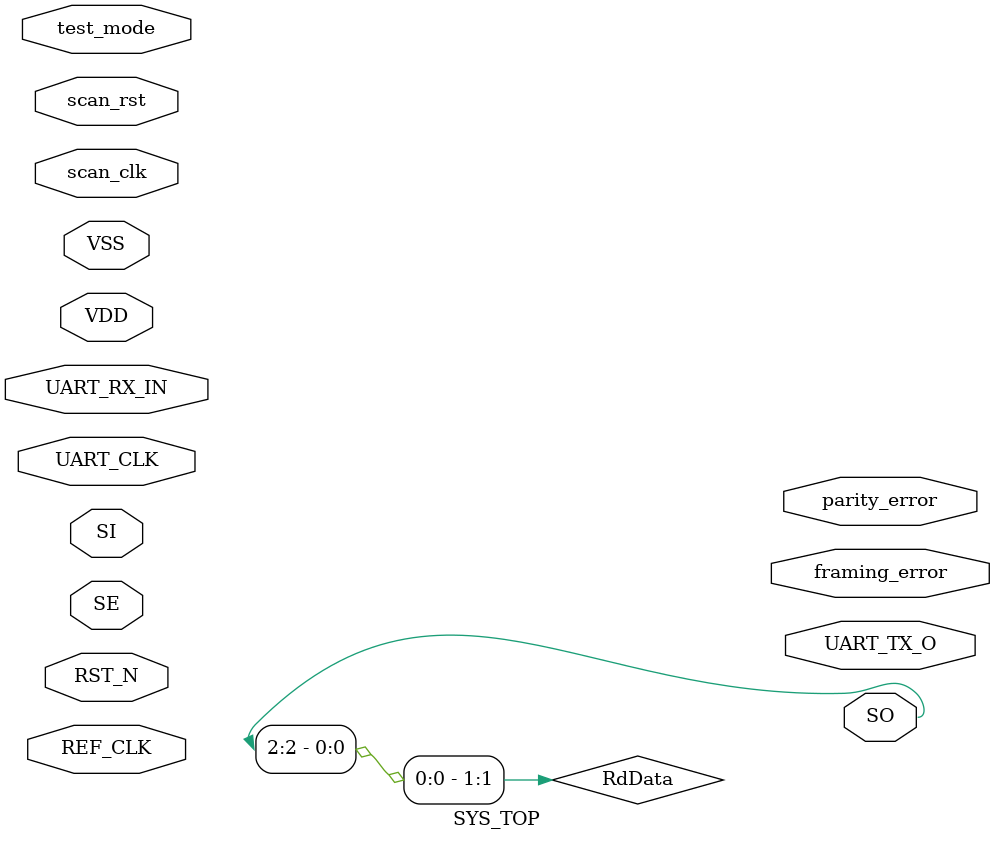
<source format=v>
module DLY4X1M (
	Y, 
	A, 
	VDD, 
	VSS);
   output Y;
   input A;
   inout VDD;
   inout VSS;
endmodule

module CLKINVX8M (
	Y, 
	A, 
	VDD, 
	VSS);
   output Y;
   input A;
   inout VDD;
   inout VSS;
endmodule

module CLKINVX40M (
	Y, 
	A, 
	VDD, 
	VSS);
   output Y;
   input A;
   inout VDD;
   inout VSS;
endmodule

module CLKINVX6M (
	Y, 
	A, 
	VDD, 
	VSS);
   output Y;
   input A;
   inout VDD;
   inout VSS;
endmodule

module CLKBUFX20M (
	Y, 
	A, 
	VDD, 
	VSS);
   output Y;
   input A;
   inout VDD;
   inout VSS;
endmodule

module CLKINVX32M (
	Y, 
	A, 
	VDD, 
	VSS);
   output Y;
   input A;
   inout VDD;
   inout VSS;
endmodule

module CLKBUFX24M (
	Y, 
	A, 
	VDD, 
	VSS);
   output Y;
   input A;
   inout VDD;
   inout VSS;
endmodule

module BUFX14M (
	Y, 
	A, 
	VDD, 
	VSS);
   output Y;
   input A;
   inout VDD;
   inout VSS;
endmodule

module CLKINVX24M (
	Y, 
	A, 
	VDD, 
	VSS);
   output Y;
   input A;
   inout VDD;
   inout VSS;
endmodule

module BUFX8M (
	Y, 
	A, 
	VDD, 
	VSS);
   output Y;
   input A;
   inout VDD;
   inout VSS;
endmodule

module BUFX18M (
	Y, 
	A, 
	VDD, 
	VSS);
   output Y;
   input A;
   inout VDD;
   inout VSS;
endmodule

module TIEHIM (
	Y, 
	VDD, 
	VSS);
   output Y;
   inout VDD;
   inout VSS;
endmodule

module TIELOM (
	Y, 
	VDD, 
	VSS);
   output Y;
   inout VDD;
   inout VSS;
endmodule

module BUFX4M (
	Y, 
	A, 
	VDD, 
	VSS);
   output Y;
   input A;
   inout VDD;
   inout VSS;
endmodule

module BUFX2M (
	Y, 
	A, 
	VDD, 
	VSS);
   output Y;
   input A;
   inout VDD;
   inout VSS;
endmodule

module CLKBUFX8M (
	Y, 
	A, 
	VDD, 
	VSS);
   output Y;
   input A;
   inout VDD;
   inout VSS;
endmodule

module BUFX10M (
	Y, 
	A, 
	VDD, 
	VSS);
   output Y;
   input A;
   inout VDD;
   inout VSS;
endmodule

module NOR2X2M (
	Y, 
	B, 
	A, 
	VDD, 
	VSS);
   output Y;
   input B;
   input A;
   inout VDD;
   inout VSS;
endmodule

module DLY1X4M (
	Y, 
	A, 
	VDD, 
	VSS);
   output Y;
   input A;
   inout VDD;
   inout VSS;
endmodule

module INVXLM (
	Y, 
	A, 
	VDD, 
	VSS);
   output Y;
   input A;
   inout VDD;
   inout VSS;
endmodule

module CLKINVX2M (
	Y, 
	A, 
	VDD, 
	VSS);
   output Y;
   input A;
   inout VDD;
   inout VSS;
endmodule

module AO2B2X4M (
	Y, 
	B1, 
	B0, 
	A1N, 
	A0, 
	VDD, 
	VSS);
   output Y;
   input B1;
   input B0;
   input A1N;
   input A0;
   inout VDD;
   inout VSS;
endmodule

module AO2B2X2M (
	Y, 
	B1, 
	B0, 
	A1N, 
	A0, 
	VDD, 
	VSS);
   output Y;
   input B1;
   input B0;
   input A1N;
   input A0;
   inout VDD;
   inout VSS;
endmodule

module MX2X2M (
	Y, 
	S0, 
	B, 
	A, 
	VDD, 
	VSS);
   output Y;
   input S0;
   input B;
   input A;
   inout VDD;
   inout VSS;
endmodule

module TLATNCAX12M (
	ECK, 
	E, 
	CK, 
	VDD, 
	VSS);
   output ECK;
   input E;
   input CK;
   inout VDD;
   inout VSS;
endmodule

module OR2X2M (
	Y, 
	B, 
	A, 
	VDD, 
	VSS);
   output Y;
   input B;
   input A;
   inout VDD;
   inout VSS;
endmodule

module SDFFRQX2M (
	SI, 
	SE, 
	RN, 
	Q, 
	D, 
	CK, 
	VDD, 
	VSS);
   input SI;
   input SE;
   input RN;
   output Q;
   input D;
   input CK;
   inout VDD;
   inout VSS;
endmodule

module SDFFSQX2M (
	SN, 
	SI, 
	SE, 
	Q, 
	D, 
	CK, 
	VDD, 
	VSS);
   input SN;
   input SI;
   input SE;
   output Q;
   input D;
   input CK;
   inout VDD;
   inout VSS;
endmodule

module NAND2BX2M (
	Y, 
	B, 
	AN, 
	VDD, 
	VSS);
   output Y;
   input B;
   input AN;
   inout VDD;
   inout VSS;
endmodule

module INVX2M (
	Y, 
	A, 
	VDD, 
	VSS);
   output Y;
   input A;
   inout VDD;
   inout VSS;
endmodule

module CLKINVX1M (
	Y, 
	A, 
	VDD, 
	VSS);
   output Y;
   input A;
   inout VDD;
   inout VSS;
endmodule

module OAI2BB1X1M (
	Y, 
	B0, 
	A1N, 
	A0N, 
	VDD, 
	VSS);
   output Y;
   input B0;
   input A1N;
   input A0N;
   inout VDD;
   inout VSS;
endmodule

module OR2X1M (
	Y, 
	B, 
	A, 
	VDD, 
	VSS);
   output Y;
   input B;
   input A;
   inout VDD;
   inout VSS;
endmodule

module NOR2X1M (
	Y, 
	B, 
	A, 
	VDD, 
	VSS);
   output Y;
   input B;
   input A;
   inout VDD;
   inout VSS;
endmodule

module AO21XLM (
	Y, 
	B0, 
	A1, 
	A0, 
	VDD, 
	VSS);
   output Y;
   input B0;
   input A1;
   input A0;
   inout VDD;
   inout VSS;
endmodule

module CLKNAND2X2M (
	Y, 
	B, 
	A, 
	VDD, 
	VSS);
   output Y;
   input B;
   input A;
   inout VDD;
   inout VSS;
endmodule

module OAI21X1M (
	Y, 
	B0, 
	A1, 
	A0, 
	VDD, 
	VSS);
   output Y;
   input B0;
   input A1;
   input A0;
   inout VDD;
   inout VSS;
endmodule

module XNOR2X1M (
	Y, 
	B, 
	A, 
	VDD, 
	VSS);
   output Y;
   input B;
   input A;
   inout VDD;
   inout VSS;
endmodule

module CLKXOR2X2M (
	Y, 
	B, 
	A, 
	VDD, 
	VSS);
   output Y;
   input B;
   input A;
   inout VDD;
   inout VSS;
endmodule

module AO22X1M (
	Y, 
	B1, 
	B0, 
	A1, 
	A0, 
	VDD, 
	VSS);
   output Y;
   input B1;
   input B0;
   input A1;
   input A0;
   inout VDD;
   inout VSS;
endmodule

module AND3X1M (
	Y, 
	C, 
	B, 
	A, 
	VDD, 
	VSS);
   output Y;
   input C;
   input B;
   input A;
   inout VDD;
   inout VSS;
endmodule

module AOI21X1M (
	Y, 
	B0, 
	A1, 
	A0, 
	VDD, 
	VSS);
   output Y;
   input B0;
   input A1;
   input A0;
   inout VDD;
   inout VSS;
endmodule

module MXI2X1M (
	Y, 
	S0, 
	B, 
	A, 
	VDD, 
	VSS);
   output Y;
   input S0;
   input B;
   input A;
   inout VDD;
   inout VSS;
endmodule

module NAND4X1M (
	Y, 
	D, 
	C, 
	B, 
	A, 
	VDD, 
	VSS);
   output Y;
   input D;
   input C;
   input B;
   input A;
   inout VDD;
   inout VSS;
endmodule

module NOR4X1M (
	Y, 
	D, 
	C, 
	B, 
	A, 
	VDD, 
	VSS);
   output Y;
   input D;
   input C;
   input B;
   input A;
   inout VDD;
   inout VSS;
endmodule

module NOR4BX1M (
	Y, 
	D, 
	C, 
	B, 
	AN, 
	VDD, 
	VSS);
   output Y;
   input D;
   input C;
   input B;
   input AN;
   inout VDD;
   inout VSS;
endmodule

module ADDHX1M (
	S, 
	CO, 
	B, 
	A, 
	VDD, 
	VSS);
   output S;
   output CO;
   input B;
   input A;
   inout VDD;
   inout VSS;
endmodule

module SDFFSQX1M (
	SN, 
	SI, 
	SE, 
	Q, 
	D, 
	CK, 
	VDD, 
	VSS);
   input SN;
   input SI;
   input SE;
   output Q;
   input D;
   input CK;
   inout VDD;
   inout VSS;
endmodule

module AND2X2M (
	Y, 
	B, 
	A, 
	VDD, 
	VSS);
   output Y;
   input B;
   input A;
   inout VDD;
   inout VSS;
endmodule

module OAI21X2M (
	Y, 
	B0, 
	A1, 
	A0, 
	VDD, 
	VSS);
   output Y;
   input B0;
   input A1;
   input A0;
   inout VDD;
   inout VSS;
endmodule

module NOR3BX2M (
	Y, 
	C, 
	B, 
	AN, 
	VDD, 
	VSS);
   output Y;
   input C;
   input B;
   input AN;
   inout VDD;
   inout VSS;
endmodule

module NOR3X2M (
	Y, 
	C, 
	B, 
	A, 
	VDD, 
	VSS);
   output Y;
   input C;
   input B;
   input A;
   inout VDD;
   inout VSS;
endmodule

module SDFFRQX1M (
	SI, 
	SE, 
	RN, 
	Q, 
	D, 
	CK, 
	VDD, 
	VSS);
   input SI;
   input SE;
   input RN;
   output Q;
   input D;
   input CK;
   inout VDD;
   inout VSS;
endmodule

module OAI22X1M (
	Y, 
	B1, 
	B0, 
	A1, 
	A0, 
	VDD, 
	VSS);
   output Y;
   input B1;
   input B0;
   input A1;
   input A0;
   inout VDD;
   inout VSS;
endmodule

module NAND3X2M (
	Y, 
	C, 
	B, 
	A, 
	VDD, 
	VSS);
   output Y;
   input C;
   input B;
   input A;
   inout VDD;
   inout VSS;
endmodule

module NAND2X2M (
	Y, 
	B, 
	A, 
	VDD, 
	VSS);
   output Y;
   input B;
   input A;
   inout VDD;
   inout VSS;
endmodule

module OAI32X1M (
	Y, 
	B1, 
	B0, 
	A2, 
	A1, 
	A0, 
	VDD, 
	VSS);
   output Y;
   input B1;
   input B0;
   input A2;
   input A1;
   input A0;
   inout VDD;
   inout VSS;
endmodule

module AOI31X2M (
	Y, 
	B0, 
	A2, 
	A1, 
	A0, 
	VDD, 
	VSS);
   output Y;
   input B0;
   input A2;
   input A1;
   input A0;
   inout VDD;
   inout VSS;
endmodule

module AOI211X2M (
	Y, 
	C0, 
	B0, 
	A1, 
	A0, 
	VDD, 
	VSS);
   output Y;
   input C0;
   input B0;
   input A1;
   input A0;
   inout VDD;
   inout VSS;
endmodule

module NAND4X2M (
	Y, 
	D, 
	C, 
	B, 
	A, 
	VDD, 
	VSS);
   output Y;
   input D;
   input C;
   input B;
   input A;
   inout VDD;
   inout VSS;
endmodule

module OAI221X1M (
	Y, 
	C0, 
	B1, 
	B0, 
	A1, 
	A0, 
	VDD, 
	VSS);
   output Y;
   input C0;
   input B1;
   input B0;
   input A1;
   input A0;
   inout VDD;
   inout VSS;
endmodule

module NAND4BX1M (
	Y, 
	D, 
	C, 
	B, 
	AN, 
	VDD, 
	VSS);
   output Y;
   input D;
   input C;
   input B;
   input AN;
   inout VDD;
   inout VSS;
endmodule

module AOI21X2M (
	Y, 
	B0, 
	A1, 
	A0, 
	VDD, 
	VSS);
   output Y;
   input B0;
   input A1;
   input A0;
   inout VDD;
   inout VSS;
endmodule

module OAI211X2M (
	Y, 
	C0, 
	B0, 
	A1, 
	A0, 
	VDD, 
	VSS);
   output Y;
   input C0;
   input B0;
   input A1;
   input A0;
   inout VDD;
   inout VSS;
endmodule

module AOI22X1M (
	Y, 
	B1, 
	B0, 
	A1, 
	A0, 
	VDD, 
	VSS);
   output Y;
   input B1;
   input B0;
   input A1;
   input A0;
   inout VDD;
   inout VSS;
endmodule

module NAND3BX2M (
	Y, 
	C, 
	B, 
	AN, 
	VDD, 
	VSS);
   output Y;
   input C;
   input B;
   input AN;
   inout VDD;
   inout VSS;
endmodule

module OAI2BB1X2M (
	Y, 
	B0, 
	A1N, 
	A0N, 
	VDD, 
	VSS);
   output Y;
   input B0;
   input A1N;
   input A0N;
   inout VDD;
   inout VSS;
endmodule

module AOI2BB2XLM (
	Y, 
	B1, 
	B0, 
	A1N, 
	A0N, 
	VDD, 
	VSS);
   output Y;
   input B1;
   input B0;
   input A1N;
   input A0N;
   inout VDD;
   inout VSS;
endmodule

module OAI2BB2X1M (
	Y, 
	B1, 
	B0, 
	A1N, 
	A0N, 
	VDD, 
	VSS);
   output Y;
   input B1;
   input B0;
   input A1N;
   input A0N;
   inout VDD;
   inout VSS;
endmodule

module OAI221X2M (
	Y, 
	C0, 
	B1, 
	B0, 
	A1, 
	A0, 
	VDD, 
	VSS);
   output Y;
   input C0;
   input B1;
   input B0;
   input A1;
   input A0;
   inout VDD;
   inout VSS;
endmodule

module SDFFQX2M (
	SI, 
	SE, 
	Q, 
	D, 
	CK, 
	VDD, 
	VSS);
   input SI;
   input SE;
   output Q;
   input D;
   input CK;
   inout VDD;
   inout VSS;
endmodule

module SDFFRQX4M (
	SI, 
	SE, 
	RN, 
	Q, 
	D, 
	CK, 
	VDD, 
	VSS);
   input SI;
   input SE;
   input RN;
   output Q;
   input D;
   input CK;
   inout VDD;
   inout VSS;
endmodule

module INVX4M (
	Y, 
	A, 
	VDD, 
	VSS);
   output Y;
   input A;
   inout VDD;
   inout VSS;
endmodule

module NOR2BX2M (
	Y, 
	B, 
	AN, 
	VDD, 
	VSS);
   output Y;
   input B;
   input AN;
   inout VDD;
   inout VSS;
endmodule

module MX4X1M (
	Y, 
	S1, 
	S0, 
	D, 
	C, 
	B, 
	A, 
	VDD, 
	VSS);
   output Y;
   input S1;
   input S0;
   input D;
   input C;
   input B;
   input A;
   inout VDD;
   inout VSS;
endmodule

module SDFFX1M (
	SI, 
	SE, 
	QN, 
	Q, 
	D, 
	CK, 
	VDD, 
	VSS);
   input SI;
   input SE;
   output QN;
   output Q;
   input D;
   input CK;
   inout VDD;
   inout VSS;
endmodule

module AOI222X1M (
	Y, 
	C1, 
	C0, 
	B1, 
	B0, 
	A1, 
	A0, 
	VDD, 
	VSS);
   output Y;
   input C1;
   input C0;
   input B1;
   input B0;
   input A1;
   input A0;
   inout VDD;
   inout VSS;
endmodule

module OAI222X1M (
	Y, 
	C1, 
	C0, 
	B1, 
	B0, 
	A1, 
	A0, 
	VDD, 
	VSS);
   output Y;
   input C1;
   input C0;
   input B1;
   input B0;
   input A1;
   input A0;
   inout VDD;
   inout VSS;
endmodule

module AOI221XLM (
	Y, 
	C0, 
	B1, 
	B0, 
	A1, 
	A0, 
	VDD, 
	VSS);
   output Y;
   input C0;
   input B1;
   input B0;
   input A1;
   input A0;
   inout VDD;
   inout VSS;
endmodule

module OAI2B2X1M (
	Y, 
	B1, 
	B0, 
	A1N, 
	A0, 
	VDD, 
	VSS);
   output Y;
   input B1;
   input B0;
   input A1N;
   input A0;
   inout VDD;
   inout VSS;
endmodule

module AND3X2M (
	Y, 
	C, 
	B, 
	A, 
	VDD, 
	VSS);
   output Y;
   input C;
   input B;
   input A;
   inout VDD;
   inout VSS;
endmodule

module NAND2BX1M (
	Y, 
	B, 
	AN, 
	VDD, 
	VSS);
   output Y;
   input B;
   input AN;
   inout VDD;
   inout VSS;
endmodule

module AOI211X1M (
	Y, 
	C0, 
	B0, 
	A1, 
	A0, 
	VDD, 
	VSS);
   output Y;
   input C0;
   input B0;
   input A1;
   input A0;
   inout VDD;
   inout VSS;
endmodule

module OAI31X1M (
	Y, 
	B0, 
	A2, 
	A1, 
	A0, 
	VDD, 
	VSS);
   output Y;
   input B0;
   input A2;
   input A1;
   input A0;
   inout VDD;
   inout VSS;
endmodule

module OAI211X1M (
	Y, 
	C0, 
	B0, 
	A1, 
	A0, 
	VDD, 
	VSS);
   output Y;
   input C0;
   input B0;
   input A1;
   input A0;
   inout VDD;
   inout VSS;
endmodule

module AOI32X1M (
	Y, 
	B1, 
	B0, 
	A2, 
	A1, 
	A0, 
	VDD, 
	VSS);
   output Y;
   input B1;
   input B0;
   input A2;
   input A1;
   input A0;
   inout VDD;
   inout VSS;
endmodule

module OA21X1M (
	Y, 
	B0, 
	A1, 
	A0, 
	VDD, 
	VSS);
   output Y;
   input B0;
   input A1;
   input A0;
   inout VDD;
   inout VSS;
endmodule

module AOI31X1M (
	Y, 
	B0, 
	A2, 
	A1, 
	A0, 
	VDD, 
	VSS);
   output Y;
   input B0;
   input A2;
   input A1;
   input A0;
   inout VDD;
   inout VSS;
endmodule

module OAI2B11X1M (
	Y, 
	C0, 
	B0, 
	A1N, 
	A0, 
	VDD, 
	VSS);
   output Y;
   input C0;
   input B0;
   input A1N;
   input A0;
   inout VDD;
   inout VSS;
endmodule

module AOI2B1X1M (
	Y, 
	B0, 
	A1N, 
	A0, 
	VDD, 
	VSS);
   output Y;
   input B0;
   input A1N;
   input A0;
   inout VDD;
   inout VSS;
endmodule

module ADDFX2M (
	S, 
	CO, 
	CI, 
	B, 
	A, 
	VDD, 
	VSS);
   output S;
   output CO;
   input CI;
   input B;
   input A;
   inout VDD;
   inout VSS;
endmodule

module XNOR2X2M (
	Y, 
	B, 
	A, 
	VDD, 
	VSS);
   output Y;
   input B;
   input A;
   inout VDD;
   inout VSS;
endmodule

module CLKMX2X2M (
	Y, 
	S0, 
	B, 
	A, 
	VDD, 
	VSS);
   output Y;
   input S0;
   input B;
   input A;
   inout VDD;
   inout VSS;
endmodule

module AND4X1M (
	Y, 
	D, 
	C, 
	B, 
	A, 
	VDD, 
	VSS);
   output Y;
   input D;
   input C;
   input B;
   input A;
   inout VDD;
   inout VSS;
endmodule

module AND2X1M (
	Y, 
	B, 
	A, 
	VDD, 
	VSS);
   output Y;
   input B;
   input A;
   inout VDD;
   inout VSS;
endmodule

module AOI21BX2M (
	Y, 
	B0N, 
	A1, 
	A0, 
	VDD, 
	VSS);
   output Y;
   input B0N;
   input A1;
   input A0;
   inout VDD;
   inout VSS;
endmodule

module XOR3XLM (
	Y, 
	C, 
	B, 
	A, 
	VDD, 
	VSS);
   output Y;
   input C;
   input B;
   input A;
   inout VDD;
   inout VSS;
endmodule

module OAI21BX1M (
	Y, 
	B0N, 
	A1, 
	A0, 
	VDD, 
	VSS);
   output Y;
   input B0N;
   input A1;
   input A0;
   inout VDD;
   inout VSS;
endmodule

module AOI2BB1X1M (
	Y, 
	B0, 
	A1N, 
	A0N, 
	VDD, 
	VSS);
   output Y;
   input B0;
   input A1N;
   input A0N;
   inout VDD;
   inout VSS;
endmodule

module AOI2BB1X2M (
	Y, 
	B0, 
	A1N, 
	A0N, 
	VDD, 
	VSS);
   output Y;
   input B0;
   input A1N;
   input A0N;
   inout VDD;
   inout VSS;
endmodule

module SDFFQX1M (
	SI, 
	SE, 
	Q, 
	D, 
	CK, 
	VDD, 
	VSS);
   input SI;
   input SE;
   output Q;
   input D;
   input CK;
   inout VDD;
   inout VSS;
endmodule

module OAI21X6M (
	Y, 
	B0, 
	A1, 
	A0, 
	VDD, 
	VSS);
   output Y;
   input B0;
   input A1;
   input A0;
   inout VDD;
   inout VSS;
endmodule

module SDFFRX1M (
	SI, 
	SE, 
	RN, 
	QN, 
	Q, 
	D, 
	CK, 
	VDD, 
	VSS);
   input SI;
   input SE;
   input RN;
   output QN;
   output Q;
   input D;
   input CK;
   inout VDD;
   inout VSS;
endmodule

module NAND3BXLM (
	Y, 
	C, 
	B, 
	AN, 
	VDD, 
	VSS);
   output Y;
   input C;
   input B;
   input AN;
   inout VDD;
   inout VSS;
endmodule

module NOR2BX1M (
	Y, 
	B, 
	AN, 
	VDD, 
	VSS);
   output Y;
   input B;
   input AN;
   inout VDD;
   inout VSS;
endmodule

module NAND3BX1M (
	Y, 
	C, 
	B, 
	AN, 
	VDD, 
	VSS);
   output Y;
   input C;
   input B;
   input AN;
   inout VDD;
   inout VSS;
endmodule

module NAND4BBX1M (
	Y, 
	D, 
	C, 
	BN, 
	AN, 
	VDD, 
	VSS);
   output Y;
   input D;
   input C;
   input BN;
   input AN;
   inout VDD;
   inout VSS;
endmodule

module AND3X4M (
	Y, 
	C, 
	B, 
	A, 
	VDD, 
	VSS);
   output Y;
   input C;
   input B;
   input A;
   inout VDD;
   inout VSS;
endmodule

module NOR4BBX1M (
	Y, 
	D, 
	C, 
	BN, 
	AN, 
	VDD, 
	VSS);
   output Y;
   input D;
   input C;
   input BN;
   input AN;
   inout VDD;
   inout VSS;
endmodule

module OR4X1M (
	Y, 
	D, 
	C, 
	B, 
	A, 
	VDD, 
	VSS);
   output Y;
   input D;
   input C;
   input B;
   input A;
   inout VDD;
   inout VSS;
endmodule

module NOR3X1M (
	Y, 
	C, 
	B, 
	A, 
	VDD, 
	VSS);
   output Y;
   input C;
   input B;
   input A;
   inout VDD;
   inout VSS;
endmodule

/////////////////////////////////////////////////////////////
// Created by: Synopsys DC Expert(TM) in wire load mode
// Version   : K-2015.06
// Date      : Mon Sep 29 00:41:49 2025
/////////////////////////////////////////////////////////////
module mux2X1_1 (
	IN_0, 
	IN_1, 
	SEL, 
	OUT, 
	VDD, 
	VSS);
   input IN_0;
   input IN_1;
   input SEL;
   output OUT;
   inout VDD;
   inout VSS;

   // Module instantiations
   AO2B2X4M U1 (
	.Y(OUT),
	.B1(IN_1),
	.B0(SEL),
	.A1N(SEL),
	.A0(IN_0), 
	.VDD(VDD), 
	.VSS(VSS));
endmodule

module mux2X1_5 (
	IN_0, 
	IN_1, 
	SEL, 
	OUT, 
	VDD, 
	VSS);
   input IN_0;
   input IN_1;
   input SEL;
   output OUT;
   inout VDD;
   inout VSS;

   // Module instantiations
   AO2B2X2M U1 (
	.Y(OUT),
	.B1(IN_1),
	.B0(SEL),
	.A1N(SEL),
	.A0(IN_0), 
	.VDD(VDD), 
	.VSS(VSS));
endmodule

module mux2X1_0 (
	IN_0, 
	IN_1, 
	SEL, 
	OUT, 
	VDD, 
	VSS);
   input IN_0;
   input IN_1;
   input SEL;
   output OUT;
   inout VDD;
   inout VSS;

   // Internal wires
   wire N0;

   assign N0 = SEL ;

   // Module instantiations
   MX2X2M U1 (
	.Y(OUT),
	.S0(N0),
	.B(IN_1),
	.A(IN_0), 
	.VDD(VDD), 
	.VSS(VSS));
endmodule

module mux2X1_6 (
	IN_0, 
	IN_1, 
	SEL, 
	OUT, 
	VDD, 
	VSS);
   input IN_0;
   input IN_1;
   input SEL;
   output OUT;
   inout VDD;
   inout VSS;

   // Internal wires
   wire N0;

   assign N0 = SEL ;

   // Module instantiations
   MX2X2M U1 (
	.Y(OUT),
	.S0(N0),
	.B(IN_1),
	.A(IN_0), 
	.VDD(VDD), 
	.VSS(VSS));
endmodule

module CLK_GATE (
	test_en, 
	CLK, 
	CLK_EN, 
	GATED_CLK, 
	VDD, 
	VSS);
   input test_en;
   input CLK;
   input CLK_EN;
   output GATED_CLK;
   inout VDD;
   inout VSS;

   // Internal wires
   wire _0_net_;

   // Module instantiations
   TLATNCAX12M U0_TLATNCAX12M (
	.ECK(GATED_CLK),
	.E(_0_net_),
	.CK(CLK), 
	.VDD(VDD), 
	.VSS(VSS));
   OR2X2M U1 (
	.Y(_0_net_),
	.B(test_en),
	.A(CLK_EN), 
	.VDD(VDD), 
	.VSS(VSS));
endmodule

module mux2X1_4 (
	IN_0, 
	IN_1, 
	SEL, 
	OUT, 
	VDD, 
	VSS);
   input IN_0;
   input IN_1;
   input SEL;
   output OUT;
   inout VDD;
   inout VSS;

   // Internal wires
   wire FE_PHN5_scan_rst;
   wire FE_PHN2_scan_rst;
   wire FE_PHN1_RST_N;
   wire FE_PHN0_RST_N;

   // Module instantiations
   DLY4X1M FE_PHC5_scan_rst (
	.Y(FE_PHN5_scan_rst),
	.A(FE_PHN2_scan_rst), 
	.VDD(VDD), 
	.VSS(VSS));
   DLY4X1M FE_PHC2_scan_rst (
	.Y(FE_PHN2_scan_rst),
	.A(IN_1), 
	.VDD(VDD), 
	.VSS(VSS));
   DLY4X1M FE_PHC1_RST_N (
	.Y(FE_PHN1_RST_N),
	.A(FE_PHN0_RST_N), 
	.VDD(VDD), 
	.VSS(VSS));
   DLY4X1M FE_PHC0_RST_N (
	.Y(FE_PHN0_RST_N),
	.A(IN_0), 
	.VDD(VDD), 
	.VSS(VSS));
   AO2B2X2M U1 (
	.Y(OUT),
	.B1(FE_PHN5_scan_rst),
	.B0(SEL),
	.A1N(SEL),
	.A0(FE_PHN1_RST_N), 
	.VDD(VDD), 
	.VSS(VSS));
endmodule

module mux2X1_3 (
	IN_0, 
	IN_1, 
	SEL, 
	OUT, 
	VDD, 
	VSS);
   input IN_0;
   input IN_1;
   input SEL;
   output OUT;
   inout VDD;
   inout VSS;

   // Internal wires
   wire FE_PHN7_scan_rst;
   wire FE_PHN4_scan_rst;

   // Module instantiations
   DLY4X1M FE_PHC7_scan_rst (
	.Y(FE_PHN7_scan_rst),
	.A(FE_PHN4_scan_rst), 
	.VDD(VDD), 
	.VSS(VSS));
   DLY4X1M FE_PHC4_scan_rst (
	.Y(FE_PHN4_scan_rst),
	.A(IN_1), 
	.VDD(VDD), 
	.VSS(VSS));
   AO2B2X4M U1 (
	.Y(OUT),
	.B1(FE_PHN7_scan_rst),
	.B0(SEL),
	.A1N(SEL),
	.A0(IN_0), 
	.VDD(VDD), 
	.VSS(VSS));
endmodule

module mux2X1_2 (
	IN_0, 
	IN_1, 
	SEL, 
	OUT, 
	VDD, 
	VSS);
   input IN_0;
   input IN_1;
   input SEL;
   output OUT;
   inout VDD;
   inout VSS;

   // Internal wires
   wire FE_PHN6_scan_rst;
   wire FE_PHN3_scan_rst;

   // Module instantiations
   DLY4X1M FE_PHC6_scan_rst (
	.Y(FE_PHN6_scan_rst),
	.A(FE_PHN3_scan_rst), 
	.VDD(VDD), 
	.VSS(VSS));
   DLY4X1M FE_PHC3_scan_rst (
	.Y(FE_PHN3_scan_rst),
	.A(IN_1), 
	.VDD(VDD), 
	.VSS(VSS));
   AO2B2X2M U1 (
	.Y(OUT),
	.B1(FE_PHN6_scan_rst),
	.B0(SEL),
	.A1N(SEL),
	.A0(IN_0), 
	.VDD(VDD), 
	.VSS(VSS));
endmodule

module ClkDiv_test_1 (
	i_ref_clk, 
	i_rst_n, 
	i_clk_en, 
	i_div_ratio, 
	o_div_clk, 
	test_si, 
	test_so, 
	test_se, 
	FE_OFN2_SYNC_RST_UART_CLK_M, 
	UART_CLK_M__L2_N0, 
	UART_CLK_M__L6_N2, 
	VDD, 
	VSS);
   input i_ref_clk;
   input i_rst_n;
   input i_clk_en;
   input [7:0] i_div_ratio;
   output o_div_clk;
   input test_si;
   output test_so;
   input test_se;
   input FE_OFN2_SYNC_RST_UART_CLK_M;
   input UART_CLK_M__L2_N0;
   input UART_CLK_M__L6_N2;
   inout VDD;
   inout VSS;

   // Internal wires
   wire FE_PHN9_div_clk__Exclude_0_NET;
   wire div_clk__Exclude_0_NET;
   wire HTIE_LTIEHI_NET;
   wire N2;
   wire div_clk;
   wire odd_edge_tog;
   wire N16;
   wire N17;
   wire N18;
   wire N19;
   wire N20;
   wire N21;
   wire N22;
   wire n26;
   wire n27;
   wire n28;
   wire n29;
   wire n30;
   wire n31;
   wire n32;
   wire n33;
   wire n34;
   wire n1;
   wire n2;
   wire n3;
   wire n4;
   wire n5;
   wire n15;
   wire n16;
   wire n17;
   wire n18;
   wire n19;
   wire n20;
   wire n21;
   wire n22;
   wire n23;
   wire n24;
   wire n25;
   wire n35;
   wire n36;
   wire n37;
   wire n38;
   wire n39;
   wire n40;
   wire n41;
   wire n42;
   wire n43;
   wire n44;
   wire n45;
   wire n46;
   wire n47;
   wire n48;
   wire n49;
   wire n50;
   wire n51;
   wire [6:0] count;
   wire [6:0] edge_flip_half;

   assign test_so = odd_edge_tog ;

   // Module instantiations
   DLY4X1M FE_PHC9_div_clk__Exclude_0_NET (
	.Y(FE_PHN9_div_clk__Exclude_0_NET),
	.A(div_clk__Exclude_0_NET), 
	.VDD(VDD), 
	.VSS(VSS));
   BUFX8M div_clk__Exclude_0 (
	.Y(div_clk__Exclude_0_NET),
	.A(div_clk), 
	.VDD(VDD), 
	.VSS(VSS));
   TIEHIM HTIE_LTIEHI (
	.Y(HTIE_LTIEHI_NET), 
	.VDD(VDD), 
	.VSS(VSS));
   SDFFRQX2M div_clk_reg (
	.SI(count[6]),
	.SE(test_se),
	.RN(FE_OFN2_SYNC_RST_UART_CLK_M),
	.Q(div_clk),
	.D(n27),
	.CK(UART_CLK_M__L2_N0), 
	.VDD(VDD), 
	.VSS(VSS));
   SDFFSQX2M odd_edge_tog_reg (
	.SN(FE_OFN2_SYNC_RST_UART_CLK_M),
	.SI(FE_PHN9_div_clk__Exclude_0_NET),
	.SE(test_se),
	.Q(odd_edge_tog),
	.D(n26),
	.CK(i_ref_clk), 
	.VDD(VDD), 
	.VSS(VSS));
   SDFFRQX2M \count_reg[6]  (
	.SI(count[5]),
	.SE(test_se),
	.RN(FE_OFN2_SYNC_RST_UART_CLK_M),
	.Q(count[6]),
	.D(n28),
	.CK(i_ref_clk), 
	.VDD(VDD), 
	.VSS(VSS));
   SDFFRQX2M \count_reg[0]  (
	.SI(test_si),
	.SE(test_se),
	.RN(i_rst_n),
	.Q(count[0]),
	.D(n34),
	.CK(i_ref_clk), 
	.VDD(VDD), 
	.VSS(VSS));
   SDFFRQX2M \count_reg[5]  (
	.SI(count[4]),
	.SE(test_se),
	.RN(FE_OFN2_SYNC_RST_UART_CLK_M),
	.Q(count[5]),
	.D(n29),
	.CK(i_ref_clk), 
	.VDD(VDD), 
	.VSS(VSS));
   SDFFRQX2M \count_reg[4]  (
	.SI(count[3]),
	.SE(test_se),
	.RN(FE_OFN2_SYNC_RST_UART_CLK_M),
	.Q(count[4]),
	.D(n30),
	.CK(i_ref_clk), 
	.VDD(VDD), 
	.VSS(VSS));
   SDFFRQX2M \count_reg[3]  (
	.SI(count[2]),
	.SE(test_se),
	.RN(FE_OFN2_SYNC_RST_UART_CLK_M),
	.Q(count[3]),
	.D(n31),
	.CK(i_ref_clk), 
	.VDD(VDD), 
	.VSS(VSS));
   SDFFRQX2M \count_reg[2]  (
	.SI(count[1]),
	.SE(test_se),
	.RN(i_rst_n),
	.Q(count[2]),
	.D(n32),
	.CK(i_ref_clk), 
	.VDD(VDD), 
	.VSS(VSS));
   SDFFRQX2M \count_reg[1]  (
	.SI(count[0]),
	.SE(test_se),
	.RN(i_rst_n),
	.Q(count[1]),
	.D(n33),
	.CK(i_ref_clk), 
	.VDD(VDD), 
	.VSS(VSS));
   OR2X2M U5 (
	.Y(n1),
	.B(i_div_ratio[1]),
	.A(i_div_ratio[2]), 
	.VDD(VDD), 
	.VSS(VSS));
   NAND2BX2M U6 (
	.Y(n16),
	.B(HTIE_LTIEHI_NET),
	.AN(n50), 
	.VDD(VDD), 
	.VSS(VSS));
   INVX2M U11 (
	.Y(n15),
	.A(i_div_ratio[5]), 
	.VDD(VDD), 
	.VSS(VSS));
   MX2X2M U15 (
	.Y(o_div_clk),
	.S0(N2),
	.B(div_clk),
	.A(UART_CLK_M__L6_N2), 
	.VDD(VDD), 
	.VSS(VSS));
   CLKINVX1M U16 (
	.Y(edge_flip_half[0]),
	.A(i_div_ratio[1]), 
	.VDD(VDD), 
	.VSS(VSS));
   OAI2BB1X1M U17 (
	.Y(edge_flip_half[1]),
	.B0(n1),
	.A1N(i_div_ratio[2]),
	.A0N(i_div_ratio[1]), 
	.VDD(VDD), 
	.VSS(VSS));
   OR2X1M U18 (
	.Y(n2),
	.B(i_div_ratio[3]),
	.A(n1), 
	.VDD(VDD), 
	.VSS(VSS));
   OAI2BB1X1M U19 (
	.Y(edge_flip_half[2]),
	.B0(n2),
	.A1N(i_div_ratio[3]),
	.A0N(n1), 
	.VDD(VDD), 
	.VSS(VSS));
   NOR2X1M U20 (
	.Y(n3),
	.B(i_div_ratio[4]),
	.A(n2), 
	.VDD(VDD), 
	.VSS(VSS));
   AO21XLM U21 (
	.Y(edge_flip_half[3]),
	.B0(n3),
	.A1(i_div_ratio[4]),
	.A0(n2), 
	.VDD(VDD), 
	.VSS(VSS));
   CLKNAND2X2M U22 (
	.Y(n4),
	.B(n15),
	.A(n3), 
	.VDD(VDD), 
	.VSS(VSS));
   OAI21X1M U23 (
	.Y(edge_flip_half[4]),
	.B0(n4),
	.A1(n15),
	.A0(n3), 
	.VDD(VDD), 
	.VSS(VSS));
   XNOR2X1M U24 (
	.Y(edge_flip_half[5]),
	.B(n4),
	.A(i_div_ratio[6]), 
	.VDD(VDD), 
	.VSS(VSS));
   NOR2X1M U25 (
	.Y(n5),
	.B(n4),
	.A(i_div_ratio[6]), 
	.VDD(VDD), 
	.VSS(VSS));
   CLKXOR2X2M U26 (
	.Y(edge_flip_half[6]),
	.B(n5),
	.A(i_div_ratio[7]), 
	.VDD(VDD), 
	.VSS(VSS));
   AO22X1M U27 (
	.Y(n34),
	.B1(n17),
	.B0(N16),
	.A1(count[0]),
	.A0(n16), 
	.VDD(VDD), 
	.VSS(VSS));
   AO22X1M U28 (
	.Y(n33),
	.B1(n17),
	.B0(N17),
	.A1(count[1]),
	.A0(n16), 
	.VDD(VDD), 
	.VSS(VSS));
   AO22X1M U29 (
	.Y(n32),
	.B1(n17),
	.B0(N18),
	.A1(count[2]),
	.A0(n16), 
	.VDD(VDD), 
	.VSS(VSS));
   AO22X1M U30 (
	.Y(n31),
	.B1(n17),
	.B0(N19),
	.A1(count[3]),
	.A0(n16), 
	.VDD(VDD), 
	.VSS(VSS));
   AO22X1M U31 (
	.Y(n30),
	.B1(n17),
	.B0(N20),
	.A1(count[4]),
	.A0(n16), 
	.VDD(VDD), 
	.VSS(VSS));
   AO22X1M U32 (
	.Y(n29),
	.B1(n17),
	.B0(N21),
	.A1(count[5]),
	.A0(n16), 
	.VDD(VDD), 
	.VSS(VSS));
   AO22X1M U33 (
	.Y(n28),
	.B1(n17),
	.B0(N22),
	.A1(count[6]),
	.A0(n16), 
	.VDD(VDD), 
	.VSS(VSS));
   AND3X1M U34 (
	.Y(n17),
	.C(N2),
	.B(n19),
	.A(n18), 
	.VDD(VDD), 
	.VSS(VSS));
   CLKXOR2X2M U35 (
	.Y(n27),
	.B(n20),
	.A(div_clk__Exclude_0_NET), 
	.VDD(VDD), 
	.VSS(VSS));
   AOI21X1M U36 (
	.Y(n20),
	.B0(n16),
	.A1(n18),
	.A0(n19), 
	.VDD(VDD), 
	.VSS(VSS));
   OR2X1M U37 (
	.Y(n18),
	.B(i_div_ratio[0]),
	.A(n21), 
	.VDD(VDD), 
	.VSS(VSS));
   XNOR2X1M U38 (
	.Y(n26),
	.B(n22),
	.A(odd_edge_tog), 
	.VDD(VDD), 
	.VSS(VSS));
   OR2X1M U39 (
	.Y(n22),
	.B(n16),
	.A(n19), 
	.VDD(VDD), 
	.VSS(VSS));
   CLKNAND2X2M U40 (
	.Y(n19),
	.B(i_div_ratio[0]),
	.A(n23), 
	.VDD(VDD), 
	.VSS(VSS));
   MXI2X1M U41 (
	.Y(n23),
	.S0(odd_edge_tog),
	.B(n21),
	.A(n24), 
	.VDD(VDD), 
	.VSS(VSS));
   NAND4X1M U42 (
	.Y(n21),
	.D(n37),
	.C(n36),
	.B(n35),
	.A(n25), 
	.VDD(VDD), 
	.VSS(VSS));
   NOR4X1M U43 (
	.Y(n37),
	.D(n41),
	.C(n40),
	.B(n39),
	.A(n38), 
	.VDD(VDD), 
	.VSS(VSS));
   CLKXOR2X2M U44 (
	.Y(n41),
	.B(count[2]),
	.A(edge_flip_half[2]), 
	.VDD(VDD), 
	.VSS(VSS));
   CLKXOR2X2M U45 (
	.Y(n40),
	.B(count[1]),
	.A(edge_flip_half[1]), 
	.VDD(VDD), 
	.VSS(VSS));
   CLKXOR2X2M U46 (
	.Y(n39),
	.B(count[0]),
	.A(edge_flip_half[0]), 
	.VDD(VDD), 
	.VSS(VSS));
   CLKXOR2X2M U47 (
	.Y(n38),
	.B(count[6]),
	.A(edge_flip_half[6]), 
	.VDD(VDD), 
	.VSS(VSS));
   XNOR2X1M U48 (
	.Y(n36),
	.B(edge_flip_half[4]),
	.A(count[4]), 
	.VDD(VDD), 
	.VSS(VSS));
   XNOR2X1M U49 (
	.Y(n35),
	.B(edge_flip_half[5]),
	.A(count[5]), 
	.VDD(VDD), 
	.VSS(VSS));
   XNOR2X1M U50 (
	.Y(n25),
	.B(edge_flip_half[3]),
	.A(count[3]), 
	.VDD(VDD), 
	.VSS(VSS));
   NAND4X1M U51 (
	.Y(n24),
	.D(n45),
	.C(n44),
	.B(n43),
	.A(n42), 
	.VDD(VDD), 
	.VSS(VSS));
   NOR4X1M U52 (
	.Y(n45),
	.D(n49),
	.C(n48),
	.B(n47),
	.A(n46), 
	.VDD(VDD), 
	.VSS(VSS));
   CLKXOR2X2M U53 (
	.Y(n49),
	.B(count[2]),
	.A(i_div_ratio[3]), 
	.VDD(VDD), 
	.VSS(VSS));
   CLKXOR2X2M U54 (
	.Y(n48),
	.B(count[1]),
	.A(i_div_ratio[2]), 
	.VDD(VDD), 
	.VSS(VSS));
   CLKXOR2X2M U55 (
	.Y(n47),
	.B(count[0]),
	.A(i_div_ratio[1]), 
	.VDD(VDD), 
	.VSS(VSS));
   CLKXOR2X2M U56 (
	.Y(n46),
	.B(count[6]),
	.A(i_div_ratio[7]), 
	.VDD(VDD), 
	.VSS(VSS));
   XNOR2X1M U57 (
	.Y(n44),
	.B(i_div_ratio[5]),
	.A(count[4]), 
	.VDD(VDD), 
	.VSS(VSS));
   XNOR2X1M U58 (
	.Y(n43),
	.B(i_div_ratio[6]),
	.A(count[5]), 
	.VDD(VDD), 
	.VSS(VSS));
   XNOR2X1M U59 (
	.Y(n42),
	.B(i_div_ratio[4]),
	.A(count[3]), 
	.VDD(VDD), 
	.VSS(VSS));
   CLKINVX1M U60 (
	.Y(N2),
	.A(n16), 
	.VDD(VDD), 
	.VSS(VSS));
   NOR4BX1M U61 (
	.Y(n50),
	.D(i_div_ratio[1]),
	.C(i_div_ratio[3]),
	.B(i_div_ratio[2]),
	.AN(n51), 
	.VDD(VDD), 
	.VSS(VSS));
   NOR4X1M U62 (
	.Y(n51),
	.D(i_div_ratio[4]),
	.C(i_div_ratio[5]),
	.B(i_div_ratio[6]),
	.A(i_div_ratio[7]), 
	.VDD(VDD), 
	.VSS(VSS));
   ClkDiv_0_DW01_inc_0 add_49 (
	.A({ count[6],
		count[5],
		count[4],
		count[3],
		count[2],
		count[1],
		count[0] }),
	.SUM({ N22,
		N21,
		N20,
		N19,
		N18,
		N17,
		N16 }), 
	.VDD(VDD), 
	.VSS(VSS));
endmodule

module ClkDiv_0_DW01_inc_0 (
	A, 
	SUM, 
	VDD, 
	VSS);
   input [6:0] A;
   output [6:0] SUM;
   inout VDD;
   inout VSS;

   // Internal wires
   wire [6:2] carry;

   // Module instantiations
   ADDHX1M U1_1_5 (
	.S(SUM[5]),
	.CO(carry[6]),
	.B(carry[5]),
	.A(A[5]), 
	.VDD(VDD), 
	.VSS(VSS));
   ADDHX1M U1_1_4 (
	.S(SUM[4]),
	.CO(carry[5]),
	.B(carry[4]),
	.A(A[4]), 
	.VDD(VDD), 
	.VSS(VSS));
   ADDHX1M U1_1_3 (
	.S(SUM[3]),
	.CO(carry[4]),
	.B(carry[3]),
	.A(A[3]), 
	.VDD(VDD), 
	.VSS(VSS));
   ADDHX1M U1_1_2 (
	.S(SUM[2]),
	.CO(carry[3]),
	.B(carry[2]),
	.A(A[2]), 
	.VDD(VDD), 
	.VSS(VSS));
   ADDHX1M U1_1_1 (
	.S(SUM[1]),
	.CO(carry[2]),
	.B(A[0]),
	.A(A[1]), 
	.VDD(VDD), 
	.VSS(VSS));
   CLKXOR2X2M U1 (
	.Y(SUM[6]),
	.B(A[6]),
	.A(carry[6]), 
	.VDD(VDD), 
	.VSS(VSS));
   CLKINVX1M U2 (
	.Y(SUM[0]),
	.A(A[0]), 
	.VDD(VDD), 
	.VSS(VSS));
endmodule

module ClkDiv_test_0 (
	i_ref_clk, 
	i_rst_n, 
	i_clk_en, 
	i_div_ratio, 
	o_div_clk, 
	test_si, 
	test_so, 
	test_se, 
	UART_CLK_M__L2_N0, 
	UART_CLK_M__L6_N1, 
	VDD, 
	VSS);
   input i_ref_clk;
   input i_rst_n;
   input i_clk_en;
   input [7:0] i_div_ratio;
   output o_div_clk;
   input test_si;
   output test_so;
   input test_se;
   input UART_CLK_M__L2_N0;
   input UART_CLK_M__L6_N1;
   inout VDD;
   inout VSS;

   // Internal wires
   wire FE_PHN8_div_clk__Exclude_0_NET;
   wire div_clk__Exclude_0_NET;
   wire HTIE_LTIEHI_NET;
   wire LTIE_LTIELO_NET;
   wire N2;
   wire div_clk;
   wire odd_edge_tog;
   wire N16;
   wire N17;
   wire N18;
   wire N19;
   wire N20;
   wire N21;
   wire N22;
   wire n2;
   wire n3;
   wire n4;
   wire n5;
   wire n15;
   wire n16;
   wire n17;
   wire n18;
   wire n19;
   wire n20;
   wire n21;
   wire n22;
   wire n23;
   wire n24;
   wire n25;
   wire n35;
   wire n36;
   wire n37;
   wire n38;
   wire n39;
   wire n40;
   wire n41;
   wire n42;
   wire n43;
   wire n44;
   wire n45;
   wire n46;
   wire n47;
   wire n48;
   wire n49;
   wire n50;
   wire n51;
   wire n52;
   wire n53;
   wire n54;
   wire n55;
   wire n56;
   wire n57;
   wire n58;
   wire n59;
   wire n60;
   wire n61;
   wire [6:0] count;
   wire [6:0] edge_flip_half;

   assign test_so = odd_edge_tog ;

   // Module instantiations
   DLY4X1M FE_PHC8_div_clk__Exclude_0_NET (
	.Y(FE_PHN8_div_clk__Exclude_0_NET),
	.A(div_clk__Exclude_0_NET), 
	.VDD(VDD), 
	.VSS(VSS));
   BUFX8M div_clk__Exclude_0 (
	.Y(div_clk__Exclude_0_NET),
	.A(div_clk), 
	.VDD(VDD), 
	.VSS(VSS));
   TIEHIM HTIE_LTIEHI (
	.Y(HTIE_LTIEHI_NET), 
	.VDD(VDD), 
	.VSS(VSS));
   TIELOM LTIE_LTIELO (
	.Y(LTIE_LTIELO_NET), 
	.VDD(VDD), 
	.VSS(VSS));
   SDFFRQX2M div_clk_reg (
	.SI(count[6]),
	.SE(test_se),
	.RN(i_rst_n),
	.Q(div_clk),
	.D(n60),
	.CK(UART_CLK_M__L2_N0), 
	.VDD(VDD), 
	.VSS(VSS));
   SDFFRQX2M \count_reg[6]  (
	.SI(count[5]),
	.SE(test_se),
	.RN(i_rst_n),
	.Q(count[6]),
	.D(n59),
	.CK(i_ref_clk), 
	.VDD(VDD), 
	.VSS(VSS));
   SDFFRQX2M \count_reg[0]  (
	.SI(test_si),
	.SE(test_se),
	.RN(i_rst_n),
	.Q(count[0]),
	.D(n53),
	.CK(i_ref_clk), 
	.VDD(VDD), 
	.VSS(VSS));
   SDFFRQX2M \count_reg[5]  (
	.SI(count[4]),
	.SE(test_se),
	.RN(i_rst_n),
	.Q(count[5]),
	.D(n58),
	.CK(i_ref_clk), 
	.VDD(VDD), 
	.VSS(VSS));
   SDFFRQX2M \count_reg[4]  (
	.SI(count[3]),
	.SE(test_se),
	.RN(i_rst_n),
	.Q(count[4]),
	.D(n57),
	.CK(i_ref_clk), 
	.VDD(VDD), 
	.VSS(VSS));
   SDFFRQX2M \count_reg[3]  (
	.SI(count[2]),
	.SE(test_se),
	.RN(i_rst_n),
	.Q(count[3]),
	.D(n56),
	.CK(i_ref_clk), 
	.VDD(VDD), 
	.VSS(VSS));
   SDFFRQX2M \count_reg[2]  (
	.SI(count[1]),
	.SE(test_se),
	.RN(i_rst_n),
	.Q(count[2]),
	.D(n55),
	.CK(i_ref_clk), 
	.VDD(VDD), 
	.VSS(VSS));
   SDFFRQX2M \count_reg[1]  (
	.SI(count[0]),
	.SE(test_se),
	.RN(i_rst_n),
	.Q(count[1]),
	.D(n54),
	.CK(i_ref_clk), 
	.VDD(VDD), 
	.VSS(VSS));
   SDFFSQX1M odd_edge_tog_reg (
	.SN(i_rst_n),
	.SI(FE_PHN8_div_clk__Exclude_0_NET),
	.SE(test_se),
	.Q(odd_edge_tog),
	.D(n61),
	.CK(i_ref_clk), 
	.VDD(VDD), 
	.VSS(VSS));
   OR2X2M U6 (
	.Y(n2),
	.B(i_div_ratio[1]),
	.A(i_div_ratio[2]), 
	.VDD(VDD), 
	.VSS(VSS));
   NAND2BX2M U11 (
	.Y(n17),
	.B(HTIE_LTIEHI_NET),
	.AN(n51), 
	.VDD(VDD), 
	.VSS(VSS));
   INVX2M U15 (
	.Y(n16),
	.A(LTIE_LTIELO_NET), 
	.VDD(VDD), 
	.VSS(VSS));
   MX2X2M U16 (
	.Y(o_div_clk),
	.S0(N2),
	.B(div_clk),
	.A(UART_CLK_M__L6_N1), 
	.VDD(VDD), 
	.VSS(VSS));
   CLKINVX1M U17 (
	.Y(edge_flip_half[0]),
	.A(i_div_ratio[1]), 
	.VDD(VDD), 
	.VSS(VSS));
   OAI2BB1X1M U18 (
	.Y(edge_flip_half[1]),
	.B0(n2),
	.A1N(i_div_ratio[2]),
	.A0N(i_div_ratio[1]), 
	.VDD(VDD), 
	.VSS(VSS));
   OR2X1M U19 (
	.Y(n3),
	.B(LTIE_LTIELO_NET),
	.A(n2), 
	.VDD(VDD), 
	.VSS(VSS));
   OAI2BB1X1M U20 (
	.Y(edge_flip_half[2]),
	.B0(n3),
	.A1N(LTIE_LTIELO_NET),
	.A0N(n2), 
	.VDD(VDD), 
	.VSS(VSS));
   NOR2X1M U21 (
	.Y(n4),
	.B(LTIE_LTIELO_NET),
	.A(n3), 
	.VDD(VDD), 
	.VSS(VSS));
   AO21XLM U22 (
	.Y(edge_flip_half[3]),
	.B0(n4),
	.A1(LTIE_LTIELO_NET),
	.A0(n3), 
	.VDD(VDD), 
	.VSS(VSS));
   CLKNAND2X2M U23 (
	.Y(n5),
	.B(n16),
	.A(n4), 
	.VDD(VDD), 
	.VSS(VSS));
   OAI21X1M U24 (
	.Y(edge_flip_half[4]),
	.B0(n5),
	.A1(n16),
	.A0(n4), 
	.VDD(VDD), 
	.VSS(VSS));
   XNOR2X1M U25 (
	.Y(edge_flip_half[5]),
	.B(n5),
	.A(LTIE_LTIELO_NET), 
	.VDD(VDD), 
	.VSS(VSS));
   NOR2X1M U26 (
	.Y(n15),
	.B(n5),
	.A(LTIE_LTIELO_NET), 
	.VDD(VDD), 
	.VSS(VSS));
   CLKXOR2X2M U27 (
	.Y(edge_flip_half[6]),
	.B(n15),
	.A(LTIE_LTIELO_NET), 
	.VDD(VDD), 
	.VSS(VSS));
   AO22X1M U28 (
	.Y(n53),
	.B1(n18),
	.B0(N16),
	.A1(count[0]),
	.A0(n17), 
	.VDD(VDD), 
	.VSS(VSS));
   AO22X1M U29 (
	.Y(n54),
	.B1(n18),
	.B0(N17),
	.A1(count[1]),
	.A0(n17), 
	.VDD(VDD), 
	.VSS(VSS));
   AO22X1M U30 (
	.Y(n55),
	.B1(n18),
	.B0(N18),
	.A1(count[2]),
	.A0(n17), 
	.VDD(VDD), 
	.VSS(VSS));
   AO22X1M U31 (
	.Y(n56),
	.B1(n18),
	.B0(N19),
	.A1(count[3]),
	.A0(n17), 
	.VDD(VDD), 
	.VSS(VSS));
   AO22X1M U32 (
	.Y(n57),
	.B1(n18),
	.B0(N20),
	.A1(count[4]),
	.A0(n17), 
	.VDD(VDD), 
	.VSS(VSS));
   AO22X1M U33 (
	.Y(n58),
	.B1(n18),
	.B0(N21),
	.A1(count[5]),
	.A0(n17), 
	.VDD(VDD), 
	.VSS(VSS));
   AO22X1M U34 (
	.Y(n59),
	.B1(n18),
	.B0(N22),
	.A1(count[6]),
	.A0(n17), 
	.VDD(VDD), 
	.VSS(VSS));
   AND3X1M U35 (
	.Y(n18),
	.C(N2),
	.B(n20),
	.A(n19), 
	.VDD(VDD), 
	.VSS(VSS));
   CLKXOR2X2M U36 (
	.Y(n60),
	.B(n21),
	.A(div_clk__Exclude_0_NET), 
	.VDD(VDD), 
	.VSS(VSS));
   AOI21X1M U37 (
	.Y(n21),
	.B0(n17),
	.A1(n19),
	.A0(n20), 
	.VDD(VDD), 
	.VSS(VSS));
   OR2X1M U38 (
	.Y(n19),
	.B(i_div_ratio[0]),
	.A(n22), 
	.VDD(VDD), 
	.VSS(VSS));
   XNOR2X1M U39 (
	.Y(n61),
	.B(n23),
	.A(odd_edge_tog), 
	.VDD(VDD), 
	.VSS(VSS));
   OR2X1M U40 (
	.Y(n23),
	.B(n17),
	.A(n20), 
	.VDD(VDD), 
	.VSS(VSS));
   CLKNAND2X2M U41 (
	.Y(n20),
	.B(i_div_ratio[0]),
	.A(n24), 
	.VDD(VDD), 
	.VSS(VSS));
   MXI2X1M U42 (
	.Y(n24),
	.S0(odd_edge_tog),
	.B(n22),
	.A(n25), 
	.VDD(VDD), 
	.VSS(VSS));
   NAND4X1M U43 (
	.Y(n22),
	.D(n38),
	.C(n37),
	.B(n36),
	.A(n35), 
	.VDD(VDD), 
	.VSS(VSS));
   NOR4X1M U44 (
	.Y(n38),
	.D(n42),
	.C(n41),
	.B(n40),
	.A(n39), 
	.VDD(VDD), 
	.VSS(VSS));
   CLKXOR2X2M U45 (
	.Y(n42),
	.B(count[2]),
	.A(edge_flip_half[2]), 
	.VDD(VDD), 
	.VSS(VSS));
   CLKXOR2X2M U46 (
	.Y(n41),
	.B(count[1]),
	.A(edge_flip_half[1]), 
	.VDD(VDD), 
	.VSS(VSS));
   CLKXOR2X2M U47 (
	.Y(n40),
	.B(count[0]),
	.A(edge_flip_half[0]), 
	.VDD(VDD), 
	.VSS(VSS));
   CLKXOR2X2M U48 (
	.Y(n39),
	.B(count[6]),
	.A(edge_flip_half[6]), 
	.VDD(VDD), 
	.VSS(VSS));
   XNOR2X1M U49 (
	.Y(n37),
	.B(edge_flip_half[4]),
	.A(count[4]), 
	.VDD(VDD), 
	.VSS(VSS));
   XNOR2X1M U50 (
	.Y(n36),
	.B(edge_flip_half[5]),
	.A(count[5]), 
	.VDD(VDD), 
	.VSS(VSS));
   XNOR2X1M U51 (
	.Y(n35),
	.B(edge_flip_half[3]),
	.A(count[3]), 
	.VDD(VDD), 
	.VSS(VSS));
   NAND4X1M U52 (
	.Y(n25),
	.D(n46),
	.C(n45),
	.B(n44),
	.A(n43), 
	.VDD(VDD), 
	.VSS(VSS));
   NOR4X1M U53 (
	.Y(n46),
	.D(n50),
	.C(n49),
	.B(n48),
	.A(n47), 
	.VDD(VDD), 
	.VSS(VSS));
   CLKXOR2X2M U54 (
	.Y(n50),
	.B(count[2]),
	.A(LTIE_LTIELO_NET), 
	.VDD(VDD), 
	.VSS(VSS));
   CLKXOR2X2M U55 (
	.Y(n49),
	.B(count[1]),
	.A(i_div_ratio[2]), 
	.VDD(VDD), 
	.VSS(VSS));
   CLKXOR2X2M U56 (
	.Y(n48),
	.B(count[0]),
	.A(i_div_ratio[1]), 
	.VDD(VDD), 
	.VSS(VSS));
   CLKXOR2X2M U57 (
	.Y(n47),
	.B(count[6]),
	.A(LTIE_LTIELO_NET), 
	.VDD(VDD), 
	.VSS(VSS));
   XNOR2X1M U58 (
	.Y(n45),
	.B(LTIE_LTIELO_NET),
	.A(count[4]), 
	.VDD(VDD), 
	.VSS(VSS));
   XNOR2X1M U59 (
	.Y(n44),
	.B(LTIE_LTIELO_NET),
	.A(count[5]), 
	.VDD(VDD), 
	.VSS(VSS));
   XNOR2X1M U60 (
	.Y(n43),
	.B(LTIE_LTIELO_NET),
	.A(count[3]), 
	.VDD(VDD), 
	.VSS(VSS));
   CLKINVX1M U61 (
	.Y(N2),
	.A(n17), 
	.VDD(VDD), 
	.VSS(VSS));
   NOR4BX1M U62 (
	.Y(n51),
	.D(i_div_ratio[1]),
	.C(LTIE_LTIELO_NET),
	.B(i_div_ratio[2]),
	.AN(n52), 
	.VDD(VDD), 
	.VSS(VSS));
   NOR4X1M U63 (
	.Y(n52),
	.D(LTIE_LTIELO_NET),
	.C(LTIE_LTIELO_NET),
	.B(LTIE_LTIELO_NET),
	.A(LTIE_LTIELO_NET), 
	.VDD(VDD), 
	.VSS(VSS));
   ClkDiv_1_DW01_inc_0 add_49 (
	.A({ count[6],
		count[5],
		count[4],
		count[3],
		count[2],
		count[1],
		count[0] }),
	.SUM({ N22,
		N21,
		N20,
		N19,
		N18,
		N17,
		N16 }), 
	.VDD(VDD), 
	.VSS(VSS));
endmodule

module ClkDiv_1_DW01_inc_0 (
	A, 
	SUM, 
	VDD, 
	VSS);
   input [6:0] A;
   output [6:0] SUM;
   inout VDD;
   inout VSS;

   // Internal wires
   wire [6:2] carry;

   // Module instantiations
   ADDHX1M U1_1_5 (
	.S(SUM[5]),
	.CO(carry[6]),
	.B(carry[5]),
	.A(A[5]), 
	.VDD(VDD), 
	.VSS(VSS));
   ADDHX1M U1_1_4 (
	.S(SUM[4]),
	.CO(carry[5]),
	.B(carry[4]),
	.A(A[4]), 
	.VDD(VDD), 
	.VSS(VSS));
   ADDHX1M U1_1_3 (
	.S(SUM[3]),
	.CO(carry[4]),
	.B(carry[3]),
	.A(A[3]), 
	.VDD(VDD), 
	.VSS(VSS));
   ADDHX1M U1_1_2 (
	.S(SUM[2]),
	.CO(carry[3]),
	.B(carry[2]),
	.A(A[2]), 
	.VDD(VDD), 
	.VSS(VSS));
   ADDHX1M U1_1_1 (
	.S(SUM[1]),
	.CO(carry[2]),
	.B(A[0]),
	.A(A[1]), 
	.VDD(VDD), 
	.VSS(VSS));
   CLKXOR2X2M U1 (
	.Y(SUM[6]),
	.B(A[6]),
	.A(carry[6]), 
	.VDD(VDD), 
	.VSS(VSS));
   CLKINVX1M U2 (
	.Y(SUM[0]),
	.A(A[0]), 
	.VDD(VDD), 
	.VSS(VSS));
endmodule

module Mux_Prescale (
	Prescale, 
	clk_div, 
	VDD, 
	VSS);
   input [5:0] Prescale;
   output [7:0] clk_div;
   inout VDD;
   inout VSS;

   // Internal wires
   wire HTIE_LTIEHI_NET;
   wire n1;
   wire n2;
   wire n3;

   // Module instantiations
   TIEHIM HTIE_LTIEHI (
	.Y(HTIE_LTIEHI_NET), 
	.VDD(VDD), 
	.VSS(VSS));
   AND2X2M U13 (
	.Y(clk_div[2]),
	.B(n2),
	.A(n1), 
	.VDD(VDD), 
	.VSS(VSS));
   AND2X2M U14 (
	.Y(clk_div[1]),
	.B(n3),
	.A(n2), 
	.VDD(VDD), 
	.VSS(VSS));
   OAI21X2M U15 (
	.Y(clk_div[0]),
	.B0(n2),
	.A1(n3),
	.A0(n1), 
	.VDD(VDD), 
	.VSS(VSS));
   NOR3BX2M U16 (
	.Y(n1),
	.C(Prescale[5]),
	.B(Prescale[4]),
	.AN(Prescale[3]), 
	.VDD(VDD), 
	.VSS(VSS));
   NOR3X2M U17 (
	.Y(n2),
	.C(Prescale[0]),
	.B(Prescale[1]),
	.A(Prescale[2]), 
	.VDD(VDD), 
	.VSS(VSS));
   NOR3BX2M U18 (
	.Y(n3),
	.C(Prescale[5]),
	.B(Prescale[3]),
	.AN(Prescale[4]), 
	.VDD(VDD), 
	.VSS(VSS));
   INVX2M U3 (
	.Y(clk_div[3]),
	.A(HTIE_LTIEHI_NET), 
	.VDD(VDD), 
	.VSS(VSS));
   INVX2M U5 (
	.Y(clk_div[4]),
	.A(HTIE_LTIEHI_NET), 
	.VDD(VDD), 
	.VSS(VSS));
   INVX2M U7 (
	.Y(clk_div[5]),
	.A(HTIE_LTIEHI_NET), 
	.VDD(VDD), 
	.VSS(VSS));
   INVX2M U9 (
	.Y(clk_div[6]),
	.A(HTIE_LTIEHI_NET), 
	.VDD(VDD), 
	.VSS(VSS));
   INVX2M U11 (
	.Y(clk_div[7]),
	.A(HTIE_LTIEHI_NET), 
	.VDD(VDD), 
	.VSS(VSS));
endmodule

module RST_SYNC_test_0 (
	RST, 
	CLK, 
	SYNC_RST, 
	test_si, 
	test_se, 
	VDD, 
	VSS);
   input RST;
   input CLK;
   output SYNC_RST;
   input test_si;
   input test_se;
   inout VDD;
   inout VSS;

   // Internal wires
   wire HTIE_LTIEHI_NET;
   wire \ff[0] ;

   // Module instantiations
   TIEHIM HTIE_LTIEHI (
	.Y(HTIE_LTIEHI_NET), 
	.VDD(VDD), 
	.VSS(VSS));
   SDFFRQX2M \ff_reg[0]  (
	.SI(test_si),
	.SE(test_se),
	.RN(RST),
	.Q(\ff[0] ),
	.D(HTIE_LTIEHI_NET),
	.CK(CLK), 
	.VDD(VDD), 
	.VSS(VSS));
   SDFFRQX1M \ff_reg[1]  (
	.SI(\ff[0] ),
	.SE(test_se),
	.RN(RST),
	.Q(SYNC_RST),
	.D(\ff[0] ),
	.CK(CLK), 
	.VDD(VDD), 
	.VSS(VSS));
endmodule

module RST_SYNC_test_1 (
	RST, 
	CLK, 
	SYNC_RST, 
	test_si, 
	test_se, 
	VDD, 
	VSS);
   input RST;
   input CLK;
   output SYNC_RST;
   input test_si;
   input test_se;
   inout VDD;
   inout VSS;

   // Internal wires
   wire HTIE_LTIEHI_NET;
   wire \ff[0] ;

   // Module instantiations
   TIEHIM HTIE_LTIEHI (
	.Y(HTIE_LTIEHI_NET), 
	.VDD(VDD), 
	.VSS(VSS));
   SDFFRQX2M \ff_reg[0]  (
	.SI(test_si),
	.SE(test_se),
	.RN(RST),
	.Q(\ff[0] ),
	.D(HTIE_LTIEHI_NET),
	.CK(CLK), 
	.VDD(VDD), 
	.VSS(VSS));
   SDFFRQX1M \ff_reg[1]  (
	.SI(\ff[0] ),
	.SE(test_se),
	.RN(RST),
	.Q(SYNC_RST),
	.D(\ff[0] ),
	.CK(CLK), 
	.VDD(VDD), 
	.VSS(VSS));
endmodule

module SYS_CTRL_test_1 (
	CLK, 
	RST, 
	WrEn, 
	RdEn, 
	Address, 
	WrData, 
	RdData, 
	RdData_Valid, 
	CLK_EN, 
	ALU_FUN, 
	EN, 
	ALU_OUT, 
	OUT_Valid, 
	TX_D_VLD, 
	TX_P_DATA, 
	FIFO_FULL, 
	RX_P_DATA, 
	RX_D_VLD, 
	test_si, 
	test_so, 
	test_se, 
	REF_CLK_M__L7_N13, 
	REF_CLK_M__L7_N14, 
	REF_CLK_M__L7_N15, 
	REF_CLK_M__L7_N7, 
	VDD, 
	VSS);
   input CLK;
   input RST;
   output WrEn;
   output RdEn;
   output [3:0] Address;
   output [7:0] WrData;
   input [7:0] RdData;
   input RdData_Valid;
   output CLK_EN;
   output [3:0] ALU_FUN;
   output EN;
   input [15:0] ALU_OUT;
   input OUT_Valid;
   output TX_D_VLD;
   output [7:0] TX_P_DATA;
   input FIFO_FULL;
   input [7:0] RX_P_DATA;
   input RX_D_VLD;
   input test_si;
   output test_so;
   input test_se;
   input REF_CLK_M__L7_N13;
   input REF_CLK_M__L7_N14;
   input REF_CLK_M__L7_N15;
   input REF_CLK_M__L7_N7;
   inout VDD;
   inout VSS;

   // Internal wires
   wire N99;
   wire n1;
   wire n2;
   wire n3;
   wire n6;
   wire n7;
   wire n10;
   wire n13;
   wire n14;
   wire n15;
   wire n16;
   wire n17;
   wire n22;
   wire n23;
   wire n24;
   wire n25;
   wire n26;
   wire n27;
   wire n29;
   wire n30;
   wire n32;
   wire n33;
   wire n35;
   wire n37;
   wire n38;
   wire n39;
   wire n40;
   wire n41;
   wire n42;
   wire n43;
   wire n44;
   wire n45;
   wire n46;
   wire n47;
   wire n48;
   wire n49;
   wire n50;
   wire n51;
   wire n52;
   wire n53;
   wire n54;
   wire n55;
   wire n56;
   wire n57;
   wire n58;
   wire n59;
   wire n61;
   wire n62;
   wire n64;
   wire n65;
   wire n66;
   wire n69;
   wire n71;
   wire n72;
   wire n73;
   wire n74;
   wire n75;
   wire n77;
   wire n107;
   wire n109;
   wire n111;
   wire n113;
   wire n114;
   wire n115;
   wire n116;
   wire n117;
   wire n118;
   wire n119;
   wire n120;
   wire n121;
   wire n122;
   wire n123;
   wire n124;
   wire n125;
   wire n126;
   wire n127;
   wire n128;
   wire n129;
   wire n130;
   wire n131;
   wire n132;
   wire n133;
   wire n134;
   wire n135;
   wire n136;
   wire n137;
   wire n138;
   wire n139;
   wire n140;
   wire n141;
   wire n11;
   wire n12;
   wire n18;
   wire n19;
   wire n20;
   wire n21;
   wire n28;
   wire n31;
   wire n34;
   wire n36;
   wire n60;
   wire n63;
   wire n67;
   wire n68;
   wire n70;
   wire n142;
   wire n143;
   wire n144;
   wire n145;
   wire [2:0] state;

   assign test_so = n142 ;

   // Module instantiations
   SDFFRQX2M CLK_EN_reg (
	.SI(Address[3]),
	.SE(test_se),
	.RN(RST),
	.Q(CLK_EN),
	.D(n124),
	.CK(REF_CLK_M__L7_N13), 
	.VDD(VDD), 
	.VSS(VSS));
   SDFFRQX2M EN_reg (
	.SI(CLK_EN),
	.SE(test_se),
	.RN(RST),
	.Q(EN),
	.D(n123),
	.CK(REF_CLK_M__L7_N13), 
	.VDD(VDD), 
	.VSS(VSS));
   SDFFRQX2M \ALU_FUN_reg[3]  (
	.SI(ALU_FUN[2]),
	.SE(test_se),
	.RN(RST),
	.Q(ALU_FUN[3]),
	.D(n129),
	.CK(REF_CLK_M__L7_N13), 
	.VDD(VDD), 
	.VSS(VSS));
   SDFFRQX2M \TX_P_DATA_reg[7]  (
	.SI(TX_P_DATA[6]),
	.SE(test_se),
	.RN(RST),
	.Q(TX_P_DATA[7]),
	.D(n114),
	.CK(REF_CLK_M__L7_N15), 
	.VDD(VDD), 
	.VSS(VSS));
   SDFFRQX2M \TX_P_DATA_reg[6]  (
	.SI(TX_P_DATA[5]),
	.SE(test_se),
	.RN(RST),
	.Q(TX_P_DATA[6]),
	.D(n115),
	.CK(REF_CLK_M__L7_N15), 
	.VDD(VDD), 
	.VSS(VSS));
   SDFFRQX2M \TX_P_DATA_reg[5]  (
	.SI(TX_P_DATA[4]),
	.SE(test_se),
	.RN(RST),
	.Q(TX_P_DATA[5]),
	.D(n116),
	.CK(REF_CLK_M__L7_N15), 
	.VDD(VDD), 
	.VSS(VSS));
   SDFFRQX2M \TX_P_DATA_reg[4]  (
	.SI(TX_P_DATA[3]),
	.SE(test_se),
	.RN(RST),
	.Q(TX_P_DATA[4]),
	.D(n117),
	.CK(REF_CLK_M__L7_N15), 
	.VDD(VDD), 
	.VSS(VSS));
   SDFFRQX2M \TX_P_DATA_reg[3]  (
	.SI(TX_P_DATA[2]),
	.SE(test_se),
	.RN(RST),
	.Q(TX_P_DATA[3]),
	.D(n118),
	.CK(REF_CLK_M__L7_N15), 
	.VDD(VDD), 
	.VSS(VSS));
   SDFFRQX2M \TX_P_DATA_reg[2]  (
	.SI(TX_P_DATA[1]),
	.SE(test_se),
	.RN(RST),
	.Q(TX_P_DATA[2]),
	.D(n119),
	.CK(REF_CLK_M__L7_N15), 
	.VDD(VDD), 
	.VSS(VSS));
   SDFFRQX2M \TX_P_DATA_reg[1]  (
	.SI(TX_P_DATA[0]),
	.SE(test_se),
	.RN(RST),
	.Q(TX_P_DATA[1]),
	.D(n120),
	.CK(REF_CLK_M__L7_N15), 
	.VDD(VDD), 
	.VSS(VSS));
   SDFFRQX2M \TX_P_DATA_reg[0]  (
	.SI(TX_D_VLD),
	.SE(test_se),
	.RN(RST),
	.Q(TX_P_DATA[0]),
	.D(n121),
	.CK(REF_CLK_M__L7_N15), 
	.VDD(VDD), 
	.VSS(VSS));
   SDFFRQX2M RdEn_reg (
	.SI(EN),
	.SE(test_se),
	.RN(RST),
	.Q(RdEn),
	.D(n107),
	.CK(REF_CLK_M__L7_N14), 
	.VDD(VDD), 
	.VSS(VSS));
   SDFFRQX2M WrEn_reg (
	.SI(WrData[7]),
	.SE(test_se),
	.RN(RST),
	.Q(WrEn),
	.D(n77),
	.CK(CLK), 
	.VDD(VDD), 
	.VSS(VSS));
   SDFFRQX2M \WrData_reg[7]  (
	.SI(WrData[6]),
	.SE(test_se),
	.RN(RST),
	.Q(WrData[7]),
	.D(n137),
	.CK(CLK), 
	.VDD(VDD), 
	.VSS(VSS));
   SDFFRQX2M \WrData_reg[4]  (
	.SI(WrData[3]),
	.SE(test_se),
	.RN(RST),
	.Q(WrData[4]),
	.D(n134),
	.CK(CLK), 
	.VDD(VDD), 
	.VSS(VSS));
   SDFFRQX2M \WrData_reg[6]  (
	.SI(WrData[5]),
	.SE(test_se),
	.RN(RST),
	.Q(WrData[6]),
	.D(n136),
	.CK(CLK), 
	.VDD(VDD), 
	.VSS(VSS));
   SDFFRQX2M \WrData_reg[5]  (
	.SI(WrData[4]),
	.SE(test_se),
	.RN(RST),
	.Q(WrData[5]),
	.D(n135),
	.CK(CLK), 
	.VDD(VDD), 
	.VSS(VSS));
   SDFFRQX2M \WrData_reg[3]  (
	.SI(WrData[2]),
	.SE(test_se),
	.RN(RST),
	.Q(WrData[3]),
	.D(n133),
	.CK(CLK), 
	.VDD(VDD), 
	.VSS(VSS));
   SDFFRQX2M \WrData_reg[2]  (
	.SI(WrData[1]),
	.SE(test_se),
	.RN(RST),
	.Q(WrData[2]),
	.D(n132),
	.CK(CLK), 
	.VDD(VDD), 
	.VSS(VSS));
   SDFFRQX2M \WrData_reg[1]  (
	.SI(WrData[0]),
	.SE(test_se),
	.RN(RST),
	.Q(WrData[1]),
	.D(n131),
	.CK(CLK), 
	.VDD(VDD), 
	.VSS(VSS));
   SDFFRQX2M \WrData_reg[0]  (
	.SI(TX_P_DATA[7]),
	.SE(test_se),
	.RN(RST),
	.Q(WrData[0]),
	.D(n130),
	.CK(REF_CLK_M__L7_N7), 
	.VDD(VDD), 
	.VSS(VSS));
   SDFFRQX2M TX_D_VLD_reg (
	.SI(RdEn),
	.SE(test_se),
	.RN(RST),
	.Q(TX_D_VLD),
	.D(n122),
	.CK(REF_CLK_M__L7_N14), 
	.VDD(VDD), 
	.VSS(VSS));
   SDFFRQX2M \ALU_FUN_reg[1]  (
	.SI(ALU_FUN[0]),
	.SE(test_se),
	.RN(RST),
	.Q(ALU_FUN[1]),
	.D(n127),
	.CK(REF_CLK_M__L7_N7), 
	.VDD(VDD), 
	.VSS(VSS));
   SDFFRQX2M \Address_reg[2]  (
	.SI(Address[1]),
	.SE(test_se),
	.RN(RST),
	.Q(Address[2]),
	.D(n140),
	.CK(REF_CLK_M__L7_N7), 
	.VDD(VDD), 
	.VSS(VSS));
   SDFFRQX2M \ALU_FUN_reg[0]  (
	.SI(test_si),
	.SE(test_se),
	.RN(RST),
	.Q(ALU_FUN[0]),
	.D(n126),
	.CK(CLK), 
	.VDD(VDD), 
	.VSS(VSS));
   SDFFRQX2M \ALU_FUN_reg[2]  (
	.SI(ALU_FUN[1]),
	.SE(test_se),
	.RN(RST),
	.Q(ALU_FUN[2]),
	.D(n128),
	.CK(REF_CLK_M__L7_N7), 
	.VDD(VDD), 
	.VSS(VSS));
   SDFFRQX2M ALU_Part1_Done_reg (
	.SI(ALU_FUN[3]),
	.SE(test_se),
	.RN(RST),
	.Q(N99),
	.D(n125),
	.CK(REF_CLK_M__L7_N13), 
	.VDD(VDD), 
	.VSS(VSS));
   SDFFRQX2M \Address_reg[1]  (
	.SI(Address[0]),
	.SE(test_se),
	.RN(RST),
	.Q(Address[1]),
	.D(n139),
	.CK(REF_CLK_M__L7_N7), 
	.VDD(VDD), 
	.VSS(VSS));
   SDFFRQX2M \Address_reg[0]  (
	.SI(n145),
	.SE(test_se),
	.RN(RST),
	.Q(Address[0]),
	.D(n138),
	.CK(REF_CLK_M__L7_N13), 
	.VDD(VDD), 
	.VSS(VSS));
   SDFFRQX2M \state_reg[1]  (
	.SI(n68),
	.SE(test_se),
	.RN(RST),
	.Q(state[1]),
	.D(n109),
	.CK(REF_CLK_M__L7_N13), 
	.VDD(VDD), 
	.VSS(VSS));
   SDFFRQX2M \state_reg[0]  (
	.SI(WrEn),
	.SE(test_se),
	.RN(RST),
	.Q(state[0]),
	.D(n113),
	.CK(REF_CLK_M__L7_N13), 
	.VDD(VDD), 
	.VSS(VSS));
   SDFFRQX2M \state_reg[2]  (
	.SI(n144),
	.SE(test_se),
	.RN(RST),
	.Q(state[2]),
	.D(n111),
	.CK(REF_CLK_M__L7_N13), 
	.VDD(VDD), 
	.VSS(VSS));
   SDFFRQX2M \Address_reg[3]  (
	.SI(Address[2]),
	.SE(test_se),
	.RN(RST),
	.Q(Address[3]),
	.D(n141),
	.CK(REF_CLK_M__L7_N7), 
	.VDD(VDD), 
	.VSS(VSS));
   OAI22X1M U3 (
	.Y(n13),
	.B1(n63),
	.B0(n33),
	.A1(n144),
	.A0(n32), 
	.VDD(VDD), 
	.VSS(VSS));
   INVX2M U4 (
	.Y(n19),
	.A(n40), 
	.VDD(VDD), 
	.VSS(VSS));
   INVX2M U5 (
	.Y(n20),
	.A(FIFO_FULL), 
	.VDD(VDD), 
	.VSS(VSS));
   INVX2M U6 (
	.Y(n18),
	.A(n66), 
	.VDD(VDD), 
	.VSS(VSS));
   INVX2M U7 (
	.Y(n67),
	.A(n26), 
	.VDD(VDD), 
	.VSS(VSS));
   NOR2X2M U9 (
	.Y(n40),
	.B(n58),
	.A(n65), 
	.VDD(VDD), 
	.VSS(VSS));
   NOR2X2M U10 (
	.Y(n39),
	.B(n42),
	.A(n6), 
	.VDD(VDD), 
	.VSS(VSS));
   NOR2X2M U11 (
	.Y(n41),
	.B(n58),
	.A(n145), 
	.VDD(VDD), 
	.VSS(VSS));
   NAND3X2M U12 (
	.Y(n66),
	.C(n69),
	.B(n61),
	.A(n19), 
	.VDD(VDD), 
	.VSS(VSS));
   INVX2M U13 (
	.Y(n11),
	.A(n13), 
	.VDD(VDD), 
	.VSS(VSS));
   NAND2BX2M U14 (
	.Y(n74),
	.B(n75),
	.AN(n72), 
	.VDD(VDD), 
	.VSS(VSS));
   OAI21X2M U15 (
	.Y(n125),
	.B0(n19),
	.A1(n145),
	.A0(n70), 
	.VDD(VDD), 
	.VSS(VSS));
   INVX2M U16 (
	.Y(n70),
	.A(n58), 
	.VDD(VDD), 
	.VSS(VSS));
   NAND2X2M U17 (
	.Y(n61),
	.B(n142),
	.A(n67), 
	.VDD(VDD), 
	.VSS(VSS));
   NAND2X2M U18 (
	.Y(n26),
	.B(n144),
	.A(n68), 
	.VDD(VDD), 
	.VSS(VSS));
   NAND3X2M U19 (
	.Y(n64),
	.C(n70),
	.B(n66),
	.A(n65), 
	.VDD(VDD), 
	.VSS(VSS));
   INVX2M U20 (
	.Y(n143),
	.A(n24), 
	.VDD(VDD), 
	.VSS(VSS));
   OAI32X1M U22 (
	.Y(n113),
	.B1(n13),
	.B0(n68),
	.A2(n27),
	.A1(n11),
	.A0(n26), 
	.VDD(VDD), 
	.VSS(VSS));
   AOI31X2M U23 (
	.Y(n27),
	.B0(state[2]),
	.A2(n30),
	.A1(n25),
	.A0(n29), 
	.VDD(VDD), 
	.VSS(VSS));
   NOR2X2M U24 (
	.Y(n29),
	.B(n17),
	.A(n28), 
	.VDD(VDD), 
	.VSS(VSS));
   NOR3X2M U25 (
	.Y(n30),
	.C(RX_P_DATA[2]),
	.B(RX_P_DATA[6]),
	.A(n36), 
	.VDD(VDD), 
	.VSS(VSS));
   OAI32X1M U26 (
	.Y(n109),
	.B1(n13),
	.B0(n144),
	.A2(n11),
	.A1(state[1]),
	.A0(n10), 
	.VDD(VDD), 
	.VSS(VSS));
   AOI31X2M U27 (
	.Y(n10),
	.B0(state[0]),
	.A2(n14),
	.A1(RX_P_DATA[0]),
	.A0(RX_P_DATA[4]), 
	.VDD(VDD), 
	.VSS(VSS));
   AOI211X2M U28 (
	.Y(n14),
	.C0(state[2]),
	.B0(n17),
	.A1(n16),
	.A0(n15), 
	.VDD(VDD), 
	.VSS(VSS));
   NAND4X2M U29 (
	.Y(n15),
	.D(n21),
	.C(n34),
	.B(RX_P_DATA[1]),
	.A(RX_P_DATA[5]), 
	.VDD(VDD), 
	.VSS(VSS));
   OAI221X1M U30 (
	.Y(n111),
	.C0(n24),
	.B1(n13),
	.B0(n142),
	.A1(n23),
	.A0(n22), 
	.VDD(VDD), 
	.VSS(VSS));
   NAND4BX1M U31 (
	.Y(n23),
	.D(RX_P_DATA[2]),
	.C(RX_P_DATA[6]),
	.B(n25),
	.AN(n17), 
	.VDD(VDD), 
	.VSS(VSS));
   NAND4X2M U32 (
	.Y(n22),
	.D(n28),
	.C(n36),
	.B(n13),
	.A(n67), 
	.VDD(VDD), 
	.VSS(VSS));
   AOI21X2M U33 (
	.Y(n33),
	.B0(n144),
	.A1(n142),
	.A0(n68), 
	.VDD(VDD), 
	.VSS(VSS));
   AOI31X2M U34 (
	.Y(n32),
	.B0(n35),
	.A2(RdData_Valid),
	.A1(n20),
	.A0(state[0]), 
	.VDD(VDD), 
	.VSS(VSS));
   AOI21X2M U35 (
	.Y(n35),
	.B0(n142),
	.A1(n145),
	.A0(n68), 
	.VDD(VDD), 
	.VSS(VSS));
   NOR2X2M U36 (
	.Y(n3),
	.B(state[0]),
	.A(n144), 
	.VDD(VDD), 
	.VSS(VSS));
   NAND2X2M U37 (
	.Y(n58),
	.B(state[2]),
	.A(n3), 
	.VDD(VDD), 
	.VSS(VSS));
   OAI211X2M U38 (
	.Y(n122),
	.C0(n12),
	.B0(n59),
	.A1(n58),
	.A0(n57), 
	.VDD(VDD), 
	.VSS(VSS));
   NAND2X2M U39 (
	.Y(n59),
	.B(n57),
	.A(TX_D_VLD), 
	.VDD(VDD), 
	.VSS(VSS));
   INVX2M U40 (
	.Y(n12),
	.A(n39), 
	.VDD(VDD), 
	.VSS(VSS));
   AND2X2M U41 (
	.Y(n57),
	.B(n61),
	.A(n42), 
	.VDD(VDD), 
	.VSS(VSS));
   INVX2M U42 (
	.Y(n142),
	.A(state[2]), 
	.VDD(VDD), 
	.VSS(VSS));
   NAND3X2M U43 (
	.Y(n65),
	.C(OUT_Valid),
	.B(n145),
	.A(n20), 
	.VDD(VDD), 
	.VSS(VSS));
   INVX2M U44 (
	.Y(n144),
	.A(state[1]), 
	.VDD(VDD), 
	.VSS(VSS));
   NAND3X2M U45 (
	.Y(n6),
	.C(state[0]),
	.B(n142),
	.A(state[1]), 
	.VDD(VDD), 
	.VSS(VSS));
   NAND2X2M U46 (
	.Y(n121),
	.B(n56),
	.A(n55), 
	.VDD(VDD), 
	.VSS(VSS));
   AOI22X1M U47 (
	.Y(n55),
	.B1(n42),
	.B0(TX_P_DATA[0]),
	.A1(n41),
	.A0(ALU_OUT[8]), 
	.VDD(VDD), 
	.VSS(VSS));
   AOI22X1M U48 (
	.Y(n56),
	.B1(n40),
	.B0(ALU_OUT[0]),
	.A1(n39),
	.A0(RdData[0]), 
	.VDD(VDD), 
	.VSS(VSS));
   NAND2X2M U49 (
	.Y(n120),
	.B(n54),
	.A(n53), 
	.VDD(VDD), 
	.VSS(VSS));
   AOI22X1M U50 (
	.Y(n53),
	.B1(n42),
	.B0(TX_P_DATA[1]),
	.A1(n41),
	.A0(ALU_OUT[9]), 
	.VDD(VDD), 
	.VSS(VSS));
   AOI22X1M U51 (
	.Y(n54),
	.B1(n40),
	.B0(ALU_OUT[1]),
	.A1(n39),
	.A0(RdData[1]), 
	.VDD(VDD), 
	.VSS(VSS));
   NAND2X2M U52 (
	.Y(n119),
	.B(n52),
	.A(n51), 
	.VDD(VDD), 
	.VSS(VSS));
   AOI22X1M U53 (
	.Y(n51),
	.B1(n42),
	.B0(TX_P_DATA[2]),
	.A1(n41),
	.A0(ALU_OUT[10]), 
	.VDD(VDD), 
	.VSS(VSS));
   AOI22X1M U54 (
	.Y(n52),
	.B1(n40),
	.B0(ALU_OUT[2]),
	.A1(n39),
	.A0(RdData[2]), 
	.VDD(VDD), 
	.VSS(VSS));
   NAND2X2M U55 (
	.Y(n118),
	.B(n50),
	.A(n49), 
	.VDD(VDD), 
	.VSS(VSS));
   AOI22X1M U56 (
	.Y(n49),
	.B1(n42),
	.B0(TX_P_DATA[3]),
	.A1(n41),
	.A0(ALU_OUT[11]), 
	.VDD(VDD), 
	.VSS(VSS));
   AOI22X1M U57 (
	.Y(n50),
	.B1(n40),
	.B0(ALU_OUT[3]),
	.A1(n39),
	.A0(RdData[3]), 
	.VDD(VDD), 
	.VSS(VSS));
   NAND2X2M U58 (
	.Y(n117),
	.B(n48),
	.A(n47), 
	.VDD(VDD), 
	.VSS(VSS));
   AOI22X1M U59 (
	.Y(n47),
	.B1(n42),
	.B0(TX_P_DATA[4]),
	.A1(n41),
	.A0(ALU_OUT[12]), 
	.VDD(VDD), 
	.VSS(VSS));
   AOI22X1M U60 (
	.Y(n48),
	.B1(n40),
	.B0(ALU_OUT[4]),
	.A1(n39),
	.A0(RdData[4]), 
	.VDD(VDD), 
	.VSS(VSS));
   NAND2X2M U61 (
	.Y(n116),
	.B(n46),
	.A(n45), 
	.VDD(VDD), 
	.VSS(VSS));
   AOI22X1M U62 (
	.Y(n45),
	.B1(n42),
	.B0(TX_P_DATA[5]),
	.A1(n41),
	.A0(ALU_OUT[13]), 
	.VDD(VDD), 
	.VSS(VSS));
   AOI22X1M U63 (
	.Y(n46),
	.B1(n40),
	.B0(ALU_OUT[5]),
	.A1(n39),
	.A0(RdData[5]), 
	.VDD(VDD), 
	.VSS(VSS));
   NAND2X2M U64 (
	.Y(n115),
	.B(n44),
	.A(n43), 
	.VDD(VDD), 
	.VSS(VSS));
   AOI22X1M U65 (
	.Y(n43),
	.B1(n42),
	.B0(TX_P_DATA[6]),
	.A1(n41),
	.A0(ALU_OUT[14]), 
	.VDD(VDD), 
	.VSS(VSS));
   AOI22X1M U66 (
	.Y(n44),
	.B1(n40),
	.B0(ALU_OUT[6]),
	.A1(n39),
	.A0(RdData[6]), 
	.VDD(VDD), 
	.VSS(VSS));
   NAND2X2M U67 (
	.Y(n114),
	.B(n38),
	.A(n37), 
	.VDD(VDD), 
	.VSS(VSS));
   AOI22X1M U68 (
	.Y(n37),
	.B1(n42),
	.B0(TX_P_DATA[7]),
	.A1(n41),
	.A0(ALU_OUT[15]), 
	.VDD(VDD), 
	.VSS(VSS));
   AOI22X1M U69 (
	.Y(n38),
	.B1(n40),
	.B0(ALU_OUT[7]),
	.A1(n39),
	.A0(RdData[7]), 
	.VDD(VDD), 
	.VSS(VSS));
   INVX2M U70 (
	.Y(n145),
	.A(N99), 
	.VDD(VDD), 
	.VSS(VSS));
   NOR3BX2M U72 (
	.Y(n42),
	.C(n41),
	.B(n40),
	.AN(n62), 
	.VDD(VDD), 
	.VSS(VSS));
   NAND3BX2M U73 (
	.Y(n62),
	.C(RdData_Valid),
	.B(n20),
	.AN(n6), 
	.VDD(VDD), 
	.VSS(VSS));
   OAI2BB1X2M U74 (
	.Y(n124),
	.B0(n64),
	.A1N(n18),
	.A0N(CLK_EN), 
	.VDD(VDD), 
	.VSS(VSS));
   OAI2BB1X2M U75 (
	.Y(n123),
	.B0(n64),
	.A1N(n18),
	.A0N(EN), 
	.VDD(VDD), 
	.VSS(VSS));
   AOI2BB2XLM U76 (
	.Y(n1),
	.B1(n67),
	.B0(n7),
	.A1N(n63),
	.A0N(n7), 
	.VDD(VDD), 
	.VSS(VSS));
   AOI211X2M U77 (
	.Y(n7),
	.C0(n143),
	.B0(n3),
	.A1(state[1]),
	.A0(n142), 
	.VDD(VDD), 
	.VSS(VSS));
   OAI21X2M U78 (
	.Y(n72),
	.B0(RX_D_VLD),
	.A1(n75),
	.A0(n143), 
	.VDD(VDD), 
	.VSS(VSS));
   NAND2X2M U79 (
	.Y(n69),
	.B(RX_D_VLD),
	.A(n70), 
	.VDD(VDD), 
	.VSS(VSS));
   NOR2X2M U80 (
	.Y(n75),
	.B(state[2]),
	.A(n68), 
	.VDD(VDD), 
	.VSS(VSS));
   OAI2BB2X1M U81 (
	.Y(n77),
	.B1(n2),
	.B0(n1),
	.A1N(n1),
	.A0N(WrEn), 
	.VDD(VDD), 
	.VSS(VSS));
   AOI21X2M U82 (
	.Y(n2),
	.B0(n143),
	.A1(n142),
	.A0(n3), 
	.VDD(VDD), 
	.VSS(VSS));
   OAI2BB2X1M U83 (
	.Y(n130),
	.B1(n71),
	.B0(n60),
	.A1N(n71),
	.A0N(WrData[0]), 
	.VDD(VDD), 
	.VSS(VSS));
   OAI2BB2X1M U84 (
	.Y(n131),
	.B1(n71),
	.B0(n36),
	.A1N(n71),
	.A0N(WrData[1]), 
	.VDD(VDD), 
	.VSS(VSS));
   OAI2BB2X1M U85 (
	.Y(n132),
	.B1(n71),
	.B0(n34),
	.A1N(n71),
	.A0N(WrData[2]), 
	.VDD(VDD), 
	.VSS(VSS));
   OAI2BB2X1M U86 (
	.Y(n133),
	.B1(n71),
	.B0(n31),
	.A1N(n71),
	.A0N(WrData[3]), 
	.VDD(VDD), 
	.VSS(VSS));
   OAI2BB2X1M U87 (
	.Y(n135),
	.B1(n71),
	.B0(n28),
	.A1N(n71),
	.A0N(WrData[5]), 
	.VDD(VDD), 
	.VSS(VSS));
   OAI2BB2X1M U88 (
	.Y(n136),
	.B1(n71),
	.B0(n21),
	.A1N(n71),
	.A0N(WrData[6]), 
	.VDD(VDD), 
	.VSS(VSS));
   OAI2BB2X1M U89 (
	.Y(n139),
	.B1(n74),
	.B0(n36),
	.A1N(n72),
	.A0N(Address[1]), 
	.VDD(VDD), 
	.VSS(VSS));
   OAI2BB2X1M U90 (
	.Y(n140),
	.B1(n74),
	.B0(n34),
	.A1N(n72),
	.A0N(Address[2]), 
	.VDD(VDD), 
	.VSS(VSS));
   OAI2BB2X1M U91 (
	.Y(n141),
	.B1(n74),
	.B0(n31),
	.A1N(n72),
	.A0N(Address[3]), 
	.VDD(VDD), 
	.VSS(VSS));
   OAI2BB2X1M U92 (
	.Y(n126),
	.B1(n69),
	.B0(n60),
	.A1N(n69),
	.A0N(ALU_FUN[0]), 
	.VDD(VDD), 
	.VSS(VSS));
   OAI2BB2X1M U93 (
	.Y(n127),
	.B1(n69),
	.B0(n36),
	.A1N(n69),
	.A0N(ALU_FUN[1]), 
	.VDD(VDD), 
	.VSS(VSS));
   OAI2BB2X1M U94 (
	.Y(n128),
	.B1(n69),
	.B0(n34),
	.A1N(n69),
	.A0N(ALU_FUN[2]), 
	.VDD(VDD), 
	.VSS(VSS));
   OAI2BB2X1M U95 (
	.Y(n129),
	.B1(n69),
	.B0(n31),
	.A1N(n69),
	.A0N(ALU_FUN[3]), 
	.VDD(VDD), 
	.VSS(VSS));
   OAI2BB2X1M U96 (
	.Y(n107),
	.B1(n6),
	.B0(n1),
	.A1N(n1),
	.A0N(RdEn), 
	.VDD(VDD), 
	.VSS(VSS));
   NAND2X2M U97 (
	.Y(n24),
	.B(n144),
	.A(state[2]), 
	.VDD(VDD), 
	.VSS(VSS));
   INVX2M U98 (
	.Y(n36),
	.A(RX_P_DATA[1]), 
	.VDD(VDD), 
	.VSS(VSS));
   INVX2M U99 (
	.Y(n68),
	.A(state[0]), 
	.VDD(VDD), 
	.VSS(VSS));
   NAND4X2M U100 (
	.Y(n16),
	.D(n28),
	.C(n36),
	.B(RX_P_DATA[2]),
	.A(RX_P_DATA[6]), 
	.VDD(VDD), 
	.VSS(VSS));
   OAI221X2M U102 (
	.Y(n71),
	.C0(RX_D_VLD),
	.B1(n144),
	.B0(n142),
	.A1(n3),
	.A0(state[2]), 
	.VDD(VDD), 
	.VSS(VSS));
   INVX2M U103 (
	.Y(n34),
	.A(RX_P_DATA[2]), 
	.VDD(VDD), 
	.VSS(VSS));
   INVX2M U104 (
	.Y(n28),
	.A(RX_P_DATA[5]), 
	.VDD(VDD), 
	.VSS(VSS));
   NAND2X2M U105 (
	.Y(n17),
	.B(RX_P_DATA[3]),
	.A(RX_P_DATA[7]), 
	.VDD(VDD), 
	.VSS(VSS));
   INVX2M U106 (
	.Y(n21),
	.A(RX_P_DATA[6]), 
	.VDD(VDD), 
	.VSS(VSS));
   INVX2M U107 (
	.Y(n60),
	.A(RX_P_DATA[0]), 
	.VDD(VDD), 
	.VSS(VSS));
   INVX2M U108 (
	.Y(n31),
	.A(RX_P_DATA[3]), 
	.VDD(VDD), 
	.VSS(VSS));
   INVX2M U109 (
	.Y(n63),
	.A(RX_D_VLD), 
	.VDD(VDD), 
	.VSS(VSS));
   AO2B2X2M U110 (
	.Y(n134),
	.B1(n71),
	.B0(WrData[4]),
	.A1N(n71),
	.A0(RX_P_DATA[4]), 
	.VDD(VDD), 
	.VSS(VSS));
   AO2B2X2M U144 (
	.Y(n137),
	.B1(n71),
	.B0(WrData[7]),
	.A1N(n71),
	.A0(RX_P_DATA[7]), 
	.VDD(VDD), 
	.VSS(VSS));
   CLKXOR2X2M U145 (
	.Y(n25),
	.B(n60),
	.A(RX_P_DATA[4]), 
	.VDD(VDD), 
	.VSS(VSS));
   AO21XLM U146 (
	.Y(n138),
	.B0(n73),
	.A1(n72),
	.A0(Address[0]), 
	.VDD(VDD), 
	.VSS(VSS));
   OAI32X1M U147 (
	.Y(n73),
	.B1(n60),
	.B0(n74),
	.A2(n24),
	.A1(n68),
	.A0(n72), 
	.VDD(VDD), 
	.VSS(VSS));
endmodule

module Register_file_8_16_test_1 (
	WrEn, 
	RdEn, 
	CLK, 
	RST, 
	WrData, 
	Address, 
	REG0, 
	REG1, 
	REG2, 
	REG3, 
	RdData, 
	RdData_Valid, 
	test_si3, 
	test_si2, 
	test_si1, 
	test_so2, 
	test_so1, 
	test_se, 
	FE_OFN1_SYNC_RST_REF_CLK_M, 
	REF_CLK_M__L7_N1, 
	REF_CLK_M__L7_N12, 
	REF_CLK_M__L7_N2, 
	REF_CLK_M__L7_N3, 
	REF_CLK_M__L7_N4, 
	REF_CLK_M__L7_N5, 
	REF_CLK_M__L7_N6, 
	REF_CLK_M__L7_N7, 
	VDD, 
	VSS);
   input WrEn;
   input RdEn;
   input CLK;
   input RST;
   input [7:0] WrData;
   input [3:0] Address;
   output [7:0] REG0;
   output [7:0] REG1;
   output [7:0] REG2;
   output [7:0] REG3;
   output [7:0] RdData;
   output RdData_Valid;
   input test_si3;
   input test_si2;
   input test_si1;
   output test_so2;
   output test_so1;
   input test_se;
   input FE_OFN1_SYNC_RST_REF_CLK_M;
   input REF_CLK_M__L7_N1;
   input REF_CLK_M__L7_N12;
   input REF_CLK_M__L7_N2;
   input REF_CLK_M__L7_N3;
   input REF_CLK_M__L7_N4;
   input REF_CLK_M__L7_N5;
   input REF_CLK_M__L7_N6;
   input REF_CLK_M__L7_N7;
   inout VDD;
   inout VSS;

   // Internal wires
   wire FE_OFN0_SYNC_RST_REF_CLK_M;
   wire N10;
   wire N11;
   wire N12;
   wire N13;
   wire \Reg_File[4][7] ;
   wire \Reg_File[4][6] ;
   wire \Reg_File[4][5] ;
   wire \Reg_File[4][4] ;
   wire \Reg_File[4][3] ;
   wire \Reg_File[4][2] ;
   wire \Reg_File[4][1] ;
   wire \Reg_File[4][0] ;
   wire \Reg_File[5][7] ;
   wire \Reg_File[5][6] ;
   wire \Reg_File[5][5] ;
   wire \Reg_File[5][4] ;
   wire \Reg_File[5][3] ;
   wire \Reg_File[5][2] ;
   wire \Reg_File[5][1] ;
   wire \Reg_File[5][0] ;
   wire \Reg_File[6][7] ;
   wire \Reg_File[6][6] ;
   wire \Reg_File[6][5] ;
   wire \Reg_File[6][4] ;
   wire \Reg_File[6][3] ;
   wire \Reg_File[6][2] ;
   wire \Reg_File[6][1] ;
   wire \Reg_File[6][0] ;
   wire \Reg_File[7][7] ;
   wire \Reg_File[7][6] ;
   wire \Reg_File[7][5] ;
   wire \Reg_File[7][4] ;
   wire \Reg_File[7][3] ;
   wire \Reg_File[7][2] ;
   wire \Reg_File[7][1] ;
   wire \Reg_File[7][0] ;
   wire \Reg_File[8][7] ;
   wire \Reg_File[8][6] ;
   wire \Reg_File[8][5] ;
   wire \Reg_File[8][4] ;
   wire \Reg_File[8][3] ;
   wire \Reg_File[8][2] ;
   wire \Reg_File[8][1] ;
   wire \Reg_File[8][0] ;
   wire \Reg_File[9][7] ;
   wire \Reg_File[9][6] ;
   wire \Reg_File[9][5] ;
   wire \Reg_File[9][4] ;
   wire \Reg_File[9][3] ;
   wire \Reg_File[9][2] ;
   wire \Reg_File[9][1] ;
   wire \Reg_File[9][0] ;
   wire \Reg_File[10][7] ;
   wire \Reg_File[10][6] ;
   wire \Reg_File[10][5] ;
   wire \Reg_File[10][4] ;
   wire \Reg_File[10][3] ;
   wire \Reg_File[10][2] ;
   wire \Reg_File[10][1] ;
   wire \Reg_File[10][0] ;
   wire \Reg_File[11][7] ;
   wire \Reg_File[11][6] ;
   wire \Reg_File[11][5] ;
   wire \Reg_File[11][4] ;
   wire \Reg_File[11][3] ;
   wire \Reg_File[11][2] ;
   wire \Reg_File[11][1] ;
   wire \Reg_File[11][0] ;
   wire \Reg_File[12][7] ;
   wire \Reg_File[12][6] ;
   wire \Reg_File[12][5] ;
   wire \Reg_File[12][4] ;
   wire \Reg_File[12][3] ;
   wire \Reg_File[12][2] ;
   wire \Reg_File[12][1] ;
   wire \Reg_File[12][0] ;
   wire \Reg_File[13][7] ;
   wire \Reg_File[13][6] ;
   wire \Reg_File[13][5] ;
   wire \Reg_File[13][4] ;
   wire \Reg_File[13][3] ;
   wire \Reg_File[13][2] ;
   wire \Reg_File[13][1] ;
   wire \Reg_File[13][0] ;
   wire \Reg_File[14][7] ;
   wire \Reg_File[14][6] ;
   wire \Reg_File[14][5] ;
   wire \Reg_File[14][4] ;
   wire \Reg_File[14][3] ;
   wire \Reg_File[14][2] ;
   wire \Reg_File[14][1] ;
   wire \Reg_File[14][0] ;
   wire \Reg_File[15][7] ;
   wire \Reg_File[15][6] ;
   wire \Reg_File[15][5] ;
   wire \Reg_File[15][4] ;
   wire \Reg_File[15][3] ;
   wire \Reg_File[15][2] ;
   wire \Reg_File[15][1] ;
   wire \Reg_File[15][0] ;
   wire N35;
   wire N36;
   wire N37;
   wire N38;
   wire N39;
   wire N40;
   wire N41;
   wire N42;
   wire n150;
   wire n151;
   wire n152;
   wire n153;
   wire n154;
   wire n155;
   wire n156;
   wire n157;
   wire n158;
   wire n159;
   wire n160;
   wire n161;
   wire n162;
   wire n163;
   wire n164;
   wire n165;
   wire n166;
   wire n167;
   wire n168;
   wire n169;
   wire n170;
   wire n171;
   wire n172;
   wire n173;
   wire n174;
   wire n175;
   wire n176;
   wire n177;
   wire n178;
   wire n179;
   wire n180;
   wire n181;
   wire n182;
   wire n183;
   wire n184;
   wire n185;
   wire n186;
   wire n187;
   wire n188;
   wire n189;
   wire n190;
   wire n191;
   wire n192;
   wire n193;
   wire n194;
   wire n195;
   wire n196;
   wire n197;
   wire n198;
   wire n199;
   wire n200;
   wire n201;
   wire n202;
   wire n203;
   wire n204;
   wire n205;
   wire n206;
   wire n207;
   wire n208;
   wire n209;
   wire n210;
   wire n211;
   wire n212;
   wire n213;
   wire n214;
   wire n215;
   wire n216;
   wire n217;
   wire n218;
   wire n219;
   wire n220;
   wire n221;
   wire n222;
   wire n223;
   wire n224;
   wire n225;
   wire n226;
   wire n227;
   wire n228;
   wire n229;
   wire n230;
   wire n231;
   wire n232;
   wire n233;
   wire n234;
   wire n235;
   wire n236;
   wire n237;
   wire n238;
   wire n239;
   wire n240;
   wire n241;
   wire n242;
   wire n243;
   wire n244;
   wire n245;
   wire n246;
   wire n247;
   wire n248;
   wire n249;
   wire n250;
   wire n251;
   wire n252;
   wire n253;
   wire n254;
   wire n255;
   wire n256;
   wire n257;
   wire n258;
   wire n259;
   wire n260;
   wire n261;
   wire n262;
   wire n263;
   wire n264;
   wire n265;
   wire n266;
   wire n267;
   wire n268;
   wire n269;
   wire n270;
   wire n271;
   wire n272;
   wire n273;
   wire n274;
   wire n275;
   wire n276;
   wire n277;
   wire n278;
   wire n279;
   wire n280;
   wire n281;
   wire n282;
   wire n283;
   wire n284;
   wire n285;
   wire n286;
   wire n287;
   wire n288;
   wire n289;
   wire n290;
   wire n291;
   wire n292;
   wire n293;
   wire n294;
   wire n295;
   wire n296;
   wire n297;
   wire n298;
   wire n299;
   wire n300;
   wire n301;
   wire n302;
   wire n303;
   wire n304;
   wire n305;
   wire n306;
   wire n307;
   wire n308;
   wire n309;
   wire n310;
   wire n311;
   wire n312;
   wire n313;
   wire n314;
   wire n138;
   wire n139;
   wire n140;
   wire n141;
   wire n142;
   wire n143;
   wire n144;
   wire n145;
   wire n146;
   wire n147;
   wire n148;
   wire n149;
   wire n315;
   wire n316;
   wire n317;
   wire n318;
   wire n319;
   wire n320;
   wire n321;
   wire n322;
   wire n323;
   wire n324;
   wire n325;
   wire n326;
   wire n327;
   wire n328;
   wire n329;
   wire n330;
   wire n331;
   wire n332;
   wire n333;
   wire n334;
   wire n336;
   wire n338;
   wire n339;
   wire n340;
   wire n341;
   wire n345;
   wire n346;
   wire n347;
   wire n348;
   wire n349;
   wire n350;
   wire n351;
   wire n352;
   wire n353;
   wire n354;
   wire n359;
   wire n360;
   wire n361;
   wire n362;
   wire n363;

   assign N10 = Address[0] ;
   assign N11 = Address[1] ;
   assign N12 = Address[2] ;
   assign N13 = Address[3] ;
   assign test_so1 = \Reg_File[10][7]  ;
   assign test_so2 = \Reg_File[15][7]  ;

   // Module instantiations
   BUFX10M FE_OFC0_SYNC_RST_REF_CLK_M (
	.Y(FE_OFN0_SYNC_RST_REF_CLK_M),
	.A(RST), 
	.VDD(VDD), 
	.VSS(VSS));
   SDFFQX2M \RdData_reg[7]  (
	.SI(RdData[6]),
	.SE(n359),
	.Q(RdData[7]),
	.D(n314),
	.CK(REF_CLK_M__L7_N6), 
	.VDD(VDD), 
	.VSS(VSS));
   SDFFQX2M \RdData_reg[6]  (
	.SI(RdData[5]),
	.SE(n361),
	.Q(RdData[6]),
	.D(n313),
	.CK(REF_CLK_M__L7_N7), 
	.VDD(VDD), 
	.VSS(VSS));
   SDFFQX2M \RdData_reg[5]  (
	.SI(RdData[4]),
	.SE(n362),
	.Q(RdData[5]),
	.D(n312),
	.CK(REF_CLK_M__L7_N7), 
	.VDD(VDD), 
	.VSS(VSS));
   SDFFQX2M \RdData_reg[4]  (
	.SI(RdData[3]),
	.SE(n361),
	.Q(RdData[4]),
	.D(n311),
	.CK(REF_CLK_M__L7_N7), 
	.VDD(VDD), 
	.VSS(VSS));
   SDFFQX2M \RdData_reg[3]  (
	.SI(RdData[2]),
	.SE(n363),
	.Q(RdData[3]),
	.D(n310),
	.CK(REF_CLK_M__L7_N7), 
	.VDD(VDD), 
	.VSS(VSS));
   SDFFQX2M \RdData_reg[2]  (
	.SI(test_si2),
	.SE(n362),
	.Q(RdData[2]),
	.D(n309),
	.CK(REF_CLK_M__L7_N6), 
	.VDD(VDD), 
	.VSS(VSS));
   SDFFQX2M \RdData_reg[1]  (
	.SI(RdData[0]),
	.SE(n360),
	.Q(RdData[1]),
	.D(n308),
	.CK(REF_CLK_M__L7_N7), 
	.VDD(VDD), 
	.VSS(VSS));
   SDFFQX2M \RdData_reg[0]  (
	.SI(RdData_Valid),
	.SE(n359),
	.Q(RdData[0]),
	.D(n307),
	.CK(REF_CLK_M__L7_N7), 
	.VDD(VDD), 
	.VSS(VSS));
   SDFFQX2M \Reg_File_reg[15][7]  (
	.SI(\Reg_File[15][6] ),
	.SE(n362),
	.Q(\Reg_File[15][7] ),
	.D(n185),
	.CK(REF_CLK_M__L7_N4), 
	.VDD(VDD), 
	.VSS(VSS));
   SDFFQX2M \Reg_File_reg[15][6]  (
	.SI(\Reg_File[15][5] ),
	.SE(n360),
	.Q(\Reg_File[15][6] ),
	.D(n184),
	.CK(REF_CLK_M__L7_N4), 
	.VDD(VDD), 
	.VSS(VSS));
   SDFFQX2M \Reg_File_reg[15][5]  (
	.SI(\Reg_File[15][4] ),
	.SE(n363),
	.Q(\Reg_File[15][5] ),
	.D(n183),
	.CK(REF_CLK_M__L7_N4), 
	.VDD(VDD), 
	.VSS(VSS));
   SDFFQX2M \Reg_File_reg[15][4]  (
	.SI(\Reg_File[15][3] ),
	.SE(n361),
	.Q(\Reg_File[15][4] ),
	.D(n182),
	.CK(REF_CLK_M__L7_N4), 
	.VDD(VDD), 
	.VSS(VSS));
   SDFFQX2M \Reg_File_reg[15][3]  (
	.SI(\Reg_File[15][2] ),
	.SE(n360),
	.Q(\Reg_File[15][3] ),
	.D(n181),
	.CK(REF_CLK_M__L7_N5), 
	.VDD(VDD), 
	.VSS(VSS));
   SDFFQX2M \Reg_File_reg[15][2]  (
	.SI(\Reg_File[15][1] ),
	.SE(n363),
	.Q(\Reg_File[15][2] ),
	.D(n180),
	.CK(REF_CLK_M__L7_N5), 
	.VDD(VDD), 
	.VSS(VSS));
   SDFFQX2M \Reg_File_reg[15][1]  (
	.SI(\Reg_File[15][0] ),
	.SE(n359),
	.Q(\Reg_File[15][1] ),
	.D(n179),
	.CK(REF_CLK_M__L7_N5), 
	.VDD(VDD), 
	.VSS(VSS));
   SDFFQX2M \Reg_File_reg[15][0]  (
	.SI(\Reg_File[14][7] ),
	.SE(n363),
	.Q(\Reg_File[15][0] ),
	.D(n178),
	.CK(REF_CLK_M__L7_N5), 
	.VDD(VDD), 
	.VSS(VSS));
   SDFFRQX2M \Reg_File_reg[5][7]  (
	.SI(\Reg_File[5][6] ),
	.SE(n361),
	.RN(FE_OFN0_SYNC_RST_REF_CLK_M),
	.Q(\Reg_File[5][7] ),
	.D(n265),
	.CK(REF_CLK_M__L7_N3), 
	.VDD(VDD), 
	.VSS(VSS));
   SDFFRQX2M \Reg_File_reg[5][6]  (
	.SI(\Reg_File[5][5] ),
	.SE(n360),
	.RN(FE_OFN0_SYNC_RST_REF_CLK_M),
	.Q(\Reg_File[5][6] ),
	.D(n264),
	.CK(REF_CLK_M__L7_N3), 
	.VDD(VDD), 
	.VSS(VSS));
   SDFFRQX2M \Reg_File_reg[5][5]  (
	.SI(\Reg_File[5][4] ),
	.SE(n362),
	.RN(FE_OFN0_SYNC_RST_REF_CLK_M),
	.Q(\Reg_File[5][5] ),
	.D(n263),
	.CK(REF_CLK_M__L7_N3), 
	.VDD(VDD), 
	.VSS(VSS));
   SDFFRQX2M \Reg_File_reg[5][4]  (
	.SI(\Reg_File[5][3] ),
	.SE(n360),
	.RN(FE_OFN0_SYNC_RST_REF_CLK_M),
	.Q(\Reg_File[5][4] ),
	.D(n262),
	.CK(REF_CLK_M__L7_N3), 
	.VDD(VDD), 
	.VSS(VSS));
   SDFFRQX2M \Reg_File_reg[5][3]  (
	.SI(\Reg_File[5][2] ),
	.SE(n362),
	.RN(RST),
	.Q(\Reg_File[5][3] ),
	.D(n261),
	.CK(CLK), 
	.VDD(VDD), 
	.VSS(VSS));
   SDFFRQX2M \Reg_File_reg[5][2]  (
	.SI(\Reg_File[5][1] ),
	.SE(n359),
	.RN(FE_OFN0_SYNC_RST_REF_CLK_M),
	.Q(\Reg_File[5][2] ),
	.D(n260),
	.CK(CLK), 
	.VDD(VDD), 
	.VSS(VSS));
   SDFFRQX2M \Reg_File_reg[5][1]  (
	.SI(\Reg_File[5][0] ),
	.SE(n360),
	.RN(FE_OFN0_SYNC_RST_REF_CLK_M),
	.Q(\Reg_File[5][1] ),
	.D(n259),
	.CK(CLK), 
	.VDD(VDD), 
	.VSS(VSS));
   SDFFRQX2M \Reg_File_reg[5][0]  (
	.SI(\Reg_File[4][7] ),
	.SE(n359),
	.RN(FE_OFN0_SYNC_RST_REF_CLK_M),
	.Q(\Reg_File[5][0] ),
	.D(n258),
	.CK(REF_CLK_M__L7_N3), 
	.VDD(VDD), 
	.VSS(VSS));
   SDFFRQX2M \Reg_File_reg[9][7]  (
	.SI(\Reg_File[9][6] ),
	.SE(n360),
	.RN(FE_OFN0_SYNC_RST_REF_CLK_M),
	.Q(\Reg_File[9][7] ),
	.D(n233),
	.CK(REF_CLK_M__L7_N2), 
	.VDD(VDD), 
	.VSS(VSS));
   SDFFRQX2M \Reg_File_reg[9][6]  (
	.SI(\Reg_File[9][5] ),
	.SE(n363),
	.RN(FE_OFN0_SYNC_RST_REF_CLK_M),
	.Q(\Reg_File[9][6] ),
	.D(n232),
	.CK(REF_CLK_M__L7_N1), 
	.VDD(VDD), 
	.VSS(VSS));
   SDFFRQX2M \Reg_File_reg[9][5]  (
	.SI(\Reg_File[9][4] ),
	.SE(n359),
	.RN(FE_OFN0_SYNC_RST_REF_CLK_M),
	.Q(\Reg_File[9][5] ),
	.D(n231),
	.CK(REF_CLK_M__L7_N1), 
	.VDD(VDD), 
	.VSS(VSS));
   SDFFRQX2M \Reg_File_reg[9][4]  (
	.SI(\Reg_File[9][3] ),
	.SE(n363),
	.RN(FE_OFN0_SYNC_RST_REF_CLK_M),
	.Q(\Reg_File[9][4] ),
	.D(n230),
	.CK(REF_CLK_M__L7_N1), 
	.VDD(VDD), 
	.VSS(VSS));
   SDFFRQX2M \Reg_File_reg[9][3]  (
	.SI(\Reg_File[9][2] ),
	.SE(n359),
	.RN(FE_OFN0_SYNC_RST_REF_CLK_M),
	.Q(\Reg_File[9][3] ),
	.D(n229),
	.CK(REF_CLK_M__L7_N1), 
	.VDD(VDD), 
	.VSS(VSS));
   SDFFRQX2M \Reg_File_reg[9][2]  (
	.SI(\Reg_File[9][1] ),
	.SE(n361),
	.RN(FE_OFN0_SYNC_RST_REF_CLK_M),
	.Q(\Reg_File[9][2] ),
	.D(n228),
	.CK(REF_CLK_M__L7_N2), 
	.VDD(VDD), 
	.VSS(VSS));
   SDFFRQX2M \Reg_File_reg[9][1]  (
	.SI(\Reg_File[9][0] ),
	.SE(n363),
	.RN(FE_OFN0_SYNC_RST_REF_CLK_M),
	.Q(\Reg_File[9][1] ),
	.D(n227),
	.CK(REF_CLK_M__L7_N1), 
	.VDD(VDD), 
	.VSS(VSS));
   SDFFRQX2M \Reg_File_reg[9][0]  (
	.SI(\Reg_File[8][7] ),
	.SE(n361),
	.RN(FE_OFN0_SYNC_RST_REF_CLK_M),
	.Q(\Reg_File[9][0] ),
	.D(n226),
	.CK(REF_CLK_M__L7_N2), 
	.VDD(VDD), 
	.VSS(VSS));
   SDFFRQX2M \Reg_File_reg[13][7]  (
	.SI(\Reg_File[13][6] ),
	.SE(n363),
	.RN(RST),
	.Q(\Reg_File[13][7] ),
	.D(n201),
	.CK(REF_CLK_M__L7_N4), 
	.VDD(VDD), 
	.VSS(VSS));
   SDFFRQX2M \Reg_File_reg[13][6]  (
	.SI(\Reg_File[13][5] ),
	.SE(n362),
	.RN(RST),
	.Q(\Reg_File[13][6] ),
	.D(n200),
	.CK(REF_CLK_M__L7_N4), 
	.VDD(VDD), 
	.VSS(VSS));
   SDFFRQX2M \Reg_File_reg[13][5]  (
	.SI(\Reg_File[13][4] ),
	.SE(n361),
	.RN(RST),
	.Q(\Reg_File[13][5] ),
	.D(n199),
	.CK(REF_CLK_M__L7_N4), 
	.VDD(VDD), 
	.VSS(VSS));
   SDFFRQX2M \Reg_File_reg[13][4]  (
	.SI(\Reg_File[13][3] ),
	.SE(n362),
	.RN(RST),
	.Q(\Reg_File[13][4] ),
	.D(n198),
	.CK(CLK), 
	.VDD(VDD), 
	.VSS(VSS));
   SDFFRQX2M \Reg_File_reg[13][3]  (
	.SI(\Reg_File[13][2] ),
	.SE(n361),
	.RN(RST),
	.Q(\Reg_File[13][3] ),
	.D(n197),
	.CK(CLK), 
	.VDD(VDD), 
	.VSS(VSS));
   SDFFRQX2M \Reg_File_reg[13][2]  (
	.SI(\Reg_File[13][1] ),
	.SE(n360),
	.RN(RST),
	.Q(\Reg_File[13][2] ),
	.D(n196),
	.CK(REF_CLK_M__L7_N5), 
	.VDD(VDD), 
	.VSS(VSS));
   SDFFRQX2M \Reg_File_reg[13][1]  (
	.SI(\Reg_File[13][0] ),
	.SE(n362),
	.RN(RST),
	.Q(\Reg_File[13][1] ),
	.D(n195),
	.CK(REF_CLK_M__L7_N5), 
	.VDD(VDD), 
	.VSS(VSS));
   SDFFRQX2M \Reg_File_reg[13][0]  (
	.SI(\Reg_File[12][7] ),
	.SE(n360),
	.RN(RST),
	.Q(\Reg_File[13][0] ),
	.D(n194),
	.CK(REF_CLK_M__L7_N4), 
	.VDD(VDD), 
	.VSS(VSS));
   SDFFRQX2M \Reg_File_reg[7][7]  (
	.SI(\Reg_File[7][6] ),
	.SE(n362),
	.RN(FE_OFN0_SYNC_RST_REF_CLK_M),
	.Q(\Reg_File[7][7] ),
	.D(n249),
	.CK(REF_CLK_M__L7_N3), 
	.VDD(VDD), 
	.VSS(VSS));
   SDFFRQX2M \Reg_File_reg[7][6]  (
	.SI(\Reg_File[7][5] ),
	.SE(n359),
	.RN(FE_OFN0_SYNC_RST_REF_CLK_M),
	.Q(\Reg_File[7][6] ),
	.D(n248),
	.CK(REF_CLK_M__L7_N3), 
	.VDD(VDD), 
	.VSS(VSS));
   SDFFRQX2M \Reg_File_reg[7][5]  (
	.SI(\Reg_File[7][4] ),
	.SE(n360),
	.RN(FE_OFN0_SYNC_RST_REF_CLK_M),
	.Q(\Reg_File[7][5] ),
	.D(n247),
	.CK(REF_CLK_M__L7_N3), 
	.VDD(VDD), 
	.VSS(VSS));
   SDFFRQX2M \Reg_File_reg[7][4]  (
	.SI(\Reg_File[7][3] ),
	.SE(n359),
	.RN(FE_OFN0_SYNC_RST_REF_CLK_M),
	.Q(\Reg_File[7][4] ),
	.D(n246),
	.CK(REF_CLK_M__L7_N3), 
	.VDD(VDD), 
	.VSS(VSS));
   SDFFRQX2M \Reg_File_reg[7][3]  (
	.SI(\Reg_File[7][2] ),
	.SE(n360),
	.RN(FE_OFN0_SYNC_RST_REF_CLK_M),
	.Q(\Reg_File[7][3] ),
	.D(n245),
	.CK(CLK), 
	.VDD(VDD), 
	.VSS(VSS));
   SDFFRQX2M \Reg_File_reg[7][2]  (
	.SI(\Reg_File[7][1] ),
	.SE(n363),
	.RN(FE_OFN0_SYNC_RST_REF_CLK_M),
	.Q(\Reg_File[7][2] ),
	.D(n244),
	.CK(CLK), 
	.VDD(VDD), 
	.VSS(VSS));
   SDFFRQX2M \Reg_File_reg[7][1]  (
	.SI(\Reg_File[7][0] ),
	.SE(n359),
	.RN(FE_OFN0_SYNC_RST_REF_CLK_M),
	.Q(\Reg_File[7][1] ),
	.D(n243),
	.CK(REF_CLK_M__L7_N1), 
	.VDD(VDD), 
	.VSS(VSS));
   SDFFRQX2M \Reg_File_reg[7][0]  (
	.SI(\Reg_File[6][7] ),
	.SE(n363),
	.RN(FE_OFN0_SYNC_RST_REF_CLK_M),
	.Q(\Reg_File[7][0] ),
	.D(n242),
	.CK(REF_CLK_M__L7_N3), 
	.VDD(VDD), 
	.VSS(VSS));
   SDFFRQX2M \Reg_File_reg[11][7]  (
	.SI(\Reg_File[11][6] ),
	.SE(n359),
	.RN(RST),
	.Q(\Reg_File[11][7] ),
	.D(n217),
	.CK(REF_CLK_M__L7_N1), 
	.VDD(VDD), 
	.VSS(VSS));
   SDFFRQX2M \Reg_File_reg[11][6]  (
	.SI(\Reg_File[11][5] ),
	.SE(n361),
	.RN(FE_OFN0_SYNC_RST_REF_CLK_M),
	.Q(\Reg_File[11][6] ),
	.D(n216),
	.CK(REF_CLK_M__L7_N1), 
	.VDD(VDD), 
	.VSS(VSS));
   SDFFRQX2M \Reg_File_reg[11][5]  (
	.SI(\Reg_File[11][4] ),
	.SE(n363),
	.RN(FE_OFN0_SYNC_RST_REF_CLK_M),
	.Q(\Reg_File[11][5] ),
	.D(n215),
	.CK(REF_CLK_M__L7_N1), 
	.VDD(VDD), 
	.VSS(VSS));
   SDFFRQX2M \Reg_File_reg[11][4]  (
	.SI(\Reg_File[11][3] ),
	.SE(n361),
	.RN(FE_OFN0_SYNC_RST_REF_CLK_M),
	.Q(\Reg_File[11][4] ),
	.D(n214),
	.CK(REF_CLK_M__L7_N1), 
	.VDD(VDD), 
	.VSS(VSS));
   SDFFRQX2M \Reg_File_reg[11][3]  (
	.SI(\Reg_File[11][2] ),
	.SE(n363),
	.RN(FE_OFN0_SYNC_RST_REF_CLK_M),
	.Q(\Reg_File[11][3] ),
	.D(n213),
	.CK(REF_CLK_M__L7_N1), 
	.VDD(VDD), 
	.VSS(VSS));
   SDFFRQX2M \Reg_File_reg[11][2]  (
	.SI(\Reg_File[11][1] ),
	.SE(n362),
	.RN(FE_OFN0_SYNC_RST_REF_CLK_M),
	.Q(\Reg_File[11][2] ),
	.D(n212),
	.CK(REF_CLK_M__L7_N1), 
	.VDD(VDD), 
	.VSS(VSS));
   SDFFRQX2M \Reg_File_reg[11][1]  (
	.SI(\Reg_File[11][0] ),
	.SE(n361),
	.RN(FE_OFN0_SYNC_RST_REF_CLK_M),
	.Q(\Reg_File[11][1] ),
	.D(n211),
	.CK(REF_CLK_M__L7_N3), 
	.VDD(VDD), 
	.VSS(VSS));
   SDFFRQX2M \Reg_File_reg[11][0]  (
	.SI(test_si3),
	.SE(n362),
	.RN(FE_OFN0_SYNC_RST_REF_CLK_M),
	.Q(\Reg_File[11][0] ),
	.D(n210),
	.CK(REF_CLK_M__L7_N3), 
	.VDD(VDD), 
	.VSS(VSS));
   SDFFRQX2M \Reg_File_reg[6][7]  (
	.SI(\Reg_File[6][6] ),
	.SE(n361),
	.RN(FE_OFN0_SYNC_RST_REF_CLK_M),
	.Q(\Reg_File[6][7] ),
	.D(n257),
	.CK(REF_CLK_M__L7_N3), 
	.VDD(VDD), 
	.VSS(VSS));
   SDFFRQX2M \Reg_File_reg[6][6]  (
	.SI(\Reg_File[6][5] ),
	.SE(n360),
	.RN(FE_OFN0_SYNC_RST_REF_CLK_M),
	.Q(\Reg_File[6][6] ),
	.D(n256),
	.CK(REF_CLK_M__L7_N3), 
	.VDD(VDD), 
	.VSS(VSS));
   SDFFRQX2M \Reg_File_reg[6][5]  (
	.SI(\Reg_File[6][4] ),
	.SE(n362),
	.RN(FE_OFN0_SYNC_RST_REF_CLK_M),
	.Q(\Reg_File[6][5] ),
	.D(n255),
	.CK(REF_CLK_M__L7_N3), 
	.VDD(VDD), 
	.VSS(VSS));
   SDFFRQX2M \Reg_File_reg[6][4]  (
	.SI(\Reg_File[6][3] ),
	.SE(n360),
	.RN(FE_OFN0_SYNC_RST_REF_CLK_M),
	.Q(\Reg_File[6][4] ),
	.D(n254),
	.CK(REF_CLK_M__L7_N3), 
	.VDD(VDD), 
	.VSS(VSS));
   SDFFRQX2M \Reg_File_reg[6][3]  (
	.SI(\Reg_File[6][2] ),
	.SE(n362),
	.RN(RST),
	.Q(\Reg_File[6][3] ),
	.D(n253),
	.CK(CLK), 
	.VDD(VDD), 
	.VSS(VSS));
   SDFFRQX2M \Reg_File_reg[6][2]  (
	.SI(\Reg_File[6][1] ),
	.SE(n359),
	.RN(RST),
	.Q(\Reg_File[6][2] ),
	.D(n252),
	.CK(CLK), 
	.VDD(VDD), 
	.VSS(VSS));
   SDFFRQX2M \Reg_File_reg[6][1]  (
	.SI(\Reg_File[6][0] ),
	.SE(n360),
	.RN(FE_OFN0_SYNC_RST_REF_CLK_M),
	.Q(\Reg_File[6][1] ),
	.D(n251),
	.CK(CLK), 
	.VDD(VDD), 
	.VSS(VSS));
   SDFFRQX2M \Reg_File_reg[6][0]  (
	.SI(\Reg_File[5][7] ),
	.SE(n359),
	.RN(FE_OFN0_SYNC_RST_REF_CLK_M),
	.Q(\Reg_File[6][0] ),
	.D(n250),
	.CK(CLK), 
	.VDD(VDD), 
	.VSS(VSS));
   SDFFRQX4M \Reg_File_reg[10][7]  (
	.SI(\Reg_File[10][6] ),
	.SE(n360),
	.RN(FE_OFN0_SYNC_RST_REF_CLK_M),
	.Q(\Reg_File[10][7] ),
	.D(n225),
	.CK(REF_CLK_M__L7_N6), 
	.VDD(VDD), 
	.VSS(VSS));
   SDFFRQX2M \Reg_File_reg[10][6]  (
	.SI(\Reg_File[10][5] ),
	.SE(n363),
	.RN(FE_OFN0_SYNC_RST_REF_CLK_M),
	.Q(\Reg_File[10][6] ),
	.D(n224),
	.CK(REF_CLK_M__L7_N2), 
	.VDD(VDD), 
	.VSS(VSS));
   SDFFRQX2M \Reg_File_reg[10][5]  (
	.SI(\Reg_File[10][4] ),
	.SE(n359),
	.RN(FE_OFN0_SYNC_RST_REF_CLK_M),
	.Q(\Reg_File[10][5] ),
	.D(n223),
	.CK(REF_CLK_M__L7_N2), 
	.VDD(VDD), 
	.VSS(VSS));
   SDFFRQX2M \Reg_File_reg[10][4]  (
	.SI(\Reg_File[10][3] ),
	.SE(n363),
	.RN(FE_OFN0_SYNC_RST_REF_CLK_M),
	.Q(\Reg_File[10][4] ),
	.D(n222),
	.CK(REF_CLK_M__L7_N2), 
	.VDD(VDD), 
	.VSS(VSS));
   SDFFRQX2M \Reg_File_reg[10][3]  (
	.SI(\Reg_File[10][2] ),
	.SE(n359),
	.RN(FE_OFN0_SYNC_RST_REF_CLK_M),
	.Q(\Reg_File[10][3] ),
	.D(n221),
	.CK(REF_CLK_M__L7_N2), 
	.VDD(VDD), 
	.VSS(VSS));
   SDFFRQX2M \Reg_File_reg[10][2]  (
	.SI(\Reg_File[10][1] ),
	.SE(n361),
	.RN(FE_OFN0_SYNC_RST_REF_CLK_M),
	.Q(\Reg_File[10][2] ),
	.D(n220),
	.CK(REF_CLK_M__L7_N2), 
	.VDD(VDD), 
	.VSS(VSS));
   SDFFRQX2M \Reg_File_reg[10][1]  (
	.SI(\Reg_File[10][0] ),
	.SE(n363),
	.RN(FE_OFN0_SYNC_RST_REF_CLK_M),
	.Q(\Reg_File[10][1] ),
	.D(n219),
	.CK(REF_CLK_M__L7_N2), 
	.VDD(VDD), 
	.VSS(VSS));
   SDFFRQX2M \Reg_File_reg[10][0]  (
	.SI(\Reg_File[9][7] ),
	.SE(n361),
	.RN(FE_OFN0_SYNC_RST_REF_CLK_M),
	.Q(\Reg_File[10][0] ),
	.D(n218),
	.CK(REF_CLK_M__L7_N2), 
	.VDD(VDD), 
	.VSS(VSS));
   SDFFRQX2M \Reg_File_reg[14][7]  (
	.SI(\Reg_File[14][6] ),
	.SE(n363),
	.RN(RST),
	.Q(\Reg_File[14][7] ),
	.D(n193),
	.CK(REF_CLK_M__L7_N4), 
	.VDD(VDD), 
	.VSS(VSS));
   SDFFRQX2M \Reg_File_reg[14][6]  (
	.SI(\Reg_File[14][5] ),
	.SE(n362),
	.RN(RST),
	.Q(\Reg_File[14][6] ),
	.D(n192),
	.CK(REF_CLK_M__L7_N4), 
	.VDD(VDD), 
	.VSS(VSS));
   SDFFRQX2M \Reg_File_reg[14][5]  (
	.SI(\Reg_File[14][4] ),
	.SE(n361),
	.RN(RST),
	.Q(\Reg_File[14][5] ),
	.D(n191),
	.CK(REF_CLK_M__L7_N4), 
	.VDD(VDD), 
	.VSS(VSS));
   SDFFRQX2M \Reg_File_reg[14][4]  (
	.SI(\Reg_File[14][3] ),
	.SE(n362),
	.RN(RST),
	.Q(\Reg_File[14][4] ),
	.D(n190),
	.CK(REF_CLK_M__L7_N4), 
	.VDD(VDD), 
	.VSS(VSS));
   SDFFRQX2M \Reg_File_reg[14][3]  (
	.SI(\Reg_File[14][2] ),
	.SE(n361),
	.RN(RST),
	.Q(\Reg_File[14][3] ),
	.D(n189),
	.CK(CLK), 
	.VDD(VDD), 
	.VSS(VSS));
   SDFFRQX2M \Reg_File_reg[14][2]  (
	.SI(\Reg_File[14][1] ),
	.SE(n360),
	.RN(RST),
	.Q(\Reg_File[14][2] ),
	.D(n188),
	.CK(CLK), 
	.VDD(VDD), 
	.VSS(VSS));
   SDFFRQX2M \Reg_File_reg[14][1]  (
	.SI(\Reg_File[14][0] ),
	.SE(n362),
	.RN(RST),
	.Q(\Reg_File[14][1] ),
	.D(n187),
	.CK(REF_CLK_M__L7_N5), 
	.VDD(VDD), 
	.VSS(VSS));
   SDFFRQX2M \Reg_File_reg[14][0]  (
	.SI(\Reg_File[13][7] ),
	.SE(n360),
	.RN(RST),
	.Q(\Reg_File[14][0] ),
	.D(n186),
	.CK(REF_CLK_M__L7_N5), 
	.VDD(VDD), 
	.VSS(VSS));
   SDFFRQX2M \Reg_File_reg[4][7]  (
	.SI(\Reg_File[4][6] ),
	.SE(n362),
	.RN(FE_OFN0_SYNC_RST_REF_CLK_M),
	.Q(\Reg_File[4][7] ),
	.D(n273),
	.CK(REF_CLK_M__L7_N3), 
	.VDD(VDD), 
	.VSS(VSS));
   SDFFRQX2M \Reg_File_reg[4][6]  (
	.SI(\Reg_File[4][5] ),
	.SE(n359),
	.RN(FE_OFN0_SYNC_RST_REF_CLK_M),
	.Q(\Reg_File[4][6] ),
	.D(n272),
	.CK(REF_CLK_M__L7_N3), 
	.VDD(VDD), 
	.VSS(VSS));
   SDFFRQX2M \Reg_File_reg[4][5]  (
	.SI(\Reg_File[4][4] ),
	.SE(n360),
	.RN(FE_OFN0_SYNC_RST_REF_CLK_M),
	.Q(\Reg_File[4][5] ),
	.D(n271),
	.CK(REF_CLK_M__L7_N3), 
	.VDD(VDD), 
	.VSS(VSS));
   SDFFRQX2M \Reg_File_reg[4][4]  (
	.SI(\Reg_File[4][3] ),
	.SE(n359),
	.RN(FE_OFN0_SYNC_RST_REF_CLK_M),
	.Q(\Reg_File[4][4] ),
	.D(n270),
	.CK(CLK), 
	.VDD(VDD), 
	.VSS(VSS));
   SDFFRQX2M \Reg_File_reg[4][3]  (
	.SI(\Reg_File[4][2] ),
	.SE(n360),
	.RN(RST),
	.Q(\Reg_File[4][3] ),
	.D(n269),
	.CK(CLK), 
	.VDD(VDD), 
	.VSS(VSS));
   SDFFRQX2M \Reg_File_reg[4][2]  (
	.SI(\Reg_File[4][1] ),
	.SE(n363),
	.RN(FE_OFN0_SYNC_RST_REF_CLK_M),
	.Q(\Reg_File[4][2] ),
	.D(n268),
	.CK(CLK), 
	.VDD(VDD), 
	.VSS(VSS));
   SDFFRQX2M \Reg_File_reg[4][1]  (
	.SI(\Reg_File[4][0] ),
	.SE(n359),
	.RN(FE_OFN0_SYNC_RST_REF_CLK_M),
	.Q(\Reg_File[4][1] ),
	.D(n267),
	.CK(CLK), 
	.VDD(VDD), 
	.VSS(VSS));
   SDFFRQX2M \Reg_File_reg[4][0]  (
	.SI(REG3[7]),
	.SE(n363),
	.RN(RST),
	.Q(\Reg_File[4][0] ),
	.D(n266),
	.CK(REF_CLK_M__L7_N5), 
	.VDD(VDD), 
	.VSS(VSS));
   SDFFRQX2M \Reg_File_reg[8][7]  (
	.SI(\Reg_File[8][6] ),
	.SE(n359),
	.RN(FE_OFN0_SYNC_RST_REF_CLK_M),
	.Q(\Reg_File[8][7] ),
	.D(n241),
	.CK(REF_CLK_M__L7_N6), 
	.VDD(VDD), 
	.VSS(VSS));
   SDFFRQX2M \Reg_File_reg[8][6]  (
	.SI(\Reg_File[8][5] ),
	.SE(n361),
	.RN(FE_OFN0_SYNC_RST_REF_CLK_M),
	.Q(\Reg_File[8][6] ),
	.D(n240),
	.CK(REF_CLK_M__L7_N1), 
	.VDD(VDD), 
	.VSS(VSS));
   SDFFRQX2M \Reg_File_reg[8][5]  (
	.SI(\Reg_File[8][4] ),
	.SE(n363),
	.RN(FE_OFN0_SYNC_RST_REF_CLK_M),
	.Q(\Reg_File[8][5] ),
	.D(n239),
	.CK(REF_CLK_M__L7_N1), 
	.VDD(VDD), 
	.VSS(VSS));
   SDFFRQX2M \Reg_File_reg[8][4]  (
	.SI(\Reg_File[8][3] ),
	.SE(n361),
	.RN(FE_OFN0_SYNC_RST_REF_CLK_M),
	.Q(\Reg_File[8][4] ),
	.D(n238),
	.CK(REF_CLK_M__L7_N1), 
	.VDD(VDD), 
	.VSS(VSS));
   SDFFRQX2M \Reg_File_reg[8][3]  (
	.SI(\Reg_File[8][2] ),
	.SE(n363),
	.RN(FE_OFN0_SYNC_RST_REF_CLK_M),
	.Q(\Reg_File[8][3] ),
	.D(n237),
	.CK(REF_CLK_M__L7_N1), 
	.VDD(VDD), 
	.VSS(VSS));
   SDFFRQX2M \Reg_File_reg[8][2]  (
	.SI(\Reg_File[8][1] ),
	.SE(n362),
	.RN(FE_OFN0_SYNC_RST_REF_CLK_M),
	.Q(\Reg_File[8][2] ),
	.D(n236),
	.CK(REF_CLK_M__L7_N1), 
	.VDD(VDD), 
	.VSS(VSS));
   SDFFRQX2M \Reg_File_reg[8][1]  (
	.SI(\Reg_File[8][0] ),
	.SE(n361),
	.RN(FE_OFN0_SYNC_RST_REF_CLK_M),
	.Q(\Reg_File[8][1] ),
	.D(n235),
	.CK(REF_CLK_M__L7_N1), 
	.VDD(VDD), 
	.VSS(VSS));
   SDFFRQX2M \Reg_File_reg[8][0]  (
	.SI(\Reg_File[7][7] ),
	.SE(n362),
	.RN(FE_OFN0_SYNC_RST_REF_CLK_M),
	.Q(\Reg_File[8][0] ),
	.D(n234),
	.CK(REF_CLK_M__L7_N1), 
	.VDD(VDD), 
	.VSS(VSS));
   SDFFRQX2M \Reg_File_reg[12][7]  (
	.SI(\Reg_File[12][6] ),
	.SE(n361),
	.RN(RST),
	.Q(\Reg_File[12][7] ),
	.D(n209),
	.CK(REF_CLK_M__L7_N5), 
	.VDD(VDD), 
	.VSS(VSS));
   SDFFRQX2M \Reg_File_reg[12][6]  (
	.SI(\Reg_File[12][5] ),
	.SE(n360),
	.RN(RST),
	.Q(\Reg_File[12][6] ),
	.D(n208),
	.CK(REF_CLK_M__L7_N4), 
	.VDD(VDD), 
	.VSS(VSS));
   SDFFRQX2M \Reg_File_reg[12][5]  (
	.SI(\Reg_File[12][4] ),
	.SE(n362),
	.RN(RST),
	.Q(\Reg_File[12][5] ),
	.D(n207),
	.CK(REF_CLK_M__L7_N4), 
	.VDD(VDD), 
	.VSS(VSS));
   SDFFRQX2M \Reg_File_reg[12][4]  (
	.SI(\Reg_File[12][3] ),
	.SE(n360),
	.RN(RST),
	.Q(\Reg_File[12][4] ),
	.D(n206),
	.CK(REF_CLK_M__L7_N4), 
	.VDD(VDD), 
	.VSS(VSS));
   SDFFRQX2M \Reg_File_reg[12][3]  (
	.SI(\Reg_File[12][2] ),
	.SE(n362),
	.RN(RST),
	.Q(\Reg_File[12][3] ),
	.D(n205),
	.CK(CLK), 
	.VDD(VDD), 
	.VSS(VSS));
   SDFFRQX2M \Reg_File_reg[12][2]  (
	.SI(\Reg_File[12][1] ),
	.SE(n359),
	.RN(RST),
	.Q(\Reg_File[12][2] ),
	.D(n204),
	.CK(REF_CLK_M__L7_N5), 
	.VDD(VDD), 
	.VSS(VSS));
   SDFFRQX2M \Reg_File_reg[12][1]  (
	.SI(\Reg_File[12][0] ),
	.SE(n360),
	.RN(RST),
	.Q(\Reg_File[12][1] ),
	.D(n203),
	.CK(REF_CLK_M__L7_N5), 
	.VDD(VDD), 
	.VSS(VSS));
   SDFFRQX2M \Reg_File_reg[12][0]  (
	.SI(\Reg_File[11][7] ),
	.SE(n359),
	.RN(RST),
	.Q(\Reg_File[12][0] ),
	.D(n202),
	.CK(REF_CLK_M__L7_N5), 
	.VDD(VDD), 
	.VSS(VSS));
   SDFFRQX2M RdData_Valid_reg (
	.SI(test_si1),
	.SE(n360),
	.RN(FE_OFN1_SYNC_RST_REF_CLK_M),
	.Q(RdData_Valid),
	.D(n306),
	.CK(REF_CLK_M__L7_N12), 
	.VDD(VDD), 
	.VSS(VSS));
   SDFFRQX2M \Reg_File_reg[3][0]  (
	.SI(REG2[7]),
	.SE(n363),
	.RN(FE_OFN1_SYNC_RST_REF_CLK_M),
	.Q(REG3[0]),
	.D(n274),
	.CK(REF_CLK_M__L7_N6), 
	.VDD(VDD), 
	.VSS(VSS));
   SDFFRQX2M \Reg_File_reg[1][6]  (
	.SI(REG1[5]),
	.SE(n359),
	.RN(FE_OFN0_SYNC_RST_REF_CLK_M),
	.Q(REG1[6]),
	.D(n296),
	.CK(REF_CLK_M__L7_N2), 
	.VDD(VDD), 
	.VSS(VSS));
   SDFFRQX2M \Reg_File_reg[0][7]  (
	.SI(REG0[6]),
	.SE(n363),
	.RN(FE_OFN0_SYNC_RST_REF_CLK_M),
	.Q(REG0[7]),
	.D(n305),
	.CK(REF_CLK_M__L7_N6), 
	.VDD(VDD), 
	.VSS(VSS));
   SDFFRQX2M \Reg_File_reg[0][6]  (
	.SI(REG0[5]),
	.SE(n359),
	.RN(FE_OFN0_SYNC_RST_REF_CLK_M),
	.Q(REG0[6]),
	.D(n304),
	.CK(REF_CLK_M__L7_N7), 
	.VDD(VDD), 
	.VSS(VSS));
   SDFFRQX2M \Reg_File_reg[0][5]  (
	.SI(REG0[4]),
	.SE(n361),
	.RN(FE_OFN0_SYNC_RST_REF_CLK_M),
	.Q(REG0[5]),
	.D(n303),
	.CK(REF_CLK_M__L7_N7), 
	.VDD(VDD), 
	.VSS(VSS));
   SDFFRQX2M \Reg_File_reg[0][4]  (
	.SI(REG0[3]),
	.SE(n363),
	.RN(FE_OFN0_SYNC_RST_REF_CLK_M),
	.Q(REG0[4]),
	.D(n302),
	.CK(REF_CLK_M__L7_N2), 
	.VDD(VDD), 
	.VSS(VSS));
   SDFFRQX2M \Reg_File_reg[0][3]  (
	.SI(REG0[2]),
	.SE(n361),
	.RN(FE_OFN0_SYNC_RST_REF_CLK_M),
	.Q(REG0[3]),
	.D(n301),
	.CK(REF_CLK_M__L7_N6), 
	.VDD(VDD), 
	.VSS(VSS));
   SDFFRQX2M \Reg_File_reg[0][2]  (
	.SI(REG0[1]),
	.SE(n363),
	.RN(FE_OFN0_SYNC_RST_REF_CLK_M),
	.Q(REG0[2]),
	.D(n300),
	.CK(REF_CLK_M__L7_N2), 
	.VDD(VDD), 
	.VSS(VSS));
   SDFFRQX2M \Reg_File_reg[0][1]  (
	.SI(REG0[0]),
	.SE(n362),
	.RN(FE_OFN0_SYNC_RST_REF_CLK_M),
	.Q(REG0[1]),
	.D(n299),
	.CK(REF_CLK_M__L7_N7), 
	.VDD(VDD), 
	.VSS(VSS));
   SDFFRQX2M \Reg_File_reg[0][0]  (
	.SI(RdData[7]),
	.SE(n361),
	.RN(FE_OFN0_SYNC_RST_REF_CLK_M),
	.Q(REG0[0]),
	.D(n298),
	.CK(REF_CLK_M__L7_N7), 
	.VDD(VDD), 
	.VSS(VSS));
   SDFFSQX2M \Reg_File_reg[2][0]  (
	.SN(FE_OFN1_SYNC_RST_REF_CLK_M),
	.SI(REG1[7]),
	.SE(n361),
	.Q(REG2[0]),
	.D(n282),
	.CK(REF_CLK_M__L7_N7), 
	.VDD(VDD), 
	.VSS(VSS));
   SDFFRQX2M \Reg_File_reg[1][1]  (
	.SI(REG1[0]),
	.SE(n362),
	.RN(FE_OFN0_SYNC_RST_REF_CLK_M),
	.Q(REG1[1]),
	.D(n291),
	.CK(REF_CLK_M__L7_N2), 
	.VDD(VDD), 
	.VSS(VSS));
   SDFFRQX2M \Reg_File_reg[1][5]  (
	.SI(REG1[4]),
	.SE(n361),
	.RN(FE_OFN0_SYNC_RST_REF_CLK_M),
	.Q(REG1[5]),
	.D(n295),
	.CK(REF_CLK_M__L7_N2), 
	.VDD(VDD), 
	.VSS(VSS));
   SDFFRQX2M \Reg_File_reg[1][4]  (
	.SI(REG1[3]),
	.SE(n360),
	.RN(FE_OFN0_SYNC_RST_REF_CLK_M),
	.Q(REG1[4]),
	.D(n294),
	.CK(REF_CLK_M__L7_N2), 
	.VDD(VDD), 
	.VSS(VSS));
   SDFFRQX2M \Reg_File_reg[1][7]  (
	.SI(REG1[6]),
	.SE(n362),
	.RN(FE_OFN0_SYNC_RST_REF_CLK_M),
	.Q(REG1[7]),
	.D(n297),
	.CK(REF_CLK_M__L7_N2), 
	.VDD(VDD), 
	.VSS(VSS));
   SDFFRQX2M \Reg_File_reg[1][3]  (
	.SI(REG1[2]),
	.SE(n360),
	.RN(FE_OFN0_SYNC_RST_REF_CLK_M),
	.Q(REG1[3]),
	.D(n293),
	.CK(REF_CLK_M__L7_N2), 
	.VDD(VDD), 
	.VSS(VSS));
   SDFFRQX2M \Reg_File_reg[1][2]  (
	.SI(REG1[1]),
	.SE(n362),
	.RN(FE_OFN0_SYNC_RST_REF_CLK_M),
	.Q(REG1[2]),
	.D(n292),
	.CK(REF_CLK_M__L7_N2), 
	.VDD(VDD), 
	.VSS(VSS));
   SDFFRQX2M \Reg_File_reg[1][0]  (
	.SI(REG0[7]),
	.SE(n359),
	.RN(FE_OFN0_SYNC_RST_REF_CLK_M),
	.Q(REG1[0]),
	.D(n290),
	.CK(REF_CLK_M__L7_N7), 
	.VDD(VDD), 
	.VSS(VSS));
   SDFFRQX2M \Reg_File_reg[3][6]  (
	.SI(REG3[5]),
	.SE(n360),
	.RN(FE_OFN1_SYNC_RST_REF_CLK_M),
	.Q(REG3[6]),
	.D(n280),
	.CK(REF_CLK_M__L7_N6), 
	.VDD(VDD), 
	.VSS(VSS));
   SDFFRQX2M \Reg_File_reg[3][7]  (
	.SI(REG3[6]),
	.SE(n359),
	.RN(RST),
	.Q(REG3[7]),
	.D(n281),
	.CK(REF_CLK_M__L7_N6), 
	.VDD(VDD), 
	.VSS(VSS));
   SDFFSQX2M \Reg_File_reg[3][5]  (
	.SN(FE_OFN1_SYNC_RST_REF_CLK_M),
	.SI(REG3[4]),
	.SE(n360),
	.Q(REG3[5]),
	.D(n279),
	.CK(REF_CLK_M__L7_N6), 
	.VDD(VDD), 
	.VSS(VSS));
   SDFFRQX2M \Reg_File_reg[2][1]  (
	.SI(REG2[0]),
	.SE(n360),
	.RN(FE_OFN1_SYNC_RST_REF_CLK_M),
	.Q(REG2[1]),
	.D(n283),
	.CK(REF_CLK_M__L7_N6), 
	.VDD(VDD), 
	.VSS(VSS));
   SDFFRQX2M \Reg_File_reg[3][4]  (
	.SI(REG3[3]),
	.SE(n363),
	.RN(RST),
	.Q(REG3[4]),
	.D(n278),
	.CK(REF_CLK_M__L7_N6), 
	.VDD(VDD), 
	.VSS(VSS));
   SDFFRQX2M \Reg_File_reg[3][2]  (
	.SI(REG3[1]),
	.SE(n359),
	.RN(RST),
	.Q(REG3[2]),
	.D(n276),
	.CK(REF_CLK_M__L7_N6), 
	.VDD(VDD), 
	.VSS(VSS));
   SDFFRQX2M \Reg_File_reg[3][3]  (
	.SI(REG3[2]),
	.SE(n363),
	.RN(RST),
	.Q(REG3[3]),
	.D(n277),
	.CK(REF_CLK_M__L7_N6), 
	.VDD(VDD), 
	.VSS(VSS));
   SDFFRQX2M \Reg_File_reg[3][1]  (
	.SI(REG3[0]),
	.SE(n359),
	.RN(FE_OFN1_SYNC_RST_REF_CLK_M),
	.Q(REG3[1]),
	.D(n275),
	.CK(REF_CLK_M__L7_N6), 
	.VDD(VDD), 
	.VSS(VSS));
   SDFFRQX2M \Reg_File_reg[2][2]  (
	.SI(REG2[1]),
	.SE(n361),
	.RN(FE_OFN1_SYNC_RST_REF_CLK_M),
	.Q(REG2[2]),
	.D(n284),
	.CK(REF_CLK_M__L7_N6), 
	.VDD(VDD), 
	.VSS(VSS));
   SDFFRQX2M \Reg_File_reg[2][3]  (
	.SI(REG2[2]),
	.SE(n363),
	.RN(RST),
	.Q(REG2[3]),
	.D(n285),
	.CK(REF_CLK_M__L7_N5), 
	.VDD(VDD), 
	.VSS(VSS));
   SDFFSQX2M \Reg_File_reg[2][7]  (
	.SN(RST),
	.SI(REG2[6]),
	.SE(n362),
	.Q(REG2[7]),
	.D(n289),
	.CK(REF_CLK_M__L7_N5), 
	.VDD(VDD), 
	.VSS(VSS));
   SDFFRQX2M \Reg_File_reg[2][5]  (
	.SI(REG2[4]),
	.SE(n361),
	.RN(RST),
	.Q(REG2[5]),
	.D(n287),
	.CK(REF_CLK_M__L7_N5), 
	.VDD(VDD), 
	.VSS(VSS));
   SDFFRQX2M \Reg_File_reg[2][6]  (
	.SI(REG2[5]),
	.SE(n359),
	.RN(RST),
	.Q(REG2[6]),
	.D(n288),
	.CK(REF_CLK_M__L7_N5), 
	.VDD(VDD), 
	.VSS(VSS));
   SDFFRQX2M \Reg_File_reg[2][4]  (
	.SI(REG2[3]),
	.SE(n362),
	.RN(RST),
	.Q(REG2[4]),
	.D(n286),
	.CK(REF_CLK_M__L7_N5), 
	.VDD(VDD), 
	.VSS(VSS));
   NOR2X2M U140 (
	.Y(n156),
	.B(N11),
	.A(n346), 
	.VDD(VDD), 
	.VSS(VSS));
   NOR2X2M U141 (
	.Y(n152),
	.B(n341),
	.A(n346), 
	.VDD(VDD), 
	.VSS(VSS));
   NOR2X2M U142 (
	.Y(n162),
	.B(N12),
	.A(N11), 
	.VDD(VDD), 
	.VSS(VSS));
   NOR2X2M U143 (
	.Y(n159),
	.B(N12),
	.A(n341), 
	.VDD(VDD), 
	.VSS(VSS));
   INVX4M U144 (
	.Y(n338),
	.A(n340), 
	.VDD(VDD), 
	.VSS(VSS));
   INVX2M U145 (
	.Y(n336),
	.A(n341), 
	.VDD(VDD), 
	.VSS(VSS));
   INVX4M U146 (
	.Y(n339),
	.A(n340), 
	.VDD(VDD), 
	.VSS(VSS));
   NAND3X2M U149 (
	.Y(n150),
	.C(n152),
	.B(RST),
	.A(n151), 
	.VDD(VDD), 
	.VSS(VSS));
   NAND2X2M U150 (
	.Y(n155),
	.B(n151),
	.A(n156), 
	.VDD(VDD), 
	.VSS(VSS));
   NAND2X2M U151 (
	.Y(n157),
	.B(n154),
	.A(n156), 
	.VDD(VDD), 
	.VSS(VSS));
   NAND2X2M U152 (
	.Y(n153),
	.B(n152),
	.A(n154), 
	.VDD(VDD), 
	.VSS(VSS));
   NAND2X2M U153 (
	.Y(n166),
	.B(n152),
	.A(n167), 
	.VDD(VDD), 
	.VSS(VSS));
   NAND2X2M U154 (
	.Y(n168),
	.B(n152),
	.A(n169), 
	.VDD(VDD), 
	.VSS(VSS));
   NAND2X2M U155 (
	.Y(n170),
	.B(n156),
	.A(n167), 
	.VDD(VDD), 
	.VSS(VSS));
   NAND2X2M U156 (
	.Y(n171),
	.B(n156),
	.A(n169), 
	.VDD(VDD), 
	.VSS(VSS));
   INVX2M U157 (
	.Y(n345),
	.A(n177), 
	.VDD(VDD), 
	.VSS(VSS));
   NOR2BX2M U160 (
	.Y(n151),
	.B(n340),
	.AN(n163), 
	.VDD(VDD), 
	.VSS(VSS));
   NOR2BX2M U161 (
	.Y(n154),
	.B(N10),
	.AN(n163), 
	.VDD(VDD), 
	.VSS(VSS));
   NOR2BX2M U162 (
	.Y(n167),
	.B(n340),
	.AN(n175), 
	.VDD(VDD), 
	.VSS(VSS));
   NOR2BX2M U163 (
	.Y(n169),
	.B(N10),
	.AN(n175), 
	.VDD(VDD), 
	.VSS(VSS));
   NAND2X2M U164 (
	.Y(n172),
	.B(n159),
	.A(n167), 
	.VDD(VDD), 
	.VSS(VSS));
   NAND2X2M U165 (
	.Y(n173),
	.B(n159),
	.A(n169), 
	.VDD(VDD), 
	.VSS(VSS));
   NAND2X2M U166 (
	.Y(n174),
	.B(n162),
	.A(n167), 
	.VDD(VDD), 
	.VSS(VSS));
   NAND2X2M U167 (
	.Y(n176),
	.B(n162),
	.A(n169), 
	.VDD(VDD), 
	.VSS(VSS));
   NAND2X2M U168 (
	.Y(n158),
	.B(n151),
	.A(n159), 
	.VDD(VDD), 
	.VSS(VSS));
   NAND2X2M U169 (
	.Y(n160),
	.B(n154),
	.A(n159), 
	.VDD(VDD), 
	.VSS(VSS));
   NAND2X2M U170 (
	.Y(n161),
	.B(n151),
	.A(n162), 
	.VDD(VDD), 
	.VSS(VSS));
   NAND2X2M U171 (
	.Y(n164),
	.B(n154),
	.A(n162), 
	.VDD(VDD), 
	.VSS(VSS));
   NAND2X2M U172 (
	.Y(n177),
	.B(FE_OFN1_SYNC_RST_REF_CLK_M),
	.A(n306), 
	.VDD(VDD), 
	.VSS(VSS));
   OAI2BB2X1M U174 (
	.Y(n178),
	.B1(n354),
	.B0(n150),
	.A1N(n150),
	.A0N(\Reg_File[15][0] ), 
	.VDD(VDD), 
	.VSS(VSS));
   OAI2BB2X1M U175 (
	.Y(n179),
	.B1(n353),
	.B0(n150),
	.A1N(n150),
	.A0N(\Reg_File[15][1] ), 
	.VDD(VDD), 
	.VSS(VSS));
   OAI2BB2X1M U176 (
	.Y(n180),
	.B1(n352),
	.B0(n150),
	.A1N(n150),
	.A0N(\Reg_File[15][2] ), 
	.VDD(VDD), 
	.VSS(VSS));
   OAI2BB2X1M U177 (
	.Y(n181),
	.B1(n351),
	.B0(n150),
	.A1N(n150),
	.A0N(\Reg_File[15][3] ), 
	.VDD(VDD), 
	.VSS(VSS));
   OAI2BB2X1M U178 (
	.Y(n182),
	.B1(n350),
	.B0(n150),
	.A1N(n150),
	.A0N(\Reg_File[15][4] ), 
	.VDD(VDD), 
	.VSS(VSS));
   OAI2BB2X1M U179 (
	.Y(n183),
	.B1(n349),
	.B0(n150),
	.A1N(n150),
	.A0N(\Reg_File[15][5] ), 
	.VDD(VDD), 
	.VSS(VSS));
   OAI2BB2X1M U180 (
	.Y(n184),
	.B1(n348),
	.B0(n150),
	.A1N(n150),
	.A0N(\Reg_File[15][6] ), 
	.VDD(VDD), 
	.VSS(VSS));
   OAI2BB2X1M U181 (
	.Y(n185),
	.B1(n347),
	.B0(n150),
	.A1N(n150),
	.A0N(\Reg_File[15][7] ), 
	.VDD(VDD), 
	.VSS(VSS));
   MX4X1M U182 (
	.Y(n145),
	.S1(N11),
	.S0(n338),
	.D(REG3[1]),
	.C(REG2[1]),
	.B(REG1[1]),
	.A(REG0[1]), 
	.VDD(VDD), 
	.VSS(VSS));
   MX4X1M U183 (
	.Y(n140),
	.S1(N11),
	.S0(N10),
	.D(\Reg_File[7][0] ),
	.C(\Reg_File[6][0] ),
	.B(\Reg_File[5][0] ),
	.A(\Reg_File[4][0] ), 
	.VDD(VDD), 
	.VSS(VSS));
   MX4X1M U184 (
	.Y(n144),
	.S1(N11),
	.S0(n338),
	.D(\Reg_File[7][1] ),
	.C(\Reg_File[6][1] ),
	.B(\Reg_File[5][1] ),
	.A(\Reg_File[4][1] ), 
	.VDD(VDD), 
	.VSS(VSS));
   MX4X1M U185 (
	.Y(n148),
	.S1(n336),
	.S0(n338),
	.D(\Reg_File[7][2] ),
	.C(\Reg_File[6][2] ),
	.B(\Reg_File[5][2] ),
	.A(\Reg_File[4][2] ), 
	.VDD(VDD), 
	.VSS(VSS));
   MX4X1M U186 (
	.Y(n317),
	.S1(n336),
	.S0(n338),
	.D(\Reg_File[7][3] ),
	.C(\Reg_File[6][3] ),
	.B(\Reg_File[5][3] ),
	.A(\Reg_File[4][3] ), 
	.VDD(VDD), 
	.VSS(VSS));
   MX4X1M U187 (
	.Y(n321),
	.S1(n336),
	.S0(n338),
	.D(\Reg_File[7][4] ),
	.C(\Reg_File[6][4] ),
	.B(\Reg_File[5][4] ),
	.A(\Reg_File[4][4] ), 
	.VDD(VDD), 
	.VSS(VSS));
   MX4X1M U188 (
	.Y(n325),
	.S1(N11),
	.S0(n339),
	.D(\Reg_File[7][5] ),
	.C(\Reg_File[6][5] ),
	.B(\Reg_File[5][5] ),
	.A(\Reg_File[4][5] ), 
	.VDD(VDD), 
	.VSS(VSS));
   MX4X1M U189 (
	.Y(n329),
	.S1(N11),
	.S0(n339),
	.D(\Reg_File[7][6] ),
	.C(\Reg_File[6][6] ),
	.B(\Reg_File[5][6] ),
	.A(\Reg_File[4][6] ), 
	.VDD(VDD), 
	.VSS(VSS));
   MX4X1M U190 (
	.Y(n333),
	.S1(N11),
	.S0(n339),
	.D(\Reg_File[7][7] ),
	.C(\Reg_File[6][7] ),
	.B(\Reg_File[5][7] ),
	.A(\Reg_File[4][7] ), 
	.VDD(VDD), 
	.VSS(VSS));
   MX4X1M U191 (
	.Y(n138),
	.S1(n336),
	.S0(n339),
	.D(\Reg_File[15][0] ),
	.C(\Reg_File[14][0] ),
	.B(\Reg_File[13][0] ),
	.A(\Reg_File[12][0] ), 
	.VDD(VDD), 
	.VSS(VSS));
   MX4X1M U192 (
	.Y(n146),
	.S1(n336),
	.S0(n338),
	.D(\Reg_File[15][2] ),
	.C(\Reg_File[14][2] ),
	.B(\Reg_File[13][2] ),
	.A(\Reg_File[12][2] ), 
	.VDD(VDD), 
	.VSS(VSS));
   MX4X1M U193 (
	.Y(n315),
	.S1(n336),
	.S0(n338),
	.D(\Reg_File[15][3] ),
	.C(\Reg_File[14][3] ),
	.B(\Reg_File[13][3] ),
	.A(\Reg_File[12][3] ), 
	.VDD(VDD), 
	.VSS(VSS));
   MX4X1M U194 (
	.Y(n319),
	.S1(n336),
	.S0(n338),
	.D(\Reg_File[15][4] ),
	.C(\Reg_File[14][4] ),
	.B(\Reg_File[13][4] ),
	.A(\Reg_File[12][4] ), 
	.VDD(VDD), 
	.VSS(VSS));
   MX4X1M U195 (
	.Y(n323),
	.S1(N11),
	.S0(n339),
	.D(\Reg_File[15][5] ),
	.C(\Reg_File[14][5] ),
	.B(\Reg_File[13][5] ),
	.A(\Reg_File[12][5] ), 
	.VDD(VDD), 
	.VSS(VSS));
   MX4X1M U196 (
	.Y(n327),
	.S1(N11),
	.S0(n339),
	.D(\Reg_File[15][6] ),
	.C(\Reg_File[14][6] ),
	.B(\Reg_File[13][6] ),
	.A(\Reg_File[12][6] ), 
	.VDD(VDD), 
	.VSS(VSS));
   MX4X1M U197 (
	.Y(n331),
	.S1(N11),
	.S0(n339),
	.D(\Reg_File[15][7] ),
	.C(\Reg_File[14][7] ),
	.B(\Reg_File[13][7] ),
	.A(\Reg_File[12][7] ), 
	.VDD(VDD), 
	.VSS(VSS));
   AND2X2M U198 (
	.Y(n163),
	.B(n165),
	.A(N13), 
	.VDD(VDD), 
	.VSS(VSS));
   AO22X1M U199 (
	.Y(n307),
	.B1(n177),
	.B0(RdData[0]),
	.A1(n345),
	.A0(N42), 
	.VDD(VDD), 
	.VSS(VSS));
   MX4X1M U200 (
	.Y(N42),
	.S1(N12),
	.S0(N13),
	.D(n138),
	.C(n140),
	.B(n139),
	.A(n141), 
	.VDD(VDD), 
	.VSS(VSS));
   MX4X1M U201 (
	.Y(n141),
	.S1(N11),
	.S0(N10),
	.D(REG3[0]),
	.C(REG2[0]),
	.B(REG1[0]),
	.A(REG0[0]), 
	.VDD(VDD), 
	.VSS(VSS));
   MX4X1M U202 (
	.Y(n139),
	.S1(N11),
	.S0(N10),
	.D(\Reg_File[11][0] ),
	.C(\Reg_File[10][0] ),
	.B(\Reg_File[9][0] ),
	.A(\Reg_File[8][0] ), 
	.VDD(VDD), 
	.VSS(VSS));
   AO22X1M U203 (
	.Y(n308),
	.B1(n177),
	.B0(RdData[1]),
	.A1(n345),
	.A0(N41), 
	.VDD(VDD), 
	.VSS(VSS));
   MX4X1M U204 (
	.Y(N41),
	.S1(N12),
	.S0(N13),
	.D(n142),
	.C(n144),
	.B(n143),
	.A(n145), 
	.VDD(VDD), 
	.VSS(VSS));
   MX4X1M U205 (
	.Y(n143),
	.S1(N11),
	.S0(N10),
	.D(\Reg_File[11][1] ),
	.C(\Reg_File[10][1] ),
	.B(\Reg_File[9][1] ),
	.A(\Reg_File[8][1] ), 
	.VDD(VDD), 
	.VSS(VSS));
   MX4X1M U206 (
	.Y(n142),
	.S1(n336),
	.S0(n338),
	.D(\Reg_File[15][1] ),
	.C(\Reg_File[14][1] ),
	.B(\Reg_File[13][1] ),
	.A(\Reg_File[12][1] ), 
	.VDD(VDD), 
	.VSS(VSS));
   AO22X1M U207 (
	.Y(n309),
	.B1(n177),
	.B0(RdData[2]),
	.A1(n345),
	.A0(N40), 
	.VDD(VDD), 
	.VSS(VSS));
   MX4X1M U208 (
	.Y(N40),
	.S1(N12),
	.S0(N13),
	.D(n146),
	.C(n148),
	.B(n147),
	.A(n149), 
	.VDD(VDD), 
	.VSS(VSS));
   MX4X1M U209 (
	.Y(n149),
	.S1(n336),
	.S0(n338),
	.D(REG3[2]),
	.C(REG2[2]),
	.B(REG1[2]),
	.A(REG0[2]), 
	.VDD(VDD), 
	.VSS(VSS));
   MX4X1M U210 (
	.Y(n147),
	.S1(n336),
	.S0(n338),
	.D(\Reg_File[11][2] ),
	.C(\Reg_File[10][2] ),
	.B(\Reg_File[9][2] ),
	.A(\Reg_File[8][2] ), 
	.VDD(VDD), 
	.VSS(VSS));
   AO22X1M U211 (
	.Y(n310),
	.B1(n177),
	.B0(RdData[3]),
	.A1(n345),
	.A0(N39), 
	.VDD(VDD), 
	.VSS(VSS));
   MX4X1M U212 (
	.Y(N39),
	.S1(N12),
	.S0(N13),
	.D(n315),
	.C(n317),
	.B(n316),
	.A(n318), 
	.VDD(VDD), 
	.VSS(VSS));
   MX4X1M U213 (
	.Y(n318),
	.S1(n336),
	.S0(n338),
	.D(REG3[3]),
	.C(REG2[3]),
	.B(REG1[3]),
	.A(REG0[3]), 
	.VDD(VDD), 
	.VSS(VSS));
   MX4X1M U214 (
	.Y(n316),
	.S1(n336),
	.S0(n338),
	.D(\Reg_File[11][3] ),
	.C(\Reg_File[10][3] ),
	.B(\Reg_File[9][3] ),
	.A(\Reg_File[8][3] ), 
	.VDD(VDD), 
	.VSS(VSS));
   AO22X1M U215 (
	.Y(n311),
	.B1(n177),
	.B0(RdData[4]),
	.A1(n345),
	.A0(N38), 
	.VDD(VDD), 
	.VSS(VSS));
   MX4X1M U216 (
	.Y(N38),
	.S1(N12),
	.S0(N13),
	.D(n319),
	.C(n321),
	.B(n320),
	.A(n322), 
	.VDD(VDD), 
	.VSS(VSS));
   MX4X1M U217 (
	.Y(n322),
	.S1(n336),
	.S0(n339),
	.D(REG3[4]),
	.C(REG2[4]),
	.B(REG1[4]),
	.A(REG0[4]), 
	.VDD(VDD), 
	.VSS(VSS));
   MX4X1M U218 (
	.Y(n320),
	.S1(n336),
	.S0(n338),
	.D(\Reg_File[11][4] ),
	.C(\Reg_File[10][4] ),
	.B(\Reg_File[9][4] ),
	.A(\Reg_File[8][4] ), 
	.VDD(VDD), 
	.VSS(VSS));
   AO22X1M U219 (
	.Y(n312),
	.B1(n177),
	.B0(RdData[5]),
	.A1(n345),
	.A0(N37), 
	.VDD(VDD), 
	.VSS(VSS));
   MX4X1M U220 (
	.Y(N37),
	.S1(N12),
	.S0(N13),
	.D(n323),
	.C(n325),
	.B(n324),
	.A(n326), 
	.VDD(VDD), 
	.VSS(VSS));
   MX4X1M U221 (
	.Y(n326),
	.S1(N11),
	.S0(n339),
	.D(REG3[5]),
	.C(REG2[5]),
	.B(REG1[5]),
	.A(REG0[5]), 
	.VDD(VDD), 
	.VSS(VSS));
   MX4X1M U222 (
	.Y(n324),
	.S1(N11),
	.S0(n339),
	.D(\Reg_File[11][5] ),
	.C(\Reg_File[10][5] ),
	.B(\Reg_File[9][5] ),
	.A(\Reg_File[8][5] ), 
	.VDD(VDD), 
	.VSS(VSS));
   AO22X1M U223 (
	.Y(n313),
	.B1(n177),
	.B0(RdData[6]),
	.A1(n345),
	.A0(N36), 
	.VDD(VDD), 
	.VSS(VSS));
   MX4X1M U224 (
	.Y(N36),
	.S1(N12),
	.S0(N13),
	.D(n327),
	.C(n329),
	.B(n328),
	.A(n330), 
	.VDD(VDD), 
	.VSS(VSS));
   MX4X1M U225 (
	.Y(n330),
	.S1(N11),
	.S0(n339),
	.D(REG3[6]),
	.C(REG2[6]),
	.B(REG1[6]),
	.A(REG0[6]), 
	.VDD(VDD), 
	.VSS(VSS));
   MX4X1M U226 (
	.Y(n328),
	.S1(N11),
	.S0(n339),
	.D(\Reg_File[11][6] ),
	.C(\Reg_File[10][6] ),
	.B(\Reg_File[9][6] ),
	.A(\Reg_File[8][6] ), 
	.VDD(VDD), 
	.VSS(VSS));
   AO22X1M U227 (
	.Y(n314),
	.B1(n177),
	.B0(RdData[7]),
	.A1(n345),
	.A0(N35), 
	.VDD(VDD), 
	.VSS(VSS));
   MX4X1M U228 (
	.Y(N35),
	.S1(N12),
	.S0(N13),
	.D(n331),
	.C(n333),
	.B(n332),
	.A(n334), 
	.VDD(VDD), 
	.VSS(VSS));
   MX4X1M U229 (
	.Y(n334),
	.S1(N11),
	.S0(n339),
	.D(REG3[7]),
	.C(REG2[7]),
	.B(REG1[7]),
	.A(REG0[7]), 
	.VDD(VDD), 
	.VSS(VSS));
   MX4X1M U230 (
	.Y(n332),
	.S1(N11),
	.S0(n339),
	.D(\Reg_File[11][7] ),
	.C(\Reg_File[10][7] ),
	.B(\Reg_File[9][7] ),
	.A(\Reg_File[8][7] ), 
	.VDD(VDD), 
	.VSS(VSS));
   INVX2M U231 (
	.Y(n340),
	.A(N10), 
	.VDD(VDD), 
	.VSS(VSS));
   INVX2M U232 (
	.Y(n341),
	.A(N11), 
	.VDD(VDD), 
	.VSS(VSS));
   INVX2M U233 (
	.Y(n354),
	.A(WrData[0]), 
	.VDD(VDD), 
	.VSS(VSS));
   INVX2M U234 (
	.Y(n353),
	.A(WrData[1]), 
	.VDD(VDD), 
	.VSS(VSS));
   INVX2M U235 (
	.Y(n352),
	.A(WrData[2]), 
	.VDD(VDD), 
	.VSS(VSS));
   INVX2M U236 (
	.Y(n351),
	.A(WrData[3]), 
	.VDD(VDD), 
	.VSS(VSS));
   INVX2M U237 (
	.Y(n349),
	.A(WrData[5]), 
	.VDD(VDD), 
	.VSS(VSS));
   INVX2M U238 (
	.Y(n348),
	.A(WrData[6]), 
	.VDD(VDD), 
	.VSS(VSS));
   INVX2M U239 (
	.Y(n350),
	.A(WrData[4]), 
	.VDD(VDD), 
	.VSS(VSS));
   INVX2M U240 (
	.Y(n347),
	.A(WrData[7]), 
	.VDD(VDD), 
	.VSS(VSS));
   NOR2BX2M U241 (
	.Y(n306),
	.B(WrEn),
	.AN(RdEn), 
	.VDD(VDD), 
	.VSS(VSS));
   OAI2BB2X1M U242 (
	.Y(n186),
	.B1(n153),
	.B0(n354),
	.A1N(n153),
	.A0N(\Reg_File[14][0] ), 
	.VDD(VDD), 
	.VSS(VSS));
   OAI2BB2X1M U243 (
	.Y(n187),
	.B1(n153),
	.B0(n353),
	.A1N(n153),
	.A0N(\Reg_File[14][1] ), 
	.VDD(VDD), 
	.VSS(VSS));
   OAI2BB2X1M U244 (
	.Y(n188),
	.B1(n153),
	.B0(n352),
	.A1N(n153),
	.A0N(\Reg_File[14][2] ), 
	.VDD(VDD), 
	.VSS(VSS));
   OAI2BB2X1M U245 (
	.Y(n189),
	.B1(n153),
	.B0(n351),
	.A1N(n153),
	.A0N(\Reg_File[14][3] ), 
	.VDD(VDD), 
	.VSS(VSS));
   OAI2BB2X1M U246 (
	.Y(n190),
	.B1(n153),
	.B0(n350),
	.A1N(n153),
	.A0N(\Reg_File[14][4] ), 
	.VDD(VDD), 
	.VSS(VSS));
   OAI2BB2X1M U247 (
	.Y(n191),
	.B1(n153),
	.B0(n349),
	.A1N(n153),
	.A0N(\Reg_File[14][5] ), 
	.VDD(VDD), 
	.VSS(VSS));
   OAI2BB2X1M U248 (
	.Y(n192),
	.B1(n153),
	.B0(n348),
	.A1N(n153),
	.A0N(\Reg_File[14][6] ), 
	.VDD(VDD), 
	.VSS(VSS));
   OAI2BB2X1M U249 (
	.Y(n193),
	.B1(n153),
	.B0(n347),
	.A1N(n153),
	.A0N(\Reg_File[14][7] ), 
	.VDD(VDD), 
	.VSS(VSS));
   OAI2BB2X1M U250 (
	.Y(n242),
	.B1(n166),
	.B0(n354),
	.A1N(n166),
	.A0N(\Reg_File[7][0] ), 
	.VDD(VDD), 
	.VSS(VSS));
   OAI2BB2X1M U251 (
	.Y(n243),
	.B1(n166),
	.B0(n353),
	.A1N(n166),
	.A0N(\Reg_File[7][1] ), 
	.VDD(VDD), 
	.VSS(VSS));
   OAI2BB2X1M U252 (
	.Y(n244),
	.B1(n166),
	.B0(n352),
	.A1N(n166),
	.A0N(\Reg_File[7][2] ), 
	.VDD(VDD), 
	.VSS(VSS));
   OAI2BB2X1M U253 (
	.Y(n245),
	.B1(n166),
	.B0(n351),
	.A1N(n166),
	.A0N(\Reg_File[7][3] ), 
	.VDD(VDD), 
	.VSS(VSS));
   OAI2BB2X1M U254 (
	.Y(n246),
	.B1(n166),
	.B0(n350),
	.A1N(n166),
	.A0N(\Reg_File[7][4] ), 
	.VDD(VDD), 
	.VSS(VSS));
   OAI2BB2X1M U255 (
	.Y(n247),
	.B1(n166),
	.B0(n349),
	.A1N(n166),
	.A0N(\Reg_File[7][5] ), 
	.VDD(VDD), 
	.VSS(VSS));
   OAI2BB2X1M U256 (
	.Y(n248),
	.B1(n166),
	.B0(n348),
	.A1N(n166),
	.A0N(\Reg_File[7][6] ), 
	.VDD(VDD), 
	.VSS(VSS));
   OAI2BB2X1M U257 (
	.Y(n249),
	.B1(n166),
	.B0(n347),
	.A1N(n166),
	.A0N(\Reg_File[7][7] ), 
	.VDD(VDD), 
	.VSS(VSS));
   OAI2BB2X1M U258 (
	.Y(n250),
	.B1(n168),
	.B0(n354),
	.A1N(n168),
	.A0N(\Reg_File[6][0] ), 
	.VDD(VDD), 
	.VSS(VSS));
   OAI2BB2X1M U259 (
	.Y(n251),
	.B1(n168),
	.B0(n353),
	.A1N(n168),
	.A0N(\Reg_File[6][1] ), 
	.VDD(VDD), 
	.VSS(VSS));
   OAI2BB2X1M U260 (
	.Y(n252),
	.B1(n168),
	.B0(n352),
	.A1N(n168),
	.A0N(\Reg_File[6][2] ), 
	.VDD(VDD), 
	.VSS(VSS));
   OAI2BB2X1M U261 (
	.Y(n253),
	.B1(n168),
	.B0(n351),
	.A1N(n168),
	.A0N(\Reg_File[6][3] ), 
	.VDD(VDD), 
	.VSS(VSS));
   OAI2BB2X1M U262 (
	.Y(n254),
	.B1(n168),
	.B0(n350),
	.A1N(n168),
	.A0N(\Reg_File[6][4] ), 
	.VDD(VDD), 
	.VSS(VSS));
   OAI2BB2X1M U263 (
	.Y(n255),
	.B1(n168),
	.B0(n349),
	.A1N(n168),
	.A0N(\Reg_File[6][5] ), 
	.VDD(VDD), 
	.VSS(VSS));
   OAI2BB2X1M U264 (
	.Y(n256),
	.B1(n168),
	.B0(n348),
	.A1N(n168),
	.A0N(\Reg_File[6][6] ), 
	.VDD(VDD), 
	.VSS(VSS));
   OAI2BB2X1M U265 (
	.Y(n257),
	.B1(n168),
	.B0(n347),
	.A1N(n168),
	.A0N(\Reg_File[6][7] ), 
	.VDD(VDD), 
	.VSS(VSS));
   OAI2BB2X1M U266 (
	.Y(n258),
	.B1(n170),
	.B0(n354),
	.A1N(n170),
	.A0N(\Reg_File[5][0] ), 
	.VDD(VDD), 
	.VSS(VSS));
   OAI2BB2X1M U267 (
	.Y(n259),
	.B1(n170),
	.B0(n353),
	.A1N(n170),
	.A0N(\Reg_File[5][1] ), 
	.VDD(VDD), 
	.VSS(VSS));
   OAI2BB2X1M U268 (
	.Y(n260),
	.B1(n170),
	.B0(n352),
	.A1N(n170),
	.A0N(\Reg_File[5][2] ), 
	.VDD(VDD), 
	.VSS(VSS));
   OAI2BB2X1M U269 (
	.Y(n261),
	.B1(n170),
	.B0(n351),
	.A1N(n170),
	.A0N(\Reg_File[5][3] ), 
	.VDD(VDD), 
	.VSS(VSS));
   OAI2BB2X1M U270 (
	.Y(n262),
	.B1(n170),
	.B0(n350),
	.A1N(n170),
	.A0N(\Reg_File[5][4] ), 
	.VDD(VDD), 
	.VSS(VSS));
   OAI2BB2X1M U271 (
	.Y(n263),
	.B1(n170),
	.B0(n349),
	.A1N(n170),
	.A0N(\Reg_File[5][5] ), 
	.VDD(VDD), 
	.VSS(VSS));
   OAI2BB2X1M U272 (
	.Y(n264),
	.B1(n170),
	.B0(n348),
	.A1N(n170),
	.A0N(\Reg_File[5][6] ), 
	.VDD(VDD), 
	.VSS(VSS));
   OAI2BB2X1M U273 (
	.Y(n265),
	.B1(n170),
	.B0(n347),
	.A1N(n170),
	.A0N(\Reg_File[5][7] ), 
	.VDD(VDD), 
	.VSS(VSS));
   OAI2BB2X1M U274 (
	.Y(n266),
	.B1(n171),
	.B0(n354),
	.A1N(n171),
	.A0N(\Reg_File[4][0] ), 
	.VDD(VDD), 
	.VSS(VSS));
   OAI2BB2X1M U275 (
	.Y(n267),
	.B1(n171),
	.B0(n353),
	.A1N(n171),
	.A0N(\Reg_File[4][1] ), 
	.VDD(VDD), 
	.VSS(VSS));
   OAI2BB2X1M U276 (
	.Y(n268),
	.B1(n171),
	.B0(n352),
	.A1N(n171),
	.A0N(\Reg_File[4][2] ), 
	.VDD(VDD), 
	.VSS(VSS));
   OAI2BB2X1M U277 (
	.Y(n269),
	.B1(n171),
	.B0(n351),
	.A1N(n171),
	.A0N(\Reg_File[4][3] ), 
	.VDD(VDD), 
	.VSS(VSS));
   OAI2BB2X1M U278 (
	.Y(n270),
	.B1(n171),
	.B0(n350),
	.A1N(n171),
	.A0N(\Reg_File[4][4] ), 
	.VDD(VDD), 
	.VSS(VSS));
   OAI2BB2X1M U279 (
	.Y(n271),
	.B1(n171),
	.B0(n349),
	.A1N(n171),
	.A0N(\Reg_File[4][5] ), 
	.VDD(VDD), 
	.VSS(VSS));
   OAI2BB2X1M U280 (
	.Y(n272),
	.B1(n171),
	.B0(n348),
	.A1N(n171),
	.A0N(\Reg_File[4][6] ), 
	.VDD(VDD), 
	.VSS(VSS));
   OAI2BB2X1M U281 (
	.Y(n273),
	.B1(n171),
	.B0(n347),
	.A1N(n171),
	.A0N(\Reg_File[4][7] ), 
	.VDD(VDD), 
	.VSS(VSS));
   OAI2BB2X1M U282 (
	.Y(n274),
	.B1(n172),
	.B0(n354),
	.A1N(n172),
	.A0N(REG3[0]), 
	.VDD(VDD), 
	.VSS(VSS));
   OAI2BB2X1M U283 (
	.Y(n275),
	.B1(n172),
	.B0(n353),
	.A1N(n172),
	.A0N(REG3[1]), 
	.VDD(VDD), 
	.VSS(VSS));
   OAI2BB2X1M U284 (
	.Y(n276),
	.B1(n172),
	.B0(n352),
	.A1N(n172),
	.A0N(REG3[2]), 
	.VDD(VDD), 
	.VSS(VSS));
   OAI2BB2X1M U285 (
	.Y(n277),
	.B1(n172),
	.B0(n351),
	.A1N(n172),
	.A0N(REG3[3]), 
	.VDD(VDD), 
	.VSS(VSS));
   OAI2BB2X1M U286 (
	.Y(n278),
	.B1(n172),
	.B0(n350),
	.A1N(n172),
	.A0N(REG3[4]), 
	.VDD(VDD), 
	.VSS(VSS));
   OAI2BB2X1M U287 (
	.Y(n280),
	.B1(n172),
	.B0(n348),
	.A1N(n172),
	.A0N(REG3[6]), 
	.VDD(VDD), 
	.VSS(VSS));
   OAI2BB2X1M U288 (
	.Y(n281),
	.B1(n172),
	.B0(n347),
	.A1N(n172),
	.A0N(REG3[7]), 
	.VDD(VDD), 
	.VSS(VSS));
   OAI2BB2X1M U289 (
	.Y(n283),
	.B1(n173),
	.B0(n353),
	.A1N(n173),
	.A0N(REG2[1]), 
	.VDD(VDD), 
	.VSS(VSS));
   OAI2BB2X1M U290 (
	.Y(n284),
	.B1(n173),
	.B0(n352),
	.A1N(n173),
	.A0N(REG2[2]), 
	.VDD(VDD), 
	.VSS(VSS));
   OAI2BB2X1M U291 (
	.Y(n285),
	.B1(n173),
	.B0(n351),
	.A1N(n173),
	.A0N(REG2[3]), 
	.VDD(VDD), 
	.VSS(VSS));
   OAI2BB2X1M U292 (
	.Y(n286),
	.B1(n173),
	.B0(n350),
	.A1N(n173),
	.A0N(REG2[4]), 
	.VDD(VDD), 
	.VSS(VSS));
   OAI2BB2X1M U293 (
	.Y(n287),
	.B1(n173),
	.B0(n349),
	.A1N(n173),
	.A0N(REG2[5]), 
	.VDD(VDD), 
	.VSS(VSS));
   OAI2BB2X1M U294 (
	.Y(n288),
	.B1(n173),
	.B0(n348),
	.A1N(n173),
	.A0N(REG2[6]), 
	.VDD(VDD), 
	.VSS(VSS));
   OAI2BB2X1M U295 (
	.Y(n290),
	.B1(n174),
	.B0(n354),
	.A1N(n174),
	.A0N(REG1[0]), 
	.VDD(VDD), 
	.VSS(VSS));
   OAI2BB2X1M U296 (
	.Y(n291),
	.B1(n174),
	.B0(n353),
	.A1N(n174),
	.A0N(REG1[1]), 
	.VDD(VDD), 
	.VSS(VSS));
   OAI2BB2X1M U297 (
	.Y(n292),
	.B1(n174),
	.B0(n352),
	.A1N(n174),
	.A0N(REG1[2]), 
	.VDD(VDD), 
	.VSS(VSS));
   OAI2BB2X1M U298 (
	.Y(n293),
	.B1(n174),
	.B0(n351),
	.A1N(n174),
	.A0N(REG1[3]), 
	.VDD(VDD), 
	.VSS(VSS));
   OAI2BB2X1M U299 (
	.Y(n294),
	.B1(n174),
	.B0(n350),
	.A1N(n174),
	.A0N(REG1[4]), 
	.VDD(VDD), 
	.VSS(VSS));
   OAI2BB2X1M U300 (
	.Y(n295),
	.B1(n174),
	.B0(n349),
	.A1N(n174),
	.A0N(REG1[5]), 
	.VDD(VDD), 
	.VSS(VSS));
   OAI2BB2X1M U301 (
	.Y(n296),
	.B1(n174),
	.B0(n348),
	.A1N(n174),
	.A0N(REG1[6]), 
	.VDD(VDD), 
	.VSS(VSS));
   OAI2BB2X1M U302 (
	.Y(n297),
	.B1(n174),
	.B0(n347),
	.A1N(n174),
	.A0N(REG1[7]), 
	.VDD(VDD), 
	.VSS(VSS));
   OAI2BB2X1M U303 (
	.Y(n298),
	.B1(n176),
	.B0(n354),
	.A1N(n176),
	.A0N(REG0[0]), 
	.VDD(VDD), 
	.VSS(VSS));
   OAI2BB2X1M U304 (
	.Y(n299),
	.B1(n176),
	.B0(n353),
	.A1N(n176),
	.A0N(REG0[1]), 
	.VDD(VDD), 
	.VSS(VSS));
   OAI2BB2X1M U305 (
	.Y(n300),
	.B1(n176),
	.B0(n352),
	.A1N(n176),
	.A0N(REG0[2]), 
	.VDD(VDD), 
	.VSS(VSS));
   OAI2BB2X1M U306 (
	.Y(n301),
	.B1(n176),
	.B0(n351),
	.A1N(n176),
	.A0N(REG0[3]), 
	.VDD(VDD), 
	.VSS(VSS));
   OAI2BB2X1M U307 (
	.Y(n302),
	.B1(n176),
	.B0(n350),
	.A1N(n176),
	.A0N(REG0[4]), 
	.VDD(VDD), 
	.VSS(VSS));
   OAI2BB2X1M U308 (
	.Y(n303),
	.B1(n176),
	.B0(n349),
	.A1N(n176),
	.A0N(REG0[5]), 
	.VDD(VDD), 
	.VSS(VSS));
   OAI2BB2X1M U309 (
	.Y(n304),
	.B1(n176),
	.B0(n348),
	.A1N(n176),
	.A0N(REG0[6]), 
	.VDD(VDD), 
	.VSS(VSS));
   OAI2BB2X1M U310 (
	.Y(n305),
	.B1(n176),
	.B0(n347),
	.A1N(n176),
	.A0N(REG0[7]), 
	.VDD(VDD), 
	.VSS(VSS));
   OAI2BB2X1M U311 (
	.Y(n194),
	.B1(n155),
	.B0(n354),
	.A1N(n155),
	.A0N(\Reg_File[13][0] ), 
	.VDD(VDD), 
	.VSS(VSS));
   OAI2BB2X1M U312 (
	.Y(n195),
	.B1(n155),
	.B0(n353),
	.A1N(n155),
	.A0N(\Reg_File[13][1] ), 
	.VDD(VDD), 
	.VSS(VSS));
   OAI2BB2X1M U313 (
	.Y(n196),
	.B1(n155),
	.B0(n352),
	.A1N(n155),
	.A0N(\Reg_File[13][2] ), 
	.VDD(VDD), 
	.VSS(VSS));
   OAI2BB2X1M U314 (
	.Y(n197),
	.B1(n155),
	.B0(n351),
	.A1N(n155),
	.A0N(\Reg_File[13][3] ), 
	.VDD(VDD), 
	.VSS(VSS));
   OAI2BB2X1M U315 (
	.Y(n198),
	.B1(n155),
	.B0(n350),
	.A1N(n155),
	.A0N(\Reg_File[13][4] ), 
	.VDD(VDD), 
	.VSS(VSS));
   OAI2BB2X1M U316 (
	.Y(n199),
	.B1(n155),
	.B0(n349),
	.A1N(n155),
	.A0N(\Reg_File[13][5] ), 
	.VDD(VDD), 
	.VSS(VSS));
   OAI2BB2X1M U317 (
	.Y(n200),
	.B1(n155),
	.B0(n348),
	.A1N(n155),
	.A0N(\Reg_File[13][6] ), 
	.VDD(VDD), 
	.VSS(VSS));
   OAI2BB2X1M U318 (
	.Y(n201),
	.B1(n155),
	.B0(n347),
	.A1N(n155),
	.A0N(\Reg_File[13][7] ), 
	.VDD(VDD), 
	.VSS(VSS));
   OAI2BB2X1M U319 (
	.Y(n202),
	.B1(n157),
	.B0(n354),
	.A1N(n157),
	.A0N(\Reg_File[12][0] ), 
	.VDD(VDD), 
	.VSS(VSS));
   OAI2BB2X1M U320 (
	.Y(n203),
	.B1(n157),
	.B0(n353),
	.A1N(n157),
	.A0N(\Reg_File[12][1] ), 
	.VDD(VDD), 
	.VSS(VSS));
   OAI2BB2X1M U321 (
	.Y(n204),
	.B1(n157),
	.B0(n352),
	.A1N(n157),
	.A0N(\Reg_File[12][2] ), 
	.VDD(VDD), 
	.VSS(VSS));
   OAI2BB2X1M U322 (
	.Y(n205),
	.B1(n157),
	.B0(n351),
	.A1N(n157),
	.A0N(\Reg_File[12][3] ), 
	.VDD(VDD), 
	.VSS(VSS));
   OAI2BB2X1M U323 (
	.Y(n206),
	.B1(n157),
	.B0(n350),
	.A1N(n157),
	.A0N(\Reg_File[12][4] ), 
	.VDD(VDD), 
	.VSS(VSS));
   OAI2BB2X1M U324 (
	.Y(n207),
	.B1(n157),
	.B0(n349),
	.A1N(n157),
	.A0N(\Reg_File[12][5] ), 
	.VDD(VDD), 
	.VSS(VSS));
   OAI2BB2X1M U325 (
	.Y(n208),
	.B1(n157),
	.B0(n348),
	.A1N(n157),
	.A0N(\Reg_File[12][6] ), 
	.VDD(VDD), 
	.VSS(VSS));
   OAI2BB2X1M U326 (
	.Y(n209),
	.B1(n157),
	.B0(n347),
	.A1N(n157),
	.A0N(\Reg_File[12][7] ), 
	.VDD(VDD), 
	.VSS(VSS));
   OAI2BB2X1M U327 (
	.Y(n210),
	.B1(n158),
	.B0(n354),
	.A1N(n158),
	.A0N(\Reg_File[11][0] ), 
	.VDD(VDD), 
	.VSS(VSS));
   OAI2BB2X1M U328 (
	.Y(n211),
	.B1(n158),
	.B0(n353),
	.A1N(n158),
	.A0N(\Reg_File[11][1] ), 
	.VDD(VDD), 
	.VSS(VSS));
   OAI2BB2X1M U329 (
	.Y(n212),
	.B1(n158),
	.B0(n352),
	.A1N(n158),
	.A0N(\Reg_File[11][2] ), 
	.VDD(VDD), 
	.VSS(VSS));
   OAI2BB2X1M U330 (
	.Y(n213),
	.B1(n158),
	.B0(n351),
	.A1N(n158),
	.A0N(\Reg_File[11][3] ), 
	.VDD(VDD), 
	.VSS(VSS));
   OAI2BB2X1M U331 (
	.Y(n214),
	.B1(n158),
	.B0(n350),
	.A1N(n158),
	.A0N(\Reg_File[11][4] ), 
	.VDD(VDD), 
	.VSS(VSS));
   OAI2BB2X1M U332 (
	.Y(n215),
	.B1(n158),
	.B0(n349),
	.A1N(n158),
	.A0N(\Reg_File[11][5] ), 
	.VDD(VDD), 
	.VSS(VSS));
   OAI2BB2X1M U333 (
	.Y(n216),
	.B1(n158),
	.B0(n348),
	.A1N(n158),
	.A0N(\Reg_File[11][6] ), 
	.VDD(VDD), 
	.VSS(VSS));
   OAI2BB2X1M U334 (
	.Y(n217),
	.B1(n158),
	.B0(n347),
	.A1N(n158),
	.A0N(\Reg_File[11][7] ), 
	.VDD(VDD), 
	.VSS(VSS));
   OAI2BB2X1M U335 (
	.Y(n218),
	.B1(n160),
	.B0(n354),
	.A1N(n160),
	.A0N(\Reg_File[10][0] ), 
	.VDD(VDD), 
	.VSS(VSS));
   OAI2BB2X1M U336 (
	.Y(n219),
	.B1(n160),
	.B0(n353),
	.A1N(n160),
	.A0N(\Reg_File[10][1] ), 
	.VDD(VDD), 
	.VSS(VSS));
   OAI2BB2X1M U337 (
	.Y(n220),
	.B1(n160),
	.B0(n352),
	.A1N(n160),
	.A0N(\Reg_File[10][2] ), 
	.VDD(VDD), 
	.VSS(VSS));
   OAI2BB2X1M U338 (
	.Y(n221),
	.B1(n160),
	.B0(n351),
	.A1N(n160),
	.A0N(\Reg_File[10][3] ), 
	.VDD(VDD), 
	.VSS(VSS));
   OAI2BB2X1M U339 (
	.Y(n222),
	.B1(n160),
	.B0(n350),
	.A1N(n160),
	.A0N(\Reg_File[10][4] ), 
	.VDD(VDD), 
	.VSS(VSS));
   OAI2BB2X1M U340 (
	.Y(n223),
	.B1(n160),
	.B0(n349),
	.A1N(n160),
	.A0N(\Reg_File[10][5] ), 
	.VDD(VDD), 
	.VSS(VSS));
   OAI2BB2X1M U341 (
	.Y(n224),
	.B1(n160),
	.B0(n348),
	.A1N(n160),
	.A0N(\Reg_File[10][6] ), 
	.VDD(VDD), 
	.VSS(VSS));
   OAI2BB2X1M U342 (
	.Y(n225),
	.B1(n160),
	.B0(n347),
	.A1N(n160),
	.A0N(\Reg_File[10][7] ), 
	.VDD(VDD), 
	.VSS(VSS));
   OAI2BB2X1M U343 (
	.Y(n226),
	.B1(n161),
	.B0(n354),
	.A1N(n161),
	.A0N(\Reg_File[9][0] ), 
	.VDD(VDD), 
	.VSS(VSS));
   OAI2BB2X1M U344 (
	.Y(n227),
	.B1(n161),
	.B0(n353),
	.A1N(n161),
	.A0N(\Reg_File[9][1] ), 
	.VDD(VDD), 
	.VSS(VSS));
   OAI2BB2X1M U345 (
	.Y(n228),
	.B1(n161),
	.B0(n352),
	.A1N(n161),
	.A0N(\Reg_File[9][2] ), 
	.VDD(VDD), 
	.VSS(VSS));
   OAI2BB2X1M U346 (
	.Y(n229),
	.B1(n161),
	.B0(n351),
	.A1N(n161),
	.A0N(\Reg_File[9][3] ), 
	.VDD(VDD), 
	.VSS(VSS));
   OAI2BB2X1M U347 (
	.Y(n230),
	.B1(n161),
	.B0(n350),
	.A1N(n161),
	.A0N(\Reg_File[9][4] ), 
	.VDD(VDD), 
	.VSS(VSS));
   OAI2BB2X1M U348 (
	.Y(n231),
	.B1(n161),
	.B0(n349),
	.A1N(n161),
	.A0N(\Reg_File[9][5] ), 
	.VDD(VDD), 
	.VSS(VSS));
   OAI2BB2X1M U349 (
	.Y(n232),
	.B1(n161),
	.B0(n348),
	.A1N(n161),
	.A0N(\Reg_File[9][6] ), 
	.VDD(VDD), 
	.VSS(VSS));
   OAI2BB2X1M U350 (
	.Y(n233),
	.B1(n161),
	.B0(n347),
	.A1N(n161),
	.A0N(\Reg_File[9][7] ), 
	.VDD(VDD), 
	.VSS(VSS));
   OAI2BB2X1M U351 (
	.Y(n234),
	.B1(n164),
	.B0(n354),
	.A1N(n164),
	.A0N(\Reg_File[8][0] ), 
	.VDD(VDD), 
	.VSS(VSS));
   OAI2BB2X1M U352 (
	.Y(n235),
	.B1(n164),
	.B0(n353),
	.A1N(n164),
	.A0N(\Reg_File[8][1] ), 
	.VDD(VDD), 
	.VSS(VSS));
   OAI2BB2X1M U353 (
	.Y(n236),
	.B1(n164),
	.B0(n352),
	.A1N(n164),
	.A0N(\Reg_File[8][2] ), 
	.VDD(VDD), 
	.VSS(VSS));
   OAI2BB2X1M U354 (
	.Y(n237),
	.B1(n164),
	.B0(n351),
	.A1N(n164),
	.A0N(\Reg_File[8][3] ), 
	.VDD(VDD), 
	.VSS(VSS));
   OAI2BB2X1M U355 (
	.Y(n238),
	.B1(n164),
	.B0(n350),
	.A1N(n164),
	.A0N(\Reg_File[8][4] ), 
	.VDD(VDD), 
	.VSS(VSS));
   OAI2BB2X1M U356 (
	.Y(n239),
	.B1(n164),
	.B0(n349),
	.A1N(n164),
	.A0N(\Reg_File[8][5] ), 
	.VDD(VDD), 
	.VSS(VSS));
   OAI2BB2X1M U357 (
	.Y(n240),
	.B1(n164),
	.B0(n348),
	.A1N(n164),
	.A0N(\Reg_File[8][6] ), 
	.VDD(VDD), 
	.VSS(VSS));
   OAI2BB2X1M U358 (
	.Y(n241),
	.B1(n164),
	.B0(n347),
	.A1N(n164),
	.A0N(\Reg_File[8][7] ), 
	.VDD(VDD), 
	.VSS(VSS));
   OAI2BB2X1M U359 (
	.Y(n279),
	.B1(n172),
	.B0(n349),
	.A1N(n172),
	.A0N(REG3[5]), 
	.VDD(VDD), 
	.VSS(VSS));
   OAI2BB2X1M U360 (
	.Y(n282),
	.B1(n173),
	.B0(n354),
	.A1N(n173),
	.A0N(REG2[0]), 
	.VDD(VDD), 
	.VSS(VSS));
   OAI2BB2X1M U361 (
	.Y(n289),
	.B1(n173),
	.B0(n347),
	.A1N(n173),
	.A0N(REG2[7]), 
	.VDD(VDD), 
	.VSS(VSS));
   NOR2BX2M U362 (
	.Y(n175),
	.B(N13),
	.AN(n165), 
	.VDD(VDD), 
	.VSS(VSS));
   NOR2BX2M U363 (
	.Y(n165),
	.B(RdEn),
	.AN(WrEn), 
	.VDD(VDD), 
	.VSS(VSS));
   INVX2M U364 (
	.Y(n346),
	.A(N12), 
	.VDD(VDD), 
	.VSS(VSS));
   DLY1X4M U365 (
	.Y(n359),
	.A(test_se), 
	.VDD(VDD), 
	.VSS(VSS));
   DLY1X4M U366 (
	.Y(n360),
	.A(test_se), 
	.VDD(VDD), 
	.VSS(VSS));
   DLY1X4M U367 (
	.Y(n361),
	.A(test_se), 
	.VDD(VDD), 
	.VSS(VSS));
   DLY1X4M U368 (
	.Y(n362),
	.A(test_se), 
	.VDD(VDD), 
	.VSS(VSS));
   DLY1X4M U369 (
	.Y(n363),
	.A(test_se), 
	.VDD(VDD), 
	.VSS(VSS));
endmodule

module ALU_test_1 (
	CLK, 
	RST, 
	Enable, 
	A, 
	B, 
	ALU_FUN, 
	ALU_OUT, 
	OUT_VALID, 
	test_si, 
	test_se, 
	VDD, 
	VSS);
   input CLK;
   input RST;
   input Enable;
   input [7:0] A;
   input [7:0] B;
   input [3:0] ALU_FUN;
   output [15:0] ALU_OUT;
   output OUT_VALID;
   input test_si;
   input test_se;
   inout VDD;
   inout VSS;

   // Internal wires
   wire FE_OFN4_n75;
   wire N93;
   wire N94;
   wire N95;
   wire N96;
   wire N97;
   wire N98;
   wire N99;
   wire N100;
   wire N101;
   wire N102;
   wire N103;
   wire N104;
   wire N105;
   wire N106;
   wire N107;
   wire N108;
   wire N109;
   wire N110;
   wire N111;
   wire N112;
   wire N113;
   wire N114;
   wire N115;
   wire N116;
   wire N117;
   wire N118;
   wire N119;
   wire N120;
   wire N121;
   wire N122;
   wire N123;
   wire N124;
   wire N125;
   wire N126;
   wire N127;
   wire N128;
   wire N129;
   wire N130;
   wire N131;
   wire N132;
   wire N133;
   wire N134;
   wire N159;
   wire N160;
   wire N161;
   wire n57;
   wire n58;
   wire n59;
   wire n60;
   wire n61;
   wire n62;
   wire n63;
   wire n64;
   wire n65;
   wire n66;
   wire n67;
   wire n68;
   wire n69;
   wire n70;
   wire n71;
   wire n72;
   wire n73;
   wire n74;
   wire n75;
   wire n76;
   wire n77;
   wire n78;
   wire n79;
   wire n80;
   wire n81;
   wire n82;
   wire n83;
   wire n84;
   wire n85;
   wire n86;
   wire n87;
   wire n88;
   wire n89;
   wire n90;
   wire n91;
   wire n92;
   wire n93;
   wire n94;
   wire n95;
   wire n96;
   wire n97;
   wire n98;
   wire n99;
   wire n100;
   wire n101;
   wire n102;
   wire n103;
   wire n104;
   wire n105;
   wire n106;
   wire n107;
   wire n108;
   wire n109;
   wire n110;
   wire n111;
   wire n112;
   wire n113;
   wire n114;
   wire n115;
   wire n116;
   wire n117;
   wire n118;
   wire n119;
   wire n120;
   wire n121;
   wire n122;
   wire n123;
   wire n124;
   wire n125;
   wire n126;
   wire n127;
   wire n128;
   wire n129;
   wire n130;
   wire n131;
   wire n132;
   wire n133;
   wire n134;
   wire n135;
   wire n136;
   wire n137;
   wire n138;
   wire n139;
   wire n140;
   wire n141;
   wire n142;
   wire n143;
   wire n144;
   wire n145;
   wire n146;
   wire n147;
   wire n148;
   wire n149;
   wire n150;
   wire n151;
   wire n152;
   wire n153;
   wire n154;
   wire n155;
   wire n156;
   wire n157;
   wire n158;
   wire n159;
   wire n160;
   wire n161;
   wire n33;
   wire n34;
   wire n35;
   wire n36;
   wire n37;
   wire n38;
   wire n39;
   wire n40;
   wire n41;
   wire n42;
   wire n43;
   wire n44;
   wire n45;
   wire n46;
   wire n47;
   wire n48;
   wire n49;
   wire n50;
   wire n51;
   wire n52;
   wire n53;
   wire n54;
   wire n55;
   wire n56;
   wire n162;
   wire n163;
   wire n164;
   wire n165;
   wire n166;
   wire n167;
   wire n168;
   wire n169;
   wire n170;
   wire n171;
   wire n172;
   wire n173;
   wire n174;
   wire n175;
   wire n176;
   wire n177;
   wire n178;
   wire n179;
   wire n180;
   wire n181;
   wire n182;
   wire n183;
   wire n184;
   wire n185;
   wire n186;
   wire n187;
   wire n188;
   wire n189;
   wire n190;
   wire n191;
   wire n192;
   wire n193;
   wire n194;
   wire n195;
   wire n196;

   // Module instantiations
   BUFX2M FE_OFC4_n75 (
	.Y(FE_OFN4_n75),
	.A(n75), 
	.VDD(VDD), 
	.VSS(VSS));
   SDFFQX2M \ALU_OUT_reg[7]  (
	.SI(ALU_OUT[6]),
	.SE(test_se),
	.Q(ALU_OUT[7]),
	.D(n159),
	.CK(CLK), 
	.VDD(VDD), 
	.VSS(VSS));
   SDFFQX2M \ALU_OUT_reg[6]  (
	.SI(ALU_OUT[5]),
	.SE(test_se),
	.Q(ALU_OUT[6]),
	.D(n158),
	.CK(CLK), 
	.VDD(VDD), 
	.VSS(VSS));
   SDFFQX2M \ALU_OUT_reg[5]  (
	.SI(ALU_OUT[4]),
	.SE(test_se),
	.Q(ALU_OUT[5]),
	.D(n157),
	.CK(CLK), 
	.VDD(VDD), 
	.VSS(VSS));
   SDFFQX2M \ALU_OUT_reg[4]  (
	.SI(ALU_OUT[3]),
	.SE(test_se),
	.Q(ALU_OUT[4]),
	.D(n156),
	.CK(CLK), 
	.VDD(VDD), 
	.VSS(VSS));
   SDFFQX2M \ALU_OUT_reg[3]  (
	.SI(ALU_OUT[2]),
	.SE(test_se),
	.Q(ALU_OUT[3]),
	.D(n155),
	.CK(CLK), 
	.VDD(VDD), 
	.VSS(VSS));
   SDFFQX2M \ALU_OUT_reg[2]  (
	.SI(ALU_OUT[1]),
	.SE(test_se),
	.Q(ALU_OUT[2]),
	.D(n154),
	.CK(CLK), 
	.VDD(VDD), 
	.VSS(VSS));
   SDFFQX2M \ALU_OUT_reg[1]  (
	.SI(ALU_OUT[0]),
	.SE(test_se),
	.Q(ALU_OUT[1]),
	.D(n153),
	.CK(CLK), 
	.VDD(VDD), 
	.VSS(VSS));
   SDFFQX2M \ALU_OUT_reg[0]  (
	.SI(test_si),
	.SE(test_se),
	.Q(ALU_OUT[0]),
	.D(n152),
	.CK(CLK), 
	.VDD(VDD), 
	.VSS(VSS));
   SDFFQX2M \ALU_OUT_reg[8]  (
	.SI(ALU_OUT[7]),
	.SE(test_se),
	.Q(ALU_OUT[8]),
	.D(n160),
	.CK(CLK), 
	.VDD(VDD), 
	.VSS(VSS));
   SDFFQX2M \ALU_OUT_reg[15]  (
	.SI(ALU_OUT[14]),
	.SE(test_se),
	.Q(ALU_OUT[15]),
	.D(n172),
	.CK(CLK), 
	.VDD(VDD), 
	.VSS(VSS));
   SDFFQX2M \ALU_OUT_reg[14]  (
	.SI(ALU_OUT[13]),
	.SE(test_se),
	.Q(ALU_OUT[14]),
	.D(n173),
	.CK(CLK), 
	.VDD(VDD), 
	.VSS(VSS));
   SDFFQX2M \ALU_OUT_reg[13]  (
	.SI(ALU_OUT[12]),
	.SE(test_se),
	.Q(ALU_OUT[13]),
	.D(n174),
	.CK(CLK), 
	.VDD(VDD), 
	.VSS(VSS));
   SDFFQX2M \ALU_OUT_reg[12]  (
	.SI(ALU_OUT[11]),
	.SE(test_se),
	.Q(ALU_OUT[12]),
	.D(n175),
	.CK(CLK), 
	.VDD(VDD), 
	.VSS(VSS));
   SDFFQX2M \ALU_OUT_reg[11]  (
	.SI(ALU_OUT[10]),
	.SE(test_se),
	.Q(ALU_OUT[11]),
	.D(n176),
	.CK(CLK), 
	.VDD(VDD), 
	.VSS(VSS));
   SDFFQX2M \ALU_OUT_reg[10]  (
	.SI(ALU_OUT[9]),
	.SE(test_se),
	.Q(ALU_OUT[10]),
	.D(n177),
	.CK(CLK), 
	.VDD(VDD), 
	.VSS(VSS));
   SDFFQX2M \ALU_OUT_reg[9]  (
	.SI(ALU_OUT[8]),
	.SE(test_se),
	.Q(ALU_OUT[9]),
	.D(n178),
	.CK(CLK), 
	.VDD(VDD), 
	.VSS(VSS));
   SDFFX1M OUT_VALID_reg (
	.SI(ALU_OUT[15]),
	.SE(test_se),
	.QN(n181),
	.Q(OUT_VALID),
	.D(n161),
	.CK(CLK), 
	.VDD(VDD), 
	.VSS(VSS));
   NOR3X2M U23 (
	.Y(n75),
	.C(n133),
	.B(ALU_FUN[2]),
	.A(n194), 
	.VDD(VDD), 
	.VSS(VSS));
   NOR3X2M U24 (
	.Y(n76),
	.C(n136),
	.B(ALU_FUN[2]),
	.A(n194), 
	.VDD(VDD), 
	.VSS(VSS));
   INVX2M U26 (
	.Y(n179),
	.A(n138), 
	.VDD(VDD), 
	.VSS(VSS));
   INVX2M U27 (
	.Y(n180),
	.A(n140), 
	.VDD(VDD), 
	.VSS(VSS));
   OAI21X2M U28 (
	.Y(n138),
	.B0(n140),
	.A1(n150),
	.A0(n74), 
	.VDD(VDD), 
	.VSS(VSS));
   AO21XLM U29 (
	.Y(n150),
	.B0(n62),
	.A1(n77),
	.A0(N110), 
	.VDD(VDD), 
	.VSS(VSS));
   NOR2X2M U30 (
	.Y(n140),
	.B(n57),
	.A(n151), 
	.VDD(VDD), 
	.VSS(VSS));
   AOI21X2M U32 (
	.Y(n57),
	.B0(n33),
	.A1(n196),
	.A0(n181), 
	.VDD(VDD), 
	.VSS(VSS));
   AND2X2M U33 (
	.Y(n143),
	.B(n140),
	.A(FE_OFN4_n75), 
	.VDD(VDD), 
	.VSS(VSS));
   INVX2M U34 (
	.Y(n168),
	.A(B[6]), 
	.VDD(VDD), 
	.VSS(VSS));
   AOI222X1M U35 (
	.Y(n80),
	.C1(n77),
	.C0(N103),
	.B1(FE_OFN4_n75),
	.B0(N112),
	.A1(n78),
	.A0(N94), 
	.VDD(VDD), 
	.VSS(VSS));
   AOI222X1M U36 (
	.Y(n60),
	.C1(n76),
	.C0(N127),
	.B1(A[0]),
	.B0(n69),
	.A1(FE_OFN4_n75),
	.A0(N111), 
	.VDD(VDD), 
	.VSS(VSS));
   AOI222X1M U37 (
	.Y(n92),
	.C1(n76),
	.C0(N129),
	.B1(n69),
	.B0(A[2]),
	.A1(FE_OFN4_n75),
	.A0(N113), 
	.VDD(VDD), 
	.VSS(VSS));
   AOI222X1M U38 (
	.Y(n99),
	.C1(n76),
	.C0(N130),
	.B1(n69),
	.B0(A[3]),
	.A1(FE_OFN4_n75),
	.A0(N114), 
	.VDD(VDD), 
	.VSS(VSS));
   AOI222X1M U39 (
	.Y(n106),
	.C1(n76),
	.C0(N131),
	.B1(n69),
	.B0(A[4]),
	.A1(FE_OFN4_n75),
	.A0(N115), 
	.VDD(VDD), 
	.VSS(VSS));
   AOI222X1M U40 (
	.Y(n113),
	.C1(n76),
	.C0(N132),
	.B1(n69),
	.B0(A[5]),
	.A1(FE_OFN4_n75),
	.A0(N116), 
	.VDD(VDD), 
	.VSS(VSS));
   AOI222X1M U41 (
	.Y(n120),
	.C1(n76),
	.C0(N133),
	.B1(n69),
	.B0(A[6]),
	.A1(FE_OFN4_n75),
	.A0(N117), 
	.VDD(VDD), 
	.VSS(VSS));
   OAI21X2M U42 (
	.Y(n74),
	.B0(n134),
	.A1(n136),
	.A0(n141), 
	.VDD(VDD), 
	.VSS(VSS));
   OAI222X1M U43 (
	.Y(n122),
	.C1(n183),
	.C0(n192),
	.B1(n124),
	.B0(B[6]),
	.A1(n168),
	.A0(n123), 
	.VDD(VDD), 
	.VSS(VSS));
   AOI221XLM U44 (
	.Y(n124),
	.C0(n62),
	.B1(n182),
	.B0(n74),
	.A1(n67),
	.A0(A[6]), 
	.VDD(VDD), 
	.VSS(VSS));
   AOI221XLM U45 (
	.Y(n123),
	.C0(n69),
	.B1(n68),
	.B0(A[6]),
	.A1(n182),
	.A0(n67), 
	.VDD(VDD), 
	.VSS(VSS));
   NOR3X2M U46 (
	.Y(n65),
	.C(n195),
	.B(n89),
	.A(n193), 
	.VDD(VDD), 
	.VSS(VSS));
   OAI21X2M U47 (
	.Y(n68),
	.B0(n134),
	.A1(n133),
	.A0(n89), 
	.VDD(VDD), 
	.VSS(VSS));
   AOI221XLM U48 (
	.Y(n130),
	.C0(n69),
	.B1(n68),
	.B0(A[7]),
	.A1(n171),
	.A0(n67), 
	.VDD(VDD), 
	.VSS(VSS));
   NOR2BX2M U49 (
	.Y(n77),
	.B(n136),
	.AN(n135), 
	.VDD(VDD), 
	.VSS(VSS));
   NOR2BX2M U50 (
	.Y(n78),
	.B(n133),
	.AN(n135), 
	.VDD(VDD), 
	.VSS(VSS));
   NAND2X2M U51 (
	.Y(n133),
	.B(n195),
	.A(n193), 
	.VDD(VDD), 
	.VSS(VSS));
   INVX2M U52 (
	.Y(n192),
	.A(n132), 
	.VDD(VDD), 
	.VSS(VSS));
   NOR2X2M U54 (
	.Y(n62),
	.B(n141),
	.A(n133), 
	.VDD(VDD), 
	.VSS(VSS));
   NOR2X2M U56 (
	.Y(n69),
	.B(n89),
	.A(n136), 
	.VDD(VDD), 
	.VSS(VSS));
   INVX2M U57 (
	.Y(n188),
	.A(A[0]), 
	.VDD(VDD), 
	.VSS(VSS));
   CLKINVX2M U58 (
	.Y(n33),
	.A(RST), 
	.VDD(VDD), 
	.VSS(VSS));
   INVX2M U59 (
	.Y(n182),
	.A(A[6]), 
	.VDD(VDD), 
	.VSS(VSS));
   INVX2M U60 (
	.Y(n187),
	.A(A[1]), 
	.VDD(VDD), 
	.VSS(VSS));
   INVX2M U61 (
	.Y(n185),
	.A(A[3]), 
	.VDD(VDD), 
	.VSS(VSS));
   INVX2M U62 (
	.Y(n186),
	.A(A[2]), 
	.VDD(VDD), 
	.VSS(VSS));
   INVX2M U63 (
	.Y(n184),
	.A(A[4]), 
	.VDD(VDD), 
	.VSS(VSS));
   INVX2M U64 (
	.Y(n183),
	.A(A[5]), 
	.VDD(VDD), 
	.VSS(VSS));
   INVX2M U65 (
	.Y(n196),
	.A(n151), 
	.VDD(VDD), 
	.VSS(VSS));
   INVX2M U66 (
	.Y(n171),
	.A(A[7]), 
	.VDD(VDD), 
	.VSS(VSS));
   OAI32X1M U67 (
	.Y(n161),
	.B1(n151),
	.B0(OUT_VALID),
	.A2(n33),
	.A1(n196),
	.A0(n181), 
	.VDD(VDD), 
	.VSS(VSS));
   OAI211X2M U68 (
	.Y(n160),
	.C0(n139),
	.B0(n138),
	.A1(n180),
	.A0(n137), 
	.VDD(VDD), 
	.VSS(VSS));
   AOI222X1M U69 (
	.Y(n137),
	.C1(FE_OFN4_n75),
	.C0(N119),
	.B1(n132),
	.B0(A[7]),
	.A1(n78),
	.A0(N101), 
	.VDD(VDD), 
	.VSS(VSS));
   NAND2X2M U70 (
	.Y(n139),
	.B(n57),
	.A(ALU_OUT[8]), 
	.VDD(VDD), 
	.VSS(VSS));
   INVX2M U71 (
	.Y(n178),
	.A(n142), 
	.VDD(VDD), 
	.VSS(VSS));
   AOI221XLM U72 (
	.Y(n142),
	.C0(n179),
	.B1(n143),
	.B0(N120),
	.A1(n57),
	.A0(ALU_OUT[9]), 
	.VDD(VDD), 
	.VSS(VSS));
   INVX2M U73 (
	.Y(n177),
	.A(n144), 
	.VDD(VDD), 
	.VSS(VSS));
   AOI221XLM U74 (
	.Y(n144),
	.C0(n179),
	.B1(n143),
	.B0(N121),
	.A1(n57),
	.A0(ALU_OUT[10]), 
	.VDD(VDD), 
	.VSS(VSS));
   INVX2M U75 (
	.Y(n176),
	.A(n145), 
	.VDD(VDD), 
	.VSS(VSS));
   AOI221XLM U76 (
	.Y(n145),
	.C0(n179),
	.B1(n143),
	.B0(N122),
	.A1(n57),
	.A0(ALU_OUT[11]), 
	.VDD(VDD), 
	.VSS(VSS));
   INVX2M U77 (
	.Y(n175),
	.A(n146), 
	.VDD(VDD), 
	.VSS(VSS));
   AOI221XLM U78 (
	.Y(n146),
	.C0(n179),
	.B1(n143),
	.B0(N123),
	.A1(n57),
	.A0(ALU_OUT[12]), 
	.VDD(VDD), 
	.VSS(VSS));
   INVX2M U79 (
	.Y(n174),
	.A(n147), 
	.VDD(VDD), 
	.VSS(VSS));
   AOI221XLM U80 (
	.Y(n147),
	.C0(n179),
	.B1(n143),
	.B0(N124),
	.A1(n57),
	.A0(ALU_OUT[13]), 
	.VDD(VDD), 
	.VSS(VSS));
   INVX2M U81 (
	.Y(n173),
	.A(n148), 
	.VDD(VDD), 
	.VSS(VSS));
   AOI221XLM U82 (
	.Y(n148),
	.C0(n179),
	.B1(n143),
	.B0(N125),
	.A1(n57),
	.A0(ALU_OUT[14]), 
	.VDD(VDD), 
	.VSS(VSS));
   INVX2M U83 (
	.Y(n172),
	.A(n149), 
	.VDD(VDD), 
	.VSS(VSS));
   AOI221XLM U84 (
	.Y(n149),
	.C0(n179),
	.B1(n143),
	.B0(N126),
	.A1(n57),
	.A0(ALU_OUT[15]), 
	.VDD(VDD), 
	.VSS(VSS));
   AO21XLM U85 (
	.Y(n152),
	.B0(n58),
	.A1(n57),
	.A0(ALU_OUT[0]), 
	.VDD(VDD), 
	.VSS(VSS));
   AOI31X2M U86 (
	.Y(n58),
	.B0(n180),
	.A2(n61),
	.A1(n60),
	.A0(n59), 
	.VDD(VDD), 
	.VSS(VSS));
   AOI22X1M U87 (
	.Y(n59),
	.B1(n78),
	.B0(N93),
	.A1(n77),
	.A0(N102), 
	.VDD(VDD), 
	.VSS(VSS));
   AOI211X2M U88 (
	.Y(n61),
	.C0(n64),
	.B0(n63),
	.A1(n188),
	.A0(n62), 
	.VDD(VDD), 
	.VSS(VSS));
   AO21XLM U89 (
	.Y(n153),
	.B0(n79),
	.A1(n57),
	.A0(ALU_OUT[1]), 
	.VDD(VDD), 
	.VSS(VSS));
   AOI31X2M U90 (
	.Y(n79),
	.B0(n180),
	.A2(n82),
	.A1(n81),
	.A0(n80), 
	.VDD(VDD), 
	.VSS(VSS));
   AOI211X2M U91 (
	.Y(n82),
	.C0(n84),
	.B0(n83),
	.A1(n65),
	.A0(A[2]), 
	.VDD(VDD), 
	.VSS(VSS));
   AOI222X1M U92 (
	.Y(n81),
	.C1(A[1]),
	.C0(n69),
	.B1(n187),
	.B0(n62),
	.A1(n76),
	.A0(N128), 
	.VDD(VDD), 
	.VSS(VSS));
   AO21XLM U93 (
	.Y(n154),
	.B0(n90),
	.A1(n57),
	.A0(ALU_OUT[2]), 
	.VDD(VDD), 
	.VSS(VSS));
   AOI31X2M U94 (
	.Y(n90),
	.B0(n180),
	.A2(n93),
	.A1(n92),
	.A0(n91), 
	.VDD(VDD), 
	.VSS(VSS));
   AOI22X1M U95 (
	.Y(n91),
	.B1(n78),
	.B0(N95),
	.A1(n77),
	.A0(N104), 
	.VDD(VDD), 
	.VSS(VSS));
   AOI221XLM U96 (
	.Y(n93),
	.C0(n94),
	.B1(n186),
	.B0(n62),
	.A1(n65),
	.A0(A[3]), 
	.VDD(VDD), 
	.VSS(VSS));
   AO21XLM U97 (
	.Y(n155),
	.B0(n97),
	.A1(n57),
	.A0(ALU_OUT[3]), 
	.VDD(VDD), 
	.VSS(VSS));
   AOI31X2M U98 (
	.Y(n97),
	.B0(n180),
	.A2(n100),
	.A1(n99),
	.A0(n98), 
	.VDD(VDD), 
	.VSS(VSS));
   AOI22X1M U99 (
	.Y(n98),
	.B1(n78),
	.B0(N96),
	.A1(n77),
	.A0(N105), 
	.VDD(VDD), 
	.VSS(VSS));
   AOI221XLM U100 (
	.Y(n100),
	.C0(n101),
	.B1(n185),
	.B0(n62),
	.A1(n65),
	.A0(A[4]), 
	.VDD(VDD), 
	.VSS(VSS));
   AO21XLM U101 (
	.Y(n156),
	.B0(n104),
	.A1(n57),
	.A0(ALU_OUT[4]), 
	.VDD(VDD), 
	.VSS(VSS));
   AOI31X2M U102 (
	.Y(n104),
	.B0(n180),
	.A2(n107),
	.A1(n106),
	.A0(n105), 
	.VDD(VDD), 
	.VSS(VSS));
   AOI22X1M U103 (
	.Y(n105),
	.B1(n78),
	.B0(N97),
	.A1(n77),
	.A0(N106), 
	.VDD(VDD), 
	.VSS(VSS));
   AOI221XLM U104 (
	.Y(n107),
	.C0(n108),
	.B1(n184),
	.B0(n62),
	.A1(n65),
	.A0(A[5]), 
	.VDD(VDD), 
	.VSS(VSS));
   AO21XLM U105 (
	.Y(n157),
	.B0(n111),
	.A1(n57),
	.A0(ALU_OUT[5]), 
	.VDD(VDD), 
	.VSS(VSS));
   AOI31X2M U106 (
	.Y(n111),
	.B0(n180),
	.A2(n114),
	.A1(n113),
	.A0(n112), 
	.VDD(VDD), 
	.VSS(VSS));
   AOI22X1M U107 (
	.Y(n112),
	.B1(n78),
	.B0(N98),
	.A1(n77),
	.A0(N107), 
	.VDD(VDD), 
	.VSS(VSS));
   AOI221XLM U108 (
	.Y(n114),
	.C0(n115),
	.B1(n183),
	.B0(n62),
	.A1(n65),
	.A0(A[6]), 
	.VDD(VDD), 
	.VSS(VSS));
   AO21XLM U109 (
	.Y(n158),
	.B0(n118),
	.A1(n57),
	.A0(ALU_OUT[6]), 
	.VDD(VDD), 
	.VSS(VSS));
   AOI31X2M U110 (
	.Y(n118),
	.B0(n180),
	.A2(n121),
	.A1(n120),
	.A0(n119), 
	.VDD(VDD), 
	.VSS(VSS));
   AOI22X1M U111 (
	.Y(n119),
	.B1(n78),
	.B0(N99),
	.A1(n77),
	.A0(N108), 
	.VDD(VDD), 
	.VSS(VSS));
   AOI221XLM U112 (
	.Y(n121),
	.C0(n122),
	.B1(n182),
	.B0(n62),
	.A1(n65),
	.A0(A[7]), 
	.VDD(VDD), 
	.VSS(VSS));
   AO21XLM U113 (
	.Y(n159),
	.B0(n125),
	.A1(n57),
	.A0(ALU_OUT[7]), 
	.VDD(VDD), 
	.VSS(VSS));
   AOI31X2M U114 (
	.Y(n125),
	.B0(n180),
	.A2(n128),
	.A1(n127),
	.A0(n126), 
	.VDD(VDD), 
	.VSS(VSS));
   AOI22X1M U115 (
	.Y(n127),
	.B1(FE_OFN4_n75),
	.B0(N118),
	.A1(n76),
	.A0(N134), 
	.VDD(VDD), 
	.VSS(VSS));
   AOI22X1M U116 (
	.Y(n126),
	.B1(n78),
	.B0(N100),
	.A1(n77),
	.A0(N109), 
	.VDD(VDD), 
	.VSS(VSS));
   OAI222X1M U117 (
	.Y(n94),
	.C1(n192),
	.C0(n187),
	.B1(n96),
	.B0(B[2]),
	.A1(n166),
	.A0(n95), 
	.VDD(VDD), 
	.VSS(VSS));
   AOI221XLM U118 (
	.Y(n96),
	.C0(n62),
	.B1(n186),
	.B0(n74),
	.A1(n67),
	.A0(A[2]), 
	.VDD(VDD), 
	.VSS(VSS));
   AOI221XLM U119 (
	.Y(n95),
	.C0(n69),
	.B1(n68),
	.B0(A[2]),
	.A1(n186),
	.A0(n67), 
	.VDD(VDD), 
	.VSS(VSS));
   OAI222X1M U120 (
	.Y(n101),
	.C1(n186),
	.C0(n192),
	.B1(n103),
	.B0(B[3]),
	.A1(n167),
	.A0(n102), 
	.VDD(VDD), 
	.VSS(VSS));
   AOI221XLM U121 (
	.Y(n103),
	.C0(n62),
	.B1(n185),
	.B0(n74),
	.A1(n67),
	.A0(A[3]), 
	.VDD(VDD), 
	.VSS(VSS));
   AOI221XLM U122 (
	.Y(n102),
	.C0(n69),
	.B1(n68),
	.B0(A[3]),
	.A1(n185),
	.A0(n67), 
	.VDD(VDD), 
	.VSS(VSS));
   OAI222X1M U123 (
	.Y(n108),
	.C1(n185),
	.C0(n192),
	.B1(n110),
	.B0(B[4]),
	.A1(n191),
	.A0(n109), 
	.VDD(VDD), 
	.VSS(VSS));
   INVX2M U124 (
	.Y(n191),
	.A(B[4]), 
	.VDD(VDD), 
	.VSS(VSS));
   AOI221XLM U125 (
	.Y(n110),
	.C0(n62),
	.B1(n184),
	.B0(n74),
	.A1(n67),
	.A0(A[4]), 
	.VDD(VDD), 
	.VSS(VSS));
   AOI221XLM U126 (
	.Y(n109),
	.C0(n69),
	.B1(n68),
	.B0(A[4]),
	.A1(n184),
	.A0(n67), 
	.VDD(VDD), 
	.VSS(VSS));
   OAI222X1M U127 (
	.Y(n115),
	.C1(n184),
	.C0(n192),
	.B1(n117),
	.B0(B[5]),
	.A1(n190),
	.A0(n116), 
	.VDD(VDD), 
	.VSS(VSS));
   INVX2M U128 (
	.Y(n190),
	.A(B[5]), 
	.VDD(VDD), 
	.VSS(VSS));
   AOI221XLM U129 (
	.Y(n117),
	.C0(n62),
	.B1(n183),
	.B0(n74),
	.A1(n67),
	.A0(A[5]), 
	.VDD(VDD), 
	.VSS(VSS));
   AOI221XLM U130 (
	.Y(n116),
	.C0(n69),
	.B1(n68),
	.B0(A[5]),
	.A1(n183),
	.A0(n67), 
	.VDD(VDD), 
	.VSS(VSS));
   AOI221XLM U131 (
	.Y(n128),
	.C0(n129),
	.B1(n69),
	.B0(A[7]),
	.A1(n171),
	.A0(n62), 
	.VDD(VDD), 
	.VSS(VSS));
   OAI222X1M U132 (
	.Y(n129),
	.C1(n182),
	.C0(n192),
	.B1(n131),
	.B0(B[7]),
	.A1(n189),
	.A0(n130), 
	.VDD(VDD), 
	.VSS(VSS));
   INVX2M U133 (
	.Y(n189),
	.A(B[7]), 
	.VDD(VDD), 
	.VSS(VSS));
   AOI221XLM U134 (
	.Y(n131),
	.C0(n62),
	.B1(n171),
	.B0(n74),
	.A1(n67),
	.A0(A[7]), 
	.VDD(VDD), 
	.VSS(VSS));
   NOR4BX1M U135 (
	.Y(n73),
	.D(ALU_FUN[0]),
	.C(n89),
	.B(n193),
	.AN(N161), 
	.VDD(VDD), 
	.VSS(VSS));
   NOR3X2M U136 (
	.Y(n132),
	.C(n141),
	.B(ALU_FUN[0]),
	.A(n193), 
	.VDD(VDD), 
	.VSS(VSS));
   INVX2M U137 (
	.Y(n169),
	.A(n34), 
	.VDD(VDD), 
	.VSS(VSS));
   OAI2B2X1M U138 (
	.Y(n84),
	.B1(n192),
	.B0(n188),
	.A1N(B[1]),
	.A0(n85), 
	.VDD(VDD), 
	.VSS(VSS));
   AOI221XLM U139 (
	.Y(n85),
	.C0(n69),
	.B1(n68),
	.B0(A[1]),
	.A1(n187),
	.A0(n67), 
	.VDD(VDD), 
	.VSS(VSS));
   NOR2X2M U140 (
	.Y(n135),
	.B(ALU_FUN[1]),
	.A(ALU_FUN[2]), 
	.VDD(VDD), 
	.VSS(VSS));
   AND3X2M U141 (
	.Y(n67),
	.C(n195),
	.B(ALU_FUN[3]),
	.A(n135), 
	.VDD(VDD), 
	.VSS(VSS));
   NAND2X2M U142 (
	.Y(n136),
	.B(n193),
	.A(ALU_FUN[0]), 
	.VDD(VDD), 
	.VSS(VSS));
   NAND2X2M U143 (
	.Y(n89),
	.B(n194),
	.A(ALU_FUN[2]), 
	.VDD(VDD), 
	.VSS(VSS));
   INVX2M U144 (
	.Y(n193),
	.A(ALU_FUN[3]), 
	.VDD(VDD), 
	.VSS(VSS));
   NAND2X2M U145 (
	.Y(n141),
	.B(ALU_FUN[2]),
	.A(ALU_FUN[1]), 
	.VDD(VDD), 
	.VSS(VSS));
   INVX2M U146 (
	.Y(n170),
	.A(n45), 
	.VDD(VDD), 
	.VSS(VSS));
   OAI21X2M U147 (
	.Y(n63),
	.B0(n71),
	.A1(n70),
	.A0(B[0]), 
	.VDD(VDD), 
	.VSS(VSS));
   AOI31X2M U148 (
	.Y(n71),
	.B0(n73),
	.A2(n72),
	.A1(ALU_FUN[1]),
	.A0(N159), 
	.VDD(VDD), 
	.VSS(VSS));
   AOI221XLM U149 (
	.Y(n70),
	.C0(n62),
	.B1(n188),
	.B0(n74),
	.A1(n67),
	.A0(A[0]), 
	.VDD(VDD), 
	.VSS(VSS));
   NOR3X2M U150 (
	.Y(n72),
	.C(ALU_FUN[0]),
	.B(ALU_FUN[2]),
	.A(n193), 
	.VDD(VDD), 
	.VSS(VSS));
   OAI21X2M U151 (
	.Y(n83),
	.B0(n87),
	.A1(n86),
	.A0(B[1]), 
	.VDD(VDD), 
	.VSS(VSS));
   AOI31X2M U152 (
	.Y(n87),
	.B0(n73),
	.A2(n88),
	.A1(ALU_FUN[0]),
	.A0(N160), 
	.VDD(VDD), 
	.VSS(VSS));
   AOI221XLM U153 (
	.Y(n86),
	.C0(n62),
	.B1(n187),
	.B0(n74),
	.A1(n67),
	.A0(A[1]), 
	.VDD(VDD), 
	.VSS(VSS));
   NOR3X2M U154 (
	.Y(n88),
	.C(n193),
	.B(ALU_FUN[2]),
	.A(n194), 
	.VDD(VDD), 
	.VSS(VSS));
   NAND3X2M U155 (
	.Y(n134),
	.C(n135),
	.B(ALU_FUN[3]),
	.A(ALU_FUN[0]), 
	.VDD(VDD), 
	.VSS(VSS));
   INVX2M U156 (
	.Y(n195),
	.A(ALU_FUN[0]), 
	.VDD(VDD), 
	.VSS(VSS));
   INVX2M U157 (
	.Y(n194),
	.A(ALU_FUN[1]), 
	.VDD(VDD), 
	.VSS(VSS));
   NAND2BX2M U160 (
	.Y(n151),
	.B(Enable),
	.AN(n33), 
	.VDD(VDD), 
	.VSS(VSS));
   INVX2M U167 (
	.Y(n165),
	.A(B[0]), 
	.VDD(VDD), 
	.VSS(VSS));
   INVX2M U168 (
	.Y(n166),
	.A(B[2]), 
	.VDD(VDD), 
	.VSS(VSS));
   INVX2M U169 (
	.Y(n167),
	.A(B[3]), 
	.VDD(VDD), 
	.VSS(VSS));
   AO2B2X2M U170 (
	.Y(n64),
	.B1(A[1]),
	.B0(n65),
	.A1N(n66),
	.A0(B[0]), 
	.VDD(VDD), 
	.VSS(VSS));
   AOI221XLM U171 (
	.Y(n66),
	.C0(n69),
	.B1(n68),
	.B0(A[0]),
	.A1(n188),
	.A0(n67), 
	.VDD(VDD), 
	.VSS(VSS));
   NOR2X1M U172 (
	.Y(n56),
	.B(B[7]),
	.A(n171), 
	.VDD(VDD), 
	.VSS(VSS));
   NAND2BX1M U173 (
	.Y(n49),
	.B(A[4]),
	.AN(B[4]), 
	.VDD(VDD), 
	.VSS(VSS));
   NAND2BX1M U174 (
	.Y(n38),
	.B(B[4]),
	.AN(A[4]), 
	.VDD(VDD), 
	.VSS(VSS));
   CLKNAND2X2M U175 (
	.Y(n51),
	.B(n38),
	.A(n49), 
	.VDD(VDD), 
	.VSS(VSS));
   NOR2X1M U176 (
	.Y(n46),
	.B(A[3]),
	.A(n167), 
	.VDD(VDD), 
	.VSS(VSS));
   NOR2X1M U177 (
	.Y(n37),
	.B(A[2]),
	.A(n166), 
	.VDD(VDD), 
	.VSS(VSS));
   NOR2X1M U178 (
	.Y(n34),
	.B(A[0]),
	.A(n165), 
	.VDD(VDD), 
	.VSS(VSS));
   CLKNAND2X2M U179 (
	.Y(n48),
	.B(n166),
	.A(A[2]), 
	.VDD(VDD), 
	.VSS(VSS));
   NAND2BX1M U180 (
	.Y(n43),
	.B(n48),
	.AN(n37), 
	.VDD(VDD), 
	.VSS(VSS));
   AOI21X1M U181 (
	.Y(n35),
	.B0(B[1]),
	.A1(n187),
	.A0(n34), 
	.VDD(VDD), 
	.VSS(VSS));
   AOI211X1M U182 (
	.Y(n36),
	.C0(n35),
	.B0(n43),
	.A1(n169),
	.A0(A[1]), 
	.VDD(VDD), 
	.VSS(VSS));
   CLKNAND2X2M U183 (
	.Y(n47),
	.B(n167),
	.A(A[3]), 
	.VDD(VDD), 
	.VSS(VSS));
   OAI31X1M U184 (
	.Y(n39),
	.B0(n47),
	.A2(n36),
	.A1(n37),
	.A0(n46), 
	.VDD(VDD), 
	.VSS(VSS));
   NAND2BX1M U185 (
	.Y(n54),
	.B(B[5]),
	.AN(A[5]), 
	.VDD(VDD), 
	.VSS(VSS));
   OAI211X1M U186 (
	.Y(n40),
	.C0(n54),
	.B0(n38),
	.A1(n39),
	.A0(n51), 
	.VDD(VDD), 
	.VSS(VSS));
   NAND2BX1M U187 (
	.Y(n50),
	.B(A[5]),
	.AN(B[5]), 
	.VDD(VDD), 
	.VSS(VSS));
   XNOR2X1M U188 (
	.Y(n53),
	.B(B[6]),
	.A(A[6]), 
	.VDD(VDD), 
	.VSS(VSS));
   AOI32X1M U189 (
	.Y(n41),
	.B1(n182),
	.B0(B[6]),
	.A2(n53),
	.A1(n50),
	.A0(n40), 
	.VDD(VDD), 
	.VSS(VSS));
   CLKNAND2X2M U190 (
	.Y(n162),
	.B(n171),
	.A(B[7]), 
	.VDD(VDD), 
	.VSS(VSS));
   OAI21X1M U191 (
	.Y(N161),
	.B0(n162),
	.A1(n41),
	.A0(n56), 
	.VDD(VDD), 
	.VSS(VSS));
   CLKNAND2X2M U192 (
	.Y(n44),
	.B(n165),
	.A(A[0]), 
	.VDD(VDD), 
	.VSS(VSS));
   OA21X1M U193 (
	.Y(n42),
	.B0(B[1]),
	.A1(n187),
	.A0(n44), 
	.VDD(VDD), 
	.VSS(VSS));
   AOI211X1M U194 (
	.Y(n45),
	.C0(n42),
	.B0(n43),
	.A1(n187),
	.A0(n44), 
	.VDD(VDD), 
	.VSS(VSS));
   AOI31X1M U195 (
	.Y(n52),
	.B0(n46),
	.A2(n47),
	.A1(n48),
	.A0(n170), 
	.VDD(VDD), 
	.VSS(VSS));
   OAI2B11X1M U196 (
	.Y(n55),
	.C0(n49),
	.B0(n50),
	.A1N(n52),
	.A0(n51), 
	.VDD(VDD), 
	.VSS(VSS));
   AOI32X1M U197 (
	.Y(n163),
	.B1(n168),
	.B0(A[6]),
	.A2(n53),
	.A1(n54),
	.A0(n55), 
	.VDD(VDD), 
	.VSS(VSS));
   AOI2B1X1M U198 (
	.Y(n164),
	.B0(n56),
	.A1N(n163),
	.A0(n162), 
	.VDD(VDD), 
	.VSS(VSS));
   CLKINVX1M U199 (
	.Y(N160),
	.A(n164), 
	.VDD(VDD), 
	.VSS(VSS));
   NOR2X1M U200 (
	.Y(N159),
	.B(N160),
	.A(N161), 
	.VDD(VDD), 
	.VSS(VSS));
   ALU_DW_div_uns_0 div_25 (
	.a({ A[7],
		A[6],
		A[5],
		A[4],
		A[3],
		A[2],
		A[1],
		A[0] }),
	.b({ B[7],
		B[6],
		B[5],
		B[4],
		B[3],
		B[2],
		B[1],
		B[0] }),
	.quotient({ N134,
		N133,
		N132,
		N131,
		N130,
		N129,
		N128,
		N127 }),
	.n165(n165),
	.n166(n166),
	.n167(n167),
	.n189(n189),
	.n191(n191),
	.n190(n190),
	.n188(n188),
	.n187(n187),
	.n186(n186),
	.n185(n185),
	.n184(n184),
	.n183(n183),
	.n182(n182),
	.n168(n168), 
	.VDD(VDD), 
	.VSS(VSS));
   ALU_DW01_sub_0 sub_23 (
	.A({ 1'b0,
		A[7],
		A[6],
		A[5],
		A[4],
		A[3],
		A[2],
		A[1],
		A[0] }),
	.B({ 1'b0,
		B[7],
		B[6],
		B[5],
		B[4],
		B[3],
		B[2],
		B[1],
		B[0] }),
	.CI(1'b0),
	.DIFF({ N110,
		N109,
		N108,
		N107,
		N106,
		N105,
		N104,
		N103,
		N102 }),
	.n165(n165),
	.n166(n166),
	.n167(n167),
	.n189(n189),
	.n191(n191),
	.n190(n190),
	.n188(n188),
	.n168(n168), 
	.VDD(VDD), 
	.VSS(VSS));
   ALU_DW01_add_0 add_22 (
	.A({ 1'b0,
		A[7],
		A[6],
		A[5],
		A[4],
		A[3],
		A[2],
		A[1],
		A[0] }),
	.B({ 1'b0,
		B[7],
		B[6],
		B[5],
		B[4],
		B[3],
		B[2],
		B[1],
		B[0] }),
	.CI(1'b0),
	.SUM({ N101,
		N100,
		N99,
		N98,
		N97,
		N96,
		N95,
		N94,
		N93 }), 
	.VDD(VDD), 
	.VSS(VSS));
   ALU_DW02_mult_0 mult_24 (
	.A({ A[7],
		A[6],
		A[5],
		A[4],
		A[3],
		A[2],
		A[1],
		A[0] }),
	.B({ B[7],
		B[6],
		B[5],
		B[4],
		B[3],
		B[2],
		B[1],
		B[0] }),
	.TC(1'b0),
	.PRODUCT({ N126,
		N125,
		N124,
		N123,
		N122,
		N121,
		N120,
		N119,
		N118,
		N117,
		N116,
		N115,
		N114,
		N113,
		N112,
		N111 }),
	.n165(n165),
	.n166(n166),
	.n167(n167),
	.n189(n189),
	.n191(n191),
	.n190(n190),
	.n188(n188),
	.n187(n187),
	.n186(n186),
	.n185(n185),
	.n184(n184),
	.n183(n183),
	.n182(n182),
	.n171(n171),
	.n168(n168), 
	.VDD(VDD), 
	.VSS(VSS));
endmodule

module ALU_DW_div_uns_0 (
	a, 
	b, 
	quotient, 
	remainder, 
	divide_by_0, 
	n165, 
	n166, 
	n167, 
	n189, 
	n191, 
	n190, 
	n188, 
	n187, 
	n186, 
	n185, 
	n184, 
	n183, 
	n182, 
	n168, 
	VDD, 
	VSS);
   input [7:0] a;
   input [7:0] b;
   output [7:0] quotient;
   output [7:0] remainder;
   output divide_by_0;
   input n165;
   input n166;
   input n167;
   input n189;
   input n191;
   input n190;
   input n188;
   input n187;
   input n186;
   input n185;
   input n184;
   input n183;
   input n182;
   input n168;
   inout VDD;
   inout VSS;

   // Internal wires
   wire \u_div/SumTmp[1][0] ;
   wire \u_div/SumTmp[1][1] ;
   wire \u_div/SumTmp[1][2] ;
   wire \u_div/SumTmp[1][3] ;
   wire \u_div/SumTmp[1][4] ;
   wire \u_div/SumTmp[1][5] ;
   wire \u_div/SumTmp[1][6] ;
   wire \u_div/SumTmp[2][0] ;
   wire \u_div/SumTmp[2][1] ;
   wire \u_div/SumTmp[2][2] ;
   wire \u_div/SumTmp[2][3] ;
   wire \u_div/SumTmp[2][4] ;
   wire \u_div/SumTmp[2][5] ;
   wire \u_div/SumTmp[3][0] ;
   wire \u_div/SumTmp[3][1] ;
   wire \u_div/SumTmp[3][2] ;
   wire \u_div/SumTmp[3][3] ;
   wire \u_div/SumTmp[3][4] ;
   wire \u_div/SumTmp[4][0] ;
   wire \u_div/SumTmp[4][1] ;
   wire \u_div/SumTmp[4][2] ;
   wire \u_div/SumTmp[4][3] ;
   wire \u_div/SumTmp[5][0] ;
   wire \u_div/SumTmp[5][1] ;
   wire \u_div/SumTmp[5][2] ;
   wire \u_div/SumTmp[6][0] ;
   wire \u_div/SumTmp[6][1] ;
   wire \u_div/SumTmp[7][0] ;
   wire \u_div/CryTmp[0][1] ;
   wire \u_div/CryTmp[0][2] ;
   wire \u_div/CryTmp[0][3] ;
   wire \u_div/CryTmp[0][4] ;
   wire \u_div/CryTmp[0][5] ;
   wire \u_div/CryTmp[0][6] ;
   wire \u_div/CryTmp[0][7] ;
   wire \u_div/CryTmp[1][1] ;
   wire \u_div/CryTmp[1][2] ;
   wire \u_div/CryTmp[1][3] ;
   wire \u_div/CryTmp[1][4] ;
   wire \u_div/CryTmp[1][5] ;
   wire \u_div/CryTmp[1][6] ;
   wire \u_div/CryTmp[1][7] ;
   wire \u_div/CryTmp[2][1] ;
   wire \u_div/CryTmp[2][2] ;
   wire \u_div/CryTmp[2][3] ;
   wire \u_div/CryTmp[2][4] ;
   wire \u_div/CryTmp[2][5] ;
   wire \u_div/CryTmp[2][6] ;
   wire \u_div/CryTmp[3][1] ;
   wire \u_div/CryTmp[3][2] ;
   wire \u_div/CryTmp[3][3] ;
   wire \u_div/CryTmp[3][4] ;
   wire \u_div/CryTmp[3][5] ;
   wire \u_div/CryTmp[4][1] ;
   wire \u_div/CryTmp[4][2] ;
   wire \u_div/CryTmp[4][3] ;
   wire \u_div/CryTmp[4][4] ;
   wire \u_div/CryTmp[5][1] ;
   wire \u_div/CryTmp[5][2] ;
   wire \u_div/CryTmp[5][3] ;
   wire \u_div/CryTmp[6][1] ;
   wire \u_div/CryTmp[6][2] ;
   wire \u_div/CryTmp[7][1] ;
   wire \u_div/PartRem[1][1] ;
   wire \u_div/PartRem[1][2] ;
   wire \u_div/PartRem[1][3] ;
   wire \u_div/PartRem[1][4] ;
   wire \u_div/PartRem[1][5] ;
   wire \u_div/PartRem[1][6] ;
   wire \u_div/PartRem[1][7] ;
   wire \u_div/PartRem[2][1] ;
   wire \u_div/PartRem[2][2] ;
   wire \u_div/PartRem[2][3] ;
   wire \u_div/PartRem[2][4] ;
   wire \u_div/PartRem[2][5] ;
   wire \u_div/PartRem[2][6] ;
   wire \u_div/PartRem[3][1] ;
   wire \u_div/PartRem[3][2] ;
   wire \u_div/PartRem[3][3] ;
   wire \u_div/PartRem[3][4] ;
   wire \u_div/PartRem[3][5] ;
   wire \u_div/PartRem[4][1] ;
   wire \u_div/PartRem[4][2] ;
   wire \u_div/PartRem[4][3] ;
   wire \u_div/PartRem[4][4] ;
   wire \u_div/PartRem[5][1] ;
   wire \u_div/PartRem[5][2] ;
   wire \u_div/PartRem[5][3] ;
   wire \u_div/PartRem[6][1] ;
   wire \u_div/PartRem[6][2] ;
   wire \u_div/PartRem[7][1] ;
   wire n1;
   wire n2;
   wire n3;
   wire n5;
   wire n7;
   wire n8;
   wire n9;
   wire n10;
   wire n11;
   wire n12;
   wire n13;
   wire n14;
   wire n15;
   wire n16;
   wire n17;
   wire n18;
   wire n19;
   wire n20;
   wire n21;

   // Module instantiations
   ADDFX2M \u_div/u_fa_PartRem_0_2_5  (
	.S(\u_div/SumTmp[2][5] ),
	.CO(\u_div/CryTmp[2][6] ),
	.CI(\u_div/CryTmp[2][5] ),
	.B(n13),
	.A(\u_div/PartRem[3][5] ), 
	.VDD(VDD), 
	.VSS(VSS));
   ADDFX2M \u_div/u_fa_PartRem_0_4_3  (
	.S(\u_div/SumTmp[4][3] ),
	.CO(\u_div/CryTmp[4][4] ),
	.CI(\u_div/CryTmp[4][3] ),
	.B(n15),
	.A(\u_div/PartRem[5][3] ), 
	.VDD(VDD), 
	.VSS(VSS));
   ADDFX2M \u_div/u_fa_PartRem_0_5_2  (
	.S(\u_div/SumTmp[5][2] ),
	.CO(\u_div/CryTmp[5][3] ),
	.CI(\u_div/CryTmp[5][2] ),
	.B(n16),
	.A(\u_div/PartRem[6][2] ), 
	.VDD(VDD), 
	.VSS(VSS));
   ADDFX2M \u_div/u_fa_PartRem_0_6_1  (
	.S(\u_div/SumTmp[6][1] ),
	.CO(\u_div/CryTmp[6][2] ),
	.CI(\u_div/CryTmp[6][1] ),
	.B(n17),
	.A(\u_div/PartRem[7][1] ), 
	.VDD(VDD), 
	.VSS(VSS));
   ADDFX2M \u_div/u_fa_PartRem_0_3_4  (
	.S(\u_div/SumTmp[3][4] ),
	.CO(\u_div/CryTmp[3][5] ),
	.CI(\u_div/CryTmp[3][4] ),
	.B(n14),
	.A(\u_div/PartRem[4][4] ), 
	.VDD(VDD), 
	.VSS(VSS));
   ADDFX2M \u_div/u_fa_PartRem_0_1_1  (
	.S(\u_div/SumTmp[1][1] ),
	.CO(\u_div/CryTmp[1][2] ),
	.CI(\u_div/CryTmp[1][1] ),
	.B(n17),
	.A(\u_div/PartRem[2][1] ), 
	.VDD(VDD), 
	.VSS(VSS));
   ADDFX2M \u_div/u_fa_PartRem_0_2_1  (
	.S(\u_div/SumTmp[2][1] ),
	.CO(\u_div/CryTmp[2][2] ),
	.CI(\u_div/CryTmp[2][1] ),
	.B(n17),
	.A(\u_div/PartRem[3][1] ), 
	.VDD(VDD), 
	.VSS(VSS));
   ADDFX2M \u_div/u_fa_PartRem_0_3_1  (
	.S(\u_div/SumTmp[3][1] ),
	.CO(\u_div/CryTmp[3][2] ),
	.CI(\u_div/CryTmp[3][1] ),
	.B(n17),
	.A(\u_div/PartRem[4][1] ), 
	.VDD(VDD), 
	.VSS(VSS));
   ADDFX2M \u_div/u_fa_PartRem_0_4_1  (
	.S(\u_div/SumTmp[4][1] ),
	.CO(\u_div/CryTmp[4][2] ),
	.CI(\u_div/CryTmp[4][1] ),
	.B(n17),
	.A(\u_div/PartRem[5][1] ), 
	.VDD(VDD), 
	.VSS(VSS));
   ADDFX2M \u_div/u_fa_PartRem_0_5_1  (
	.S(\u_div/SumTmp[5][1] ),
	.CO(\u_div/CryTmp[5][2] ),
	.CI(\u_div/CryTmp[5][1] ),
	.B(n17),
	.A(\u_div/PartRem[6][1] ), 
	.VDD(VDD), 
	.VSS(VSS));
   ADDFX2M \u_div/u_fa_PartRem_0_0_3  (
	.CO(\u_div/CryTmp[0][4] ),
	.CI(\u_div/CryTmp[0][3] ),
	.B(n15),
	.A(\u_div/PartRem[1][3] ), 
	.VDD(VDD), 
	.VSS(VSS));
   ADDFX2M \u_div/u_fa_PartRem_0_0_4  (
	.CO(\u_div/CryTmp[0][5] ),
	.CI(\u_div/CryTmp[0][4] ),
	.B(n14),
	.A(\u_div/PartRem[1][4] ), 
	.VDD(VDD), 
	.VSS(VSS));
   ADDFX2M \u_div/u_fa_PartRem_0_0_5  (
	.CO(\u_div/CryTmp[0][6] ),
	.CI(\u_div/CryTmp[0][5] ),
	.B(n13),
	.A(\u_div/PartRem[1][5] ), 
	.VDD(VDD), 
	.VSS(VSS));
   ADDFX2M \u_div/u_fa_PartRem_0_1_5  (
	.S(\u_div/SumTmp[1][5] ),
	.CO(\u_div/CryTmp[1][6] ),
	.CI(\u_div/CryTmp[1][5] ),
	.B(n13),
	.A(\u_div/PartRem[2][5] ), 
	.VDD(VDD), 
	.VSS(VSS));
   ADDFX2M \u_div/u_fa_PartRem_0_1_4  (
	.S(\u_div/SumTmp[1][4] ),
	.CO(\u_div/CryTmp[1][5] ),
	.CI(\u_div/CryTmp[1][4] ),
	.B(n14),
	.A(\u_div/PartRem[2][4] ), 
	.VDD(VDD), 
	.VSS(VSS));
   ADDFX2M \u_div/u_fa_PartRem_0_0_1  (
	.CO(\u_div/CryTmp[0][2] ),
	.CI(\u_div/CryTmp[0][1] ),
	.B(n17),
	.A(\u_div/PartRem[1][1] ), 
	.VDD(VDD), 
	.VSS(VSS));
   ADDFX2M \u_div/u_fa_PartRem_0_0_2  (
	.CO(\u_div/CryTmp[0][3] ),
	.CI(\u_div/CryTmp[0][2] ),
	.B(n16),
	.A(\u_div/PartRem[1][2] ), 
	.VDD(VDD), 
	.VSS(VSS));
   ADDFX2M \u_div/u_fa_PartRem_0_1_3  (
	.S(\u_div/SumTmp[1][3] ),
	.CO(\u_div/CryTmp[1][4] ),
	.CI(\u_div/CryTmp[1][3] ),
	.B(n15),
	.A(\u_div/PartRem[2][3] ), 
	.VDD(VDD), 
	.VSS(VSS));
   ADDFX2M \u_div/u_fa_PartRem_0_1_2  (
	.S(\u_div/SumTmp[1][2] ),
	.CO(\u_div/CryTmp[1][3] ),
	.CI(\u_div/CryTmp[1][2] ),
	.B(n16),
	.A(\u_div/PartRem[2][2] ), 
	.VDD(VDD), 
	.VSS(VSS));
   ADDFX2M \u_div/u_fa_PartRem_0_2_4  (
	.S(\u_div/SumTmp[2][4] ),
	.CO(\u_div/CryTmp[2][5] ),
	.CI(\u_div/CryTmp[2][4] ),
	.B(n14),
	.A(\u_div/PartRem[3][4] ), 
	.VDD(VDD), 
	.VSS(VSS));
   ADDFX2M \u_div/u_fa_PartRem_0_2_3  (
	.S(\u_div/SumTmp[2][3] ),
	.CO(\u_div/CryTmp[2][4] ),
	.CI(\u_div/CryTmp[2][3] ),
	.B(n15),
	.A(\u_div/PartRem[3][3] ), 
	.VDD(VDD), 
	.VSS(VSS));
   ADDFX2M \u_div/u_fa_PartRem_0_2_2  (
	.S(\u_div/SumTmp[2][2] ),
	.CO(\u_div/CryTmp[2][3] ),
	.CI(\u_div/CryTmp[2][2] ),
	.B(n16),
	.A(\u_div/PartRem[3][2] ), 
	.VDD(VDD), 
	.VSS(VSS));
   ADDFX2M \u_div/u_fa_PartRem_0_3_3  (
	.S(\u_div/SumTmp[3][3] ),
	.CO(\u_div/CryTmp[3][4] ),
	.CI(\u_div/CryTmp[3][3] ),
	.B(n15),
	.A(\u_div/PartRem[4][3] ), 
	.VDD(VDD), 
	.VSS(VSS));
   ADDFX2M \u_div/u_fa_PartRem_0_3_2  (
	.S(\u_div/SumTmp[3][2] ),
	.CO(\u_div/CryTmp[3][3] ),
	.CI(\u_div/CryTmp[3][2] ),
	.B(n16),
	.A(\u_div/PartRem[4][2] ), 
	.VDD(VDD), 
	.VSS(VSS));
   ADDFX2M \u_div/u_fa_PartRem_0_4_2  (
	.S(\u_div/SumTmp[4][2] ),
	.CO(\u_div/CryTmp[4][3] ),
	.CI(\u_div/CryTmp[4][2] ),
	.B(n16),
	.A(\u_div/PartRem[5][2] ), 
	.VDD(VDD), 
	.VSS(VSS));
   ADDFX2M \u_div/u_fa_PartRem_0_0_6  (
	.CO(\u_div/CryTmp[0][7] ),
	.CI(\u_div/CryTmp[0][6] ),
	.B(n12),
	.A(\u_div/PartRem[1][6] ), 
	.VDD(VDD), 
	.VSS(VSS));
   ADDFX2M \u_div/u_fa_PartRem_0_0_7  (
	.CO(quotient[0]),
	.CI(\u_div/CryTmp[0][7] ),
	.B(n11),
	.A(\u_div/PartRem[1][7] ), 
	.VDD(VDD), 
	.VSS(VSS));
   ADDFX2M \u_div/u_fa_PartRem_0_1_6  (
	.S(\u_div/SumTmp[1][6] ),
	.CO(\u_div/CryTmp[1][7] ),
	.CI(\u_div/CryTmp[1][6] ),
	.B(n12),
	.A(\u_div/PartRem[2][6] ), 
	.VDD(VDD), 
	.VSS(VSS));
   INVX2M U1 (
	.Y(n18),
	.A(b[0]), 
	.VDD(VDD), 
	.VSS(VSS));
   XNOR2X2M U2 (
	.Y(\u_div/SumTmp[7][0] ),
	.B(a[7]),
	.A(n18), 
	.VDD(VDD), 
	.VSS(VSS));
   XNOR2X2M U3 (
	.Y(\u_div/SumTmp[6][0] ),
	.B(a[6]),
	.A(n18), 
	.VDD(VDD), 
	.VSS(VSS));
   XNOR2X2M U4 (
	.Y(\u_div/SumTmp[5][0] ),
	.B(a[5]),
	.A(n18), 
	.VDD(VDD), 
	.VSS(VSS));
   XNOR2X2M U5 (
	.Y(\u_div/SumTmp[4][0] ),
	.B(a[4]),
	.A(n18), 
	.VDD(VDD), 
	.VSS(VSS));
   XNOR2X2M U6 (
	.Y(\u_div/SumTmp[3][0] ),
	.B(a[3]),
	.A(n18), 
	.VDD(VDD), 
	.VSS(VSS));
   XNOR2X2M U7 (
	.Y(\u_div/SumTmp[2][0] ),
	.B(a[2]),
	.A(n18), 
	.VDD(VDD), 
	.VSS(VSS));
   XNOR2X2M U8 (
	.Y(\u_div/SumTmp[1][0] ),
	.B(a[1]),
	.A(n18), 
	.VDD(VDD), 
	.VSS(VSS));
   OR2X2M U9 (
	.Y(\u_div/CryTmp[7][1] ),
	.B(a[7]),
	.A(n18), 
	.VDD(VDD), 
	.VSS(VSS));
   NAND2X2M U10 (
	.Y(\u_div/CryTmp[0][1] ),
	.B(n10),
	.A(n2), 
	.VDD(VDD), 
	.VSS(VSS));
   NAND2X2M U11 (
	.Y(\u_div/CryTmp[5][1] ),
	.B(n3),
	.A(n2), 
	.VDD(VDD), 
	.VSS(VSS));
   INVX2M U12 (
	.Y(n3),
	.A(a[5]), 
	.VDD(VDD), 
	.VSS(VSS));
   INVX2M U13 (
	.Y(n2),
	.A(n18), 
	.VDD(VDD), 
	.VSS(VSS));
   NAND2X2M U14 (
	.Y(\u_div/CryTmp[4][1] ),
	.B(n5),
	.A(n2), 
	.VDD(VDD), 
	.VSS(VSS));
   INVX2M U15 (
	.Y(n5),
	.A(a[4]), 
	.VDD(VDD), 
	.VSS(VSS));
   NAND2X2M U17 (
	.Y(\u_div/CryTmp[3][1] ),
	.B(n7),
	.A(n2), 
	.VDD(VDD), 
	.VSS(VSS));
   INVX2M U18 (
	.Y(n7),
	.A(a[3]), 
	.VDD(VDD), 
	.VSS(VSS));
   NAND2X2M U20 (
	.Y(\u_div/CryTmp[2][1] ),
	.B(n8),
	.A(n2), 
	.VDD(VDD), 
	.VSS(VSS));
   INVX2M U21 (
	.Y(n8),
	.A(a[2]), 
	.VDD(VDD), 
	.VSS(VSS));
   NAND2X2M U22 (
	.Y(\u_div/CryTmp[1][1] ),
	.B(n9),
	.A(n2), 
	.VDD(VDD), 
	.VSS(VSS));
   INVX2M U23 (
	.Y(n9),
	.A(a[1]), 
	.VDD(VDD), 
	.VSS(VSS));
   NAND2X2M U24 (
	.Y(\u_div/CryTmp[6][1] ),
	.B(n1),
	.A(n2), 
	.VDD(VDD), 
	.VSS(VSS));
   INVX2M U25 (
	.Y(n1),
	.A(a[6]), 
	.VDD(VDD), 
	.VSS(VSS));
   INVX2M U26 (
	.Y(n12),
	.A(b[6]), 
	.VDD(VDD), 
	.VSS(VSS));
   INVX2M U27 (
	.Y(n10),
	.A(a[0]), 
	.VDD(VDD), 
	.VSS(VSS));
   INVX2M U28 (
	.Y(n17),
	.A(b[1]), 
	.VDD(VDD), 
	.VSS(VSS));
   INVX2M U29 (
	.Y(n16),
	.A(b[2]), 
	.VDD(VDD), 
	.VSS(VSS));
   INVX2M U30 (
	.Y(n15),
	.A(b[3]), 
	.VDD(VDD), 
	.VSS(VSS));
   INVX2M U31 (
	.Y(n14),
	.A(b[4]), 
	.VDD(VDD), 
	.VSS(VSS));
   INVX2M U32 (
	.Y(n13),
	.A(b[5]), 
	.VDD(VDD), 
	.VSS(VSS));
   INVX2M U33 (
	.Y(n11),
	.A(b[7]), 
	.VDD(VDD), 
	.VSS(VSS));
   CLKMX2X2M U34 (
	.Y(\u_div/PartRem[1][7] ),
	.S0(quotient[1]),
	.B(\u_div/SumTmp[1][6] ),
	.A(\u_div/PartRem[2][6] ), 
	.VDD(VDD), 
	.VSS(VSS));
   CLKMX2X2M U35 (
	.Y(\u_div/PartRem[2][6] ),
	.S0(quotient[2]),
	.B(\u_div/SumTmp[2][5] ),
	.A(\u_div/PartRem[3][5] ), 
	.VDD(VDD), 
	.VSS(VSS));
   CLKMX2X2M U36 (
	.Y(\u_div/PartRem[3][5] ),
	.S0(quotient[3]),
	.B(\u_div/SumTmp[3][4] ),
	.A(\u_div/PartRem[4][4] ), 
	.VDD(VDD), 
	.VSS(VSS));
   CLKMX2X2M U37 (
	.Y(\u_div/PartRem[4][4] ),
	.S0(quotient[4]),
	.B(\u_div/SumTmp[4][3] ),
	.A(\u_div/PartRem[5][3] ), 
	.VDD(VDD), 
	.VSS(VSS));
   CLKMX2X2M U38 (
	.Y(\u_div/PartRem[5][3] ),
	.S0(quotient[5]),
	.B(\u_div/SumTmp[5][2] ),
	.A(\u_div/PartRem[6][2] ), 
	.VDD(VDD), 
	.VSS(VSS));
   CLKMX2X2M U39 (
	.Y(\u_div/PartRem[6][2] ),
	.S0(quotient[6]),
	.B(\u_div/SumTmp[6][1] ),
	.A(\u_div/PartRem[7][1] ), 
	.VDD(VDD), 
	.VSS(VSS));
   CLKMX2X2M U40 (
	.Y(\u_div/PartRem[7][1] ),
	.S0(quotient[7]),
	.B(\u_div/SumTmp[7][0] ),
	.A(a[7]), 
	.VDD(VDD), 
	.VSS(VSS));
   CLKMX2X2M U41 (
	.Y(\u_div/PartRem[1][6] ),
	.S0(quotient[1]),
	.B(\u_div/SumTmp[1][5] ),
	.A(\u_div/PartRem[2][5] ), 
	.VDD(VDD), 
	.VSS(VSS));
   CLKMX2X2M U42 (
	.Y(\u_div/PartRem[2][5] ),
	.S0(quotient[2]),
	.B(\u_div/SumTmp[2][4] ),
	.A(\u_div/PartRem[3][4] ), 
	.VDD(VDD), 
	.VSS(VSS));
   CLKMX2X2M U43 (
	.Y(\u_div/PartRem[3][4] ),
	.S0(quotient[3]),
	.B(\u_div/SumTmp[3][3] ),
	.A(\u_div/PartRem[4][3] ), 
	.VDD(VDD), 
	.VSS(VSS));
   CLKMX2X2M U44 (
	.Y(\u_div/PartRem[4][3] ),
	.S0(quotient[4]),
	.B(\u_div/SumTmp[4][2] ),
	.A(\u_div/PartRem[5][2] ), 
	.VDD(VDD), 
	.VSS(VSS));
   CLKMX2X2M U45 (
	.Y(\u_div/PartRem[5][2] ),
	.S0(quotient[5]),
	.B(\u_div/SumTmp[5][1] ),
	.A(\u_div/PartRem[6][1] ), 
	.VDD(VDD), 
	.VSS(VSS));
   CLKMX2X2M U46 (
	.Y(\u_div/PartRem[6][1] ),
	.S0(quotient[6]),
	.B(\u_div/SumTmp[6][0] ),
	.A(a[6]), 
	.VDD(VDD), 
	.VSS(VSS));
   CLKMX2X2M U47 (
	.Y(\u_div/PartRem[1][5] ),
	.S0(quotient[1]),
	.B(\u_div/SumTmp[1][4] ),
	.A(\u_div/PartRem[2][4] ), 
	.VDD(VDD), 
	.VSS(VSS));
   CLKMX2X2M U48 (
	.Y(\u_div/PartRem[2][4] ),
	.S0(quotient[2]),
	.B(\u_div/SumTmp[2][3] ),
	.A(\u_div/PartRem[3][3] ), 
	.VDD(VDD), 
	.VSS(VSS));
   CLKMX2X2M U49 (
	.Y(\u_div/PartRem[3][3] ),
	.S0(quotient[3]),
	.B(\u_div/SumTmp[3][2] ),
	.A(\u_div/PartRem[4][2] ), 
	.VDD(VDD), 
	.VSS(VSS));
   CLKMX2X2M U50 (
	.Y(\u_div/PartRem[4][2] ),
	.S0(quotient[4]),
	.B(\u_div/SumTmp[4][1] ),
	.A(\u_div/PartRem[5][1] ), 
	.VDD(VDD), 
	.VSS(VSS));
   CLKMX2X2M U51 (
	.Y(\u_div/PartRem[5][1] ),
	.S0(quotient[5]),
	.B(\u_div/SumTmp[5][0] ),
	.A(a[5]), 
	.VDD(VDD), 
	.VSS(VSS));
   CLKMX2X2M U52 (
	.Y(\u_div/PartRem[1][4] ),
	.S0(quotient[1]),
	.B(\u_div/SumTmp[1][3] ),
	.A(\u_div/PartRem[2][3] ), 
	.VDD(VDD), 
	.VSS(VSS));
   CLKMX2X2M U53 (
	.Y(\u_div/PartRem[2][3] ),
	.S0(quotient[2]),
	.B(\u_div/SumTmp[2][2] ),
	.A(\u_div/PartRem[3][2] ), 
	.VDD(VDD), 
	.VSS(VSS));
   CLKMX2X2M U54 (
	.Y(\u_div/PartRem[3][2] ),
	.S0(quotient[3]),
	.B(\u_div/SumTmp[3][1] ),
	.A(\u_div/PartRem[4][1] ), 
	.VDD(VDD), 
	.VSS(VSS));
   CLKMX2X2M U55 (
	.Y(\u_div/PartRem[4][1] ),
	.S0(quotient[4]),
	.B(\u_div/SumTmp[4][0] ),
	.A(a[4]), 
	.VDD(VDD), 
	.VSS(VSS));
   CLKMX2X2M U56 (
	.Y(\u_div/PartRem[1][3] ),
	.S0(quotient[1]),
	.B(\u_div/SumTmp[1][2] ),
	.A(\u_div/PartRem[2][2] ), 
	.VDD(VDD), 
	.VSS(VSS));
   CLKMX2X2M U57 (
	.Y(\u_div/PartRem[2][2] ),
	.S0(quotient[2]),
	.B(\u_div/SumTmp[2][1] ),
	.A(\u_div/PartRem[3][1] ), 
	.VDD(VDD), 
	.VSS(VSS));
   CLKMX2X2M U58 (
	.Y(\u_div/PartRem[3][1] ),
	.S0(quotient[3]),
	.B(\u_div/SumTmp[3][0] ),
	.A(a[3]), 
	.VDD(VDD), 
	.VSS(VSS));
   CLKMX2X2M U59 (
	.Y(\u_div/PartRem[1][2] ),
	.S0(quotient[1]),
	.B(\u_div/SumTmp[1][1] ),
	.A(\u_div/PartRem[2][1] ), 
	.VDD(VDD), 
	.VSS(VSS));
   CLKMX2X2M U60 (
	.Y(\u_div/PartRem[2][1] ),
	.S0(quotient[2]),
	.B(\u_div/SumTmp[2][0] ),
	.A(a[2]), 
	.VDD(VDD), 
	.VSS(VSS));
   CLKMX2X2M U61 (
	.Y(\u_div/PartRem[1][1] ),
	.S0(quotient[1]),
	.B(\u_div/SumTmp[1][0] ),
	.A(a[1]), 
	.VDD(VDD), 
	.VSS(VSS));
   AND4X1M U62 (
	.Y(quotient[7]),
	.D(n16),
	.C(n17),
	.B(n19),
	.A(\u_div/CryTmp[7][1] ), 
	.VDD(VDD), 
	.VSS(VSS));
   AND3X1M U63 (
	.Y(quotient[6]),
	.C(\u_div/CryTmp[6][2] ),
	.B(n16),
	.A(n19), 
	.VDD(VDD), 
	.VSS(VSS));
   AND2X1M U64 (
	.Y(quotient[5]),
	.B(n19),
	.A(\u_div/CryTmp[5][3] ), 
	.VDD(VDD), 
	.VSS(VSS));
   AND2X1M U65 (
	.Y(n19),
	.B(n15),
	.A(n20), 
	.VDD(VDD), 
	.VSS(VSS));
   AND2X1M U66 (
	.Y(quotient[4]),
	.B(n20),
	.A(\u_div/CryTmp[4][4] ), 
	.VDD(VDD), 
	.VSS(VSS));
   AND3X1M U67 (
	.Y(n20),
	.C(n13),
	.B(n14),
	.A(n21), 
	.VDD(VDD), 
	.VSS(VSS));
   AND3X1M U68 (
	.Y(quotient[3]),
	.C(\u_div/CryTmp[3][5] ),
	.B(n13),
	.A(n21), 
	.VDD(VDD), 
	.VSS(VSS));
   AND2X1M U69 (
	.Y(quotient[2]),
	.B(n21),
	.A(\u_div/CryTmp[2][6] ), 
	.VDD(VDD), 
	.VSS(VSS));
   NOR2X1M U70 (
	.Y(n21),
	.B(b[7]),
	.A(b[6]), 
	.VDD(VDD), 
	.VSS(VSS));
   AND2X1M U71 (
	.Y(quotient[1]),
	.B(n11),
	.A(\u_div/CryTmp[1][7] ), 
	.VDD(VDD), 
	.VSS(VSS));
endmodule

module ALU_DW01_sub_0 (
	A, 
	B, 
	CI, 
	DIFF, 
	CO, 
	n165, 
	n166, 
	n167, 
	n189, 
	n191, 
	n190, 
	n188, 
	n168, 
	VDD, 
	VSS);
   input [8:0] A;
   input [8:0] B;
   input CI;
   output [8:0] DIFF;
   output CO;
   input n165;
   input n166;
   input n167;
   input n189;
   input n191;
   input n190;
   input n188;
   input n168;
   inout VDD;
   inout VSS;

   // Internal wires
   wire n1;
   wire n2;
   wire n3;
   wire n4;
   wire n5;
   wire n6;
   wire n7;
   wire n8;
   wire n9;
   wire [9:0] carry;

   // Module instantiations
   ADDFX2M U2_7 (
	.S(DIFF[7]),
	.CO(carry[8]),
	.CI(carry[7]),
	.B(n2),
	.A(A[7]), 
	.VDD(VDD), 
	.VSS(VSS));
   ADDFX2M U2_1 (
	.S(DIFF[1]),
	.CO(carry[2]),
	.CI(carry[1]),
	.B(n8),
	.A(A[1]), 
	.VDD(VDD), 
	.VSS(VSS));
   ADDFX2M U2_5 (
	.S(DIFF[5]),
	.CO(carry[6]),
	.CI(carry[5]),
	.B(n4),
	.A(A[5]), 
	.VDD(VDD), 
	.VSS(VSS));
   ADDFX2M U2_4 (
	.S(DIFF[4]),
	.CO(carry[5]),
	.CI(carry[4]),
	.B(n5),
	.A(A[4]), 
	.VDD(VDD), 
	.VSS(VSS));
   ADDFX2M U2_3 (
	.S(DIFF[3]),
	.CO(carry[4]),
	.CI(carry[3]),
	.B(n6),
	.A(A[3]), 
	.VDD(VDD), 
	.VSS(VSS));
   ADDFX2M U2_2 (
	.S(DIFF[2]),
	.CO(carry[3]),
	.CI(carry[2]),
	.B(n7),
	.A(A[2]), 
	.VDD(VDD), 
	.VSS(VSS));
   ADDFX2M U2_6 (
	.S(DIFF[6]),
	.CO(carry[7]),
	.CI(carry[6]),
	.B(n3),
	.A(A[6]), 
	.VDD(VDD), 
	.VSS(VSS));
   XNOR2X2M U1 (
	.Y(DIFF[0]),
	.B(A[0]),
	.A(n9), 
	.VDD(VDD), 
	.VSS(VSS));
   INVX2M U2 (
	.Y(n3),
	.A(B[6]), 
	.VDD(VDD), 
	.VSS(VSS));
   INVX2M U3 (
	.Y(n9),
	.A(B[0]), 
	.VDD(VDD), 
	.VSS(VSS));
   INVX2M U4 (
	.Y(n7),
	.A(B[2]), 
	.VDD(VDD), 
	.VSS(VSS));
   INVX2M U5 (
	.Y(n6),
	.A(B[3]), 
	.VDD(VDD), 
	.VSS(VSS));
   INVX2M U6 (
	.Y(n5),
	.A(B[4]), 
	.VDD(VDD), 
	.VSS(VSS));
   INVX2M U7 (
	.Y(n4),
	.A(B[5]), 
	.VDD(VDD), 
	.VSS(VSS));
   NAND2X2M U8 (
	.Y(carry[1]),
	.B(n1),
	.A(B[0]), 
	.VDD(VDD), 
	.VSS(VSS));
   INVX2M U9 (
	.Y(n8),
	.A(B[1]), 
	.VDD(VDD), 
	.VSS(VSS));
   INVX2M U10 (
	.Y(n1),
	.A(A[0]), 
	.VDD(VDD), 
	.VSS(VSS));
   INVX2M U11 (
	.Y(n2),
	.A(B[7]), 
	.VDD(VDD), 
	.VSS(VSS));
   CLKINVX1M U12 (
	.Y(DIFF[8]),
	.A(carry[8]), 
	.VDD(VDD), 
	.VSS(VSS));
endmodule

module ALU_DW01_add_0 (
	A, 
	B, 
	CI, 
	SUM, 
	CO, 
	VDD, 
	VSS);
   input [8:0] A;
   input [8:0] B;
   input CI;
   output [8:0] SUM;
   output CO;
   inout VDD;
   inout VSS;

   // Internal wires
   wire n1;
   wire [8:1] carry;

   // Module instantiations
   ADDFX2M U1_7 (
	.S(SUM[7]),
	.CO(SUM[8]),
	.CI(carry[7]),
	.B(B[7]),
	.A(A[7]), 
	.VDD(VDD), 
	.VSS(VSS));
   ADDFX2M U1_1 (
	.S(SUM[1]),
	.CO(carry[2]),
	.CI(n1),
	.B(B[1]),
	.A(A[1]), 
	.VDD(VDD), 
	.VSS(VSS));
   ADDFX2M U1_5 (
	.S(SUM[5]),
	.CO(carry[6]),
	.CI(carry[5]),
	.B(B[5]),
	.A(A[5]), 
	.VDD(VDD), 
	.VSS(VSS));
   ADDFX2M U1_4 (
	.S(SUM[4]),
	.CO(carry[5]),
	.CI(carry[4]),
	.B(B[4]),
	.A(A[4]), 
	.VDD(VDD), 
	.VSS(VSS));
   ADDFX2M U1_3 (
	.S(SUM[3]),
	.CO(carry[4]),
	.CI(carry[3]),
	.B(B[3]),
	.A(A[3]), 
	.VDD(VDD), 
	.VSS(VSS));
   ADDFX2M U1_2 (
	.S(SUM[2]),
	.CO(carry[3]),
	.CI(carry[2]),
	.B(B[2]),
	.A(A[2]), 
	.VDD(VDD), 
	.VSS(VSS));
   ADDFX2M U1_6 (
	.S(SUM[6]),
	.CO(carry[7]),
	.CI(carry[6]),
	.B(B[6]),
	.A(A[6]), 
	.VDD(VDD), 
	.VSS(VSS));
   AND2X2M U1 (
	.Y(n1),
	.B(A[0]),
	.A(B[0]), 
	.VDD(VDD), 
	.VSS(VSS));
   CLKXOR2X2M U2 (
	.Y(SUM[0]),
	.B(A[0]),
	.A(B[0]), 
	.VDD(VDD), 
	.VSS(VSS));
endmodule

module ALU_DW02_mult_0 (
	A, 
	B, 
	TC, 
	PRODUCT, 
	n165, 
	n166, 
	n167, 
	n189, 
	n191, 
	n190, 
	n188, 
	n187, 
	n186, 
	n185, 
	n184, 
	n183, 
	n182, 
	n171, 
	n168, 
	VDD, 
	VSS);
   input [7:0] A;
   input [7:0] B;
   input TC;
   output [15:0] PRODUCT;
   input n165;
   input n166;
   input n167;
   input n189;
   input n191;
   input n190;
   input n188;
   input n187;
   input n186;
   input n185;
   input n184;
   input n183;
   input n182;
   input n171;
   input n168;
   inout VDD;
   inout VSS;

   // Internal wires
   wire \ab[7][7] ;
   wire \ab[7][6] ;
   wire \ab[7][5] ;
   wire \ab[7][4] ;
   wire \ab[7][3] ;
   wire \ab[7][2] ;
   wire \ab[7][1] ;
   wire \ab[7][0] ;
   wire \ab[6][7] ;
   wire \ab[6][6] ;
   wire \ab[6][5] ;
   wire \ab[6][4] ;
   wire \ab[6][3] ;
   wire \ab[6][2] ;
   wire \ab[6][1] ;
   wire \ab[6][0] ;
   wire \ab[5][7] ;
   wire \ab[5][6] ;
   wire \ab[5][5] ;
   wire \ab[5][4] ;
   wire \ab[5][3] ;
   wire \ab[5][2] ;
   wire \ab[5][1] ;
   wire \ab[5][0] ;
   wire \ab[4][7] ;
   wire \ab[4][6] ;
   wire \ab[4][5] ;
   wire \ab[4][4] ;
   wire \ab[4][3] ;
   wire \ab[4][2] ;
   wire \ab[4][1] ;
   wire \ab[4][0] ;
   wire \ab[3][7] ;
   wire \ab[3][6] ;
   wire \ab[3][5] ;
   wire \ab[3][4] ;
   wire \ab[3][3] ;
   wire \ab[3][2] ;
   wire \ab[3][1] ;
   wire \ab[3][0] ;
   wire \ab[2][7] ;
   wire \ab[2][6] ;
   wire \ab[2][5] ;
   wire \ab[2][4] ;
   wire \ab[2][3] ;
   wire \ab[2][2] ;
   wire \ab[2][1] ;
   wire \ab[2][0] ;
   wire \ab[1][7] ;
   wire \ab[1][6] ;
   wire \ab[1][5] ;
   wire \ab[1][4] ;
   wire \ab[1][3] ;
   wire \ab[1][2] ;
   wire \ab[1][1] ;
   wire \ab[1][0] ;
   wire \ab[0][7] ;
   wire \ab[0][6] ;
   wire \ab[0][5] ;
   wire \ab[0][4] ;
   wire \ab[0][3] ;
   wire \ab[0][2] ;
   wire \ab[0][1] ;
   wire \CARRYB[7][6] ;
   wire \CARRYB[7][5] ;
   wire \CARRYB[7][4] ;
   wire \CARRYB[7][3] ;
   wire \CARRYB[7][2] ;
   wire \CARRYB[7][1] ;
   wire \CARRYB[7][0] ;
   wire \CARRYB[6][6] ;
   wire \CARRYB[6][5] ;
   wire \CARRYB[6][4] ;
   wire \CARRYB[6][3] ;
   wire \CARRYB[6][2] ;
   wire \CARRYB[6][1] ;
   wire \CARRYB[6][0] ;
   wire \CARRYB[5][6] ;
   wire \CARRYB[5][5] ;
   wire \CARRYB[5][4] ;
   wire \CARRYB[5][3] ;
   wire \CARRYB[5][2] ;
   wire \CARRYB[5][1] ;
   wire \CARRYB[5][0] ;
   wire \CARRYB[4][6] ;
   wire \CARRYB[4][5] ;
   wire \CARRYB[4][4] ;
   wire \CARRYB[4][3] ;
   wire \CARRYB[4][2] ;
   wire \CARRYB[4][1] ;
   wire \CARRYB[4][0] ;
   wire \CARRYB[3][6] ;
   wire \CARRYB[3][5] ;
   wire \CARRYB[3][4] ;
   wire \CARRYB[3][3] ;
   wire \CARRYB[3][2] ;
   wire \CARRYB[3][1] ;
   wire \CARRYB[3][0] ;
   wire \CARRYB[2][6] ;
   wire \CARRYB[2][5] ;
   wire \CARRYB[2][4] ;
   wire \CARRYB[2][3] ;
   wire \CARRYB[2][2] ;
   wire \CARRYB[2][1] ;
   wire \CARRYB[2][0] ;
   wire \SUMB[7][6] ;
   wire \SUMB[7][5] ;
   wire \SUMB[7][4] ;
   wire \SUMB[7][3] ;
   wire \SUMB[7][2] ;
   wire \SUMB[7][1] ;
   wire \SUMB[7][0] ;
   wire \SUMB[6][6] ;
   wire \SUMB[6][5] ;
   wire \SUMB[6][4] ;
   wire \SUMB[6][3] ;
   wire \SUMB[6][2] ;
   wire \SUMB[6][1] ;
   wire \SUMB[5][6] ;
   wire \SUMB[5][5] ;
   wire \SUMB[5][4] ;
   wire \SUMB[5][3] ;
   wire \SUMB[5][2] ;
   wire \SUMB[5][1] ;
   wire \SUMB[4][6] ;
   wire \SUMB[4][5] ;
   wire \SUMB[4][4] ;
   wire \SUMB[4][3] ;
   wire \SUMB[4][2] ;
   wire \SUMB[4][1] ;
   wire \SUMB[3][6] ;
   wire \SUMB[3][5] ;
   wire \SUMB[3][4] ;
   wire \SUMB[3][3] ;
   wire \SUMB[3][2] ;
   wire \SUMB[3][1] ;
   wire \SUMB[2][6] ;
   wire \SUMB[2][5] ;
   wire \SUMB[2][4] ;
   wire \SUMB[2][3] ;
   wire \SUMB[2][2] ;
   wire \SUMB[2][1] ;
   wire \SUMB[1][6] ;
   wire \SUMB[1][5] ;
   wire \SUMB[1][4] ;
   wire \SUMB[1][3] ;
   wire \SUMB[1][2] ;
   wire \SUMB[1][1] ;
   wire \A1[12] ;
   wire \A1[11] ;
   wire \A1[10] ;
   wire \A1[9] ;
   wire \A1[8] ;
   wire \A1[7] ;
   wire \A1[6] ;
   wire \A1[4] ;
   wire \A1[3] ;
   wire \A1[2] ;
   wire \A1[1] ;
   wire \A1[0] ;
   wire n3;
   wire n4;
   wire n5;
   wire n6;
   wire n7;
   wire n8;
   wire n9;
   wire n10;
   wire n11;
   wire n12;
   wire n13;
   wire n14;
   wire n15;
   wire n16;
   wire n17;
   wire n18;
   wire n19;
   wire n20;
   wire n21;
   wire n22;
   wire n23;
   wire n24;
   wire n25;
   wire n26;
   wire n27;
   wire n28;
   wire n29;
   wire n30;
   wire n31;
   wire n32;
   wire n33;
   wire n34;
   wire n35;
   wire n36;
   wire n37;
   wire n38;
   wire n39;
   wire n40;

   // Module instantiations
   ADDFX2M S1_6_0 (
	.S(\A1[4] ),
	.CO(\CARRYB[6][0] ),
	.CI(\SUMB[5][1] ),
	.B(\CARRYB[5][0] ),
	.A(\ab[6][0] ), 
	.VDD(VDD), 
	.VSS(VSS));
   ADDFX2M S1_5_0 (
	.S(\A1[3] ),
	.CO(\CARRYB[5][0] ),
	.CI(\SUMB[4][1] ),
	.B(\CARRYB[4][0] ),
	.A(\ab[5][0] ), 
	.VDD(VDD), 
	.VSS(VSS));
   ADDFX2M S2_6_4 (
	.S(\SUMB[6][4] ),
	.CO(\CARRYB[6][4] ),
	.CI(\SUMB[5][5] ),
	.B(\CARRYB[5][4] ),
	.A(\ab[6][4] ), 
	.VDD(VDD), 
	.VSS(VSS));
   ADDFX2M S2_6_3 (
	.S(\SUMB[6][3] ),
	.CO(\CARRYB[6][3] ),
	.CI(\SUMB[5][4] ),
	.B(\CARRYB[5][3] ),
	.A(\ab[6][3] ), 
	.VDD(VDD), 
	.VSS(VSS));
   ADDFX2M S2_6_2 (
	.S(\SUMB[6][2] ),
	.CO(\CARRYB[6][2] ),
	.CI(\SUMB[5][3] ),
	.B(\CARRYB[5][2] ),
	.A(\ab[6][2] ), 
	.VDD(VDD), 
	.VSS(VSS));
   ADDFX2M S2_6_1 (
	.S(\SUMB[6][1] ),
	.CO(\CARRYB[6][1] ),
	.CI(\SUMB[5][2] ),
	.B(\CARRYB[5][1] ),
	.A(\ab[6][1] ), 
	.VDD(VDD), 
	.VSS(VSS));
   ADDFX2M S1_4_0 (
	.S(\A1[2] ),
	.CO(\CARRYB[4][0] ),
	.CI(\SUMB[3][1] ),
	.B(\CARRYB[3][0] ),
	.A(\ab[4][0] ), 
	.VDD(VDD), 
	.VSS(VSS));
   ADDFX2M S2_6_5 (
	.S(\SUMB[6][5] ),
	.CO(\CARRYB[6][5] ),
	.CI(\SUMB[5][6] ),
	.B(\CARRYB[5][5] ),
	.A(\ab[6][5] ), 
	.VDD(VDD), 
	.VSS(VSS));
   ADDFX2M S2_5_4 (
	.S(\SUMB[5][4] ),
	.CO(\CARRYB[5][4] ),
	.CI(\SUMB[4][5] ),
	.B(\CARRYB[4][4] ),
	.A(\ab[5][4] ), 
	.VDD(VDD), 
	.VSS(VSS));
   ADDFX2M S2_5_3 (
	.S(\SUMB[5][3] ),
	.CO(\CARRYB[5][3] ),
	.CI(\SUMB[4][4] ),
	.B(\CARRYB[4][3] ),
	.A(\ab[5][3] ), 
	.VDD(VDD), 
	.VSS(VSS));
   ADDFX2M S2_5_2 (
	.S(\SUMB[5][2] ),
	.CO(\CARRYB[5][2] ),
	.CI(\SUMB[4][3] ),
	.B(\CARRYB[4][2] ),
	.A(\ab[5][2] ), 
	.VDD(VDD), 
	.VSS(VSS));
   ADDFX2M S2_5_1 (
	.S(\SUMB[5][1] ),
	.CO(\CARRYB[5][1] ),
	.CI(\SUMB[4][2] ),
	.B(\CARRYB[4][1] ),
	.A(\ab[5][1] ), 
	.VDD(VDD), 
	.VSS(VSS));
   ADDFX2M S1_3_0 (
	.S(\A1[1] ),
	.CO(\CARRYB[3][0] ),
	.CI(\SUMB[2][1] ),
	.B(\CARRYB[2][0] ),
	.A(\ab[3][0] ), 
	.VDD(VDD), 
	.VSS(VSS));
   ADDFX2M S2_5_5 (
	.S(\SUMB[5][5] ),
	.CO(\CARRYB[5][5] ),
	.CI(\SUMB[4][6] ),
	.B(\CARRYB[4][5] ),
	.A(\ab[5][5] ), 
	.VDD(VDD), 
	.VSS(VSS));
   ADDFX2M S2_4_4 (
	.S(\SUMB[4][4] ),
	.CO(\CARRYB[4][4] ),
	.CI(\SUMB[3][5] ),
	.B(\CARRYB[3][4] ),
	.A(\ab[4][4] ), 
	.VDD(VDD), 
	.VSS(VSS));
   ADDFX2M S2_4_3 (
	.S(\SUMB[4][3] ),
	.CO(\CARRYB[4][3] ),
	.CI(\SUMB[3][4] ),
	.B(\CARRYB[3][3] ),
	.A(\ab[4][3] ), 
	.VDD(VDD), 
	.VSS(VSS));
   ADDFX2M S2_4_2 (
	.S(\SUMB[4][2] ),
	.CO(\CARRYB[4][2] ),
	.CI(\SUMB[3][3] ),
	.B(\CARRYB[3][2] ),
	.A(\ab[4][2] ), 
	.VDD(VDD), 
	.VSS(VSS));
   ADDFX2M S2_4_1 (
	.S(\SUMB[4][1] ),
	.CO(\CARRYB[4][1] ),
	.CI(\SUMB[3][2] ),
	.B(\CARRYB[3][1] ),
	.A(\ab[4][1] ), 
	.VDD(VDD), 
	.VSS(VSS));
   ADDFX2M S2_4_5 (
	.S(\SUMB[4][5] ),
	.CO(\CARRYB[4][5] ),
	.CI(\SUMB[3][6] ),
	.B(\CARRYB[3][5] ),
	.A(\ab[4][5] ), 
	.VDD(VDD), 
	.VSS(VSS));
   ADDFX2M S2_3_4 (
	.S(\SUMB[3][4] ),
	.CO(\CARRYB[3][4] ),
	.CI(\SUMB[2][5] ),
	.B(\CARRYB[2][4] ),
	.A(\ab[3][4] ), 
	.VDD(VDD), 
	.VSS(VSS));
   ADDFX2M S2_3_3 (
	.S(\SUMB[3][3] ),
	.CO(\CARRYB[3][3] ),
	.CI(\SUMB[2][4] ),
	.B(\CARRYB[2][3] ),
	.A(\ab[3][3] ), 
	.VDD(VDD), 
	.VSS(VSS));
   ADDFX2M S2_3_2 (
	.S(\SUMB[3][2] ),
	.CO(\CARRYB[3][2] ),
	.CI(\SUMB[2][3] ),
	.B(\CARRYB[2][2] ),
	.A(\ab[3][2] ), 
	.VDD(VDD), 
	.VSS(VSS));
   ADDFX2M S2_3_1 (
	.S(\SUMB[3][1] ),
	.CO(\CARRYB[3][1] ),
	.CI(\SUMB[2][2] ),
	.B(\CARRYB[2][1] ),
	.A(\ab[3][1] ), 
	.VDD(VDD), 
	.VSS(VSS));
   ADDFX2M S2_3_5 (
	.S(\SUMB[3][5] ),
	.CO(\CARRYB[3][5] ),
	.CI(\SUMB[2][6] ),
	.B(\CARRYB[2][5] ),
	.A(\ab[3][5] ), 
	.VDD(VDD), 
	.VSS(VSS));
   ADDFX2M S3_6_6 (
	.S(\SUMB[6][6] ),
	.CO(\CARRYB[6][6] ),
	.CI(\ab[5][7] ),
	.B(\CARRYB[5][6] ),
	.A(\ab[6][6] ), 
	.VDD(VDD), 
	.VSS(VSS));
   ADDFX2M S3_5_6 (
	.S(\SUMB[5][6] ),
	.CO(\CARRYB[5][6] ),
	.CI(\ab[4][7] ),
	.B(\CARRYB[4][6] ),
	.A(\ab[5][6] ), 
	.VDD(VDD), 
	.VSS(VSS));
   ADDFX2M S3_4_6 (
	.S(\SUMB[4][6] ),
	.CO(\CARRYB[4][6] ),
	.CI(\ab[3][7] ),
	.B(\CARRYB[3][6] ),
	.A(\ab[4][6] ), 
	.VDD(VDD), 
	.VSS(VSS));
   ADDFX2M S3_3_6 (
	.S(\SUMB[3][6] ),
	.CO(\CARRYB[3][6] ),
	.CI(\ab[2][7] ),
	.B(\CARRYB[2][6] ),
	.A(\ab[3][6] ), 
	.VDD(VDD), 
	.VSS(VSS));
   ADDFX2M S3_2_6 (
	.S(\SUMB[2][6] ),
	.CO(\CARRYB[2][6] ),
	.CI(\ab[1][7] ),
	.B(n9),
	.A(\ab[2][6] ), 
	.VDD(VDD), 
	.VSS(VSS));
   ADDFX2M S1_2_0 (
	.S(\A1[0] ),
	.CO(\CARRYB[2][0] ),
	.CI(\SUMB[1][1] ),
	.B(n8),
	.A(\ab[2][0] ), 
	.VDD(VDD), 
	.VSS(VSS));
   ADDFX2M S2_2_4 (
	.S(\SUMB[2][4] ),
	.CO(\CARRYB[2][4] ),
	.CI(\SUMB[1][5] ),
	.B(n7),
	.A(\ab[2][4] ), 
	.VDD(VDD), 
	.VSS(VSS));
   ADDFX2M S2_2_3 (
	.S(\SUMB[2][3] ),
	.CO(\CARRYB[2][3] ),
	.CI(\SUMB[1][4] ),
	.B(n6),
	.A(\ab[2][3] ), 
	.VDD(VDD), 
	.VSS(VSS));
   ADDFX2M S2_2_2 (
	.S(\SUMB[2][2] ),
	.CO(\CARRYB[2][2] ),
	.CI(\SUMB[1][3] ),
	.B(n5),
	.A(\ab[2][2] ), 
	.VDD(VDD), 
	.VSS(VSS));
   ADDFX2M S2_2_1 (
	.S(\SUMB[2][1] ),
	.CO(\CARRYB[2][1] ),
	.CI(\SUMB[1][2] ),
	.B(n4),
	.A(\ab[2][1] ), 
	.VDD(VDD), 
	.VSS(VSS));
   ADDFX2M S2_2_5 (
	.S(\SUMB[2][5] ),
	.CO(\CARRYB[2][5] ),
	.CI(\SUMB[1][6] ),
	.B(n3),
	.A(\ab[2][5] ), 
	.VDD(VDD), 
	.VSS(VSS));
   ADDFX2M S4_0 (
	.S(\SUMB[7][0] ),
	.CO(\CARRYB[7][0] ),
	.CI(\SUMB[6][1] ),
	.B(\CARRYB[6][0] ),
	.A(\ab[7][0] ), 
	.VDD(VDD), 
	.VSS(VSS));
   ADDFX2M S5_6 (
	.S(\SUMB[7][6] ),
	.CO(\CARRYB[7][6] ),
	.CI(\ab[6][7] ),
	.B(\CARRYB[6][6] ),
	.A(\ab[7][6] ), 
	.VDD(VDD), 
	.VSS(VSS));
   ADDFX2M S4_4 (
	.S(\SUMB[7][4] ),
	.CO(\CARRYB[7][4] ),
	.CI(\SUMB[6][5] ),
	.B(\CARRYB[6][4] ),
	.A(\ab[7][4] ), 
	.VDD(VDD), 
	.VSS(VSS));
   ADDFX2M S4_3 (
	.S(\SUMB[7][3] ),
	.CO(\CARRYB[7][3] ),
	.CI(\SUMB[6][4] ),
	.B(\CARRYB[6][3] ),
	.A(\ab[7][3] ), 
	.VDD(VDD), 
	.VSS(VSS));
   ADDFX2M S4_2 (
	.S(\SUMB[7][2] ),
	.CO(\CARRYB[7][2] ),
	.CI(\SUMB[6][3] ),
	.B(\CARRYB[6][2] ),
	.A(\ab[7][2] ), 
	.VDD(VDD), 
	.VSS(VSS));
   ADDFX2M S4_1 (
	.S(\SUMB[7][1] ),
	.CO(\CARRYB[7][1] ),
	.CI(\SUMB[6][2] ),
	.B(\CARRYB[6][1] ),
	.A(\ab[7][1] ), 
	.VDD(VDD), 
	.VSS(VSS));
   ADDFX2M S4_5 (
	.S(\SUMB[7][5] ),
	.CO(\CARRYB[7][5] ),
	.CI(\SUMB[6][6] ),
	.B(\CARRYB[6][5] ),
	.A(\ab[7][5] ), 
	.VDD(VDD), 
	.VSS(VSS));
   AND2X2M U2 (
	.Y(n3),
	.B(\ab[1][5] ),
	.A(\ab[0][6] ), 
	.VDD(VDD), 
	.VSS(VSS));
   AND2X2M U3 (
	.Y(n4),
	.B(\ab[1][1] ),
	.A(\ab[0][2] ), 
	.VDD(VDD), 
	.VSS(VSS));
   AND2X2M U4 (
	.Y(n5),
	.B(\ab[1][2] ),
	.A(\ab[0][3] ), 
	.VDD(VDD), 
	.VSS(VSS));
   AND2X2M U5 (
	.Y(n6),
	.B(\ab[1][3] ),
	.A(\ab[0][4] ), 
	.VDD(VDD), 
	.VSS(VSS));
   AND2X2M U6 (
	.Y(n7),
	.B(\ab[1][4] ),
	.A(\ab[0][5] ), 
	.VDD(VDD), 
	.VSS(VSS));
   AND2X2M U7 (
	.Y(n8),
	.B(\ab[1][0] ),
	.A(\ab[0][1] ), 
	.VDD(VDD), 
	.VSS(VSS));
   AND2X2M U8 (
	.Y(n9),
	.B(\ab[1][6] ),
	.A(\ab[0][7] ), 
	.VDD(VDD), 
	.VSS(VSS));
   AND2X2M U9 (
	.Y(n10),
	.B(\ab[7][7] ),
	.A(\CARRYB[7][6] ), 
	.VDD(VDD), 
	.VSS(VSS));
   INVX2M U10 (
	.Y(n23),
	.A(\ab[0][6] ), 
	.VDD(VDD), 
	.VSS(VSS));
   CLKXOR2X2M U11 (
	.Y(\A1[7] ),
	.B(\SUMB[7][2] ),
	.A(\CARRYB[7][1] ), 
	.VDD(VDD), 
	.VSS(VSS));
   CLKXOR2X2M U12 (
	.Y(\A1[12] ),
	.B(\ab[7][7] ),
	.A(\CARRYB[7][6] ), 
	.VDD(VDD), 
	.VSS(VSS));
   CLKXOR2X2M U13 (
	.Y(\A1[8] ),
	.B(\SUMB[7][3] ),
	.A(\CARRYB[7][2] ), 
	.VDD(VDD), 
	.VSS(VSS));
   CLKXOR2X2M U14 (
	.Y(\A1[10] ),
	.B(\SUMB[7][5] ),
	.A(\CARRYB[7][4] ), 
	.VDD(VDD), 
	.VSS(VSS));
   CLKXOR2X2M U15 (
	.Y(\A1[9] ),
	.B(\SUMB[7][4] ),
	.A(\CARRYB[7][3] ), 
	.VDD(VDD), 
	.VSS(VSS));
   CLKXOR2X2M U16 (
	.Y(\A1[11] ),
	.B(\SUMB[7][6] ),
	.A(\CARRYB[7][5] ), 
	.VDD(VDD), 
	.VSS(VSS));
   INVX2M U17 (
	.Y(n24),
	.A(\ab[0][7] ), 
	.VDD(VDD), 
	.VSS(VSS));
   INVX2M U18 (
	.Y(n21),
	.A(\ab[0][4] ), 
	.VDD(VDD), 
	.VSS(VSS));
   INVX2M U19 (
	.Y(n22),
	.A(\ab[0][5] ), 
	.VDD(VDD), 
	.VSS(VSS));
   INVX2M U20 (
	.Y(n20),
	.A(\ab[0][3] ), 
	.VDD(VDD), 
	.VSS(VSS));
   INVX2M U21 (
	.Y(n19),
	.A(\ab[0][2] ), 
	.VDD(VDD), 
	.VSS(VSS));
   XNOR2X2M U22 (
	.Y(\A1[6] ),
	.B(n17),
	.A(\CARRYB[7][0] ), 
	.VDD(VDD), 
	.VSS(VSS));
   INVX2M U23 (
	.Y(n17),
	.A(\SUMB[7][1] ), 
	.VDD(VDD), 
	.VSS(VSS));
   AND2X2M U24 (
	.Y(n11),
	.B(\SUMB[7][1] ),
	.A(\CARRYB[7][0] ), 
	.VDD(VDD), 
	.VSS(VSS));
   AND2X2M U25 (
	.Y(n12),
	.B(\SUMB[7][2] ),
	.A(\CARRYB[7][1] ), 
	.VDD(VDD), 
	.VSS(VSS));
   AND2X2M U26 (
	.Y(n13),
	.B(\SUMB[7][4] ),
	.A(\CARRYB[7][3] ), 
	.VDD(VDD), 
	.VSS(VSS));
   AND2X2M U27 (
	.Y(n14),
	.B(\SUMB[7][6] ),
	.A(\CARRYB[7][5] ), 
	.VDD(VDD), 
	.VSS(VSS));
   AND2X2M U28 (
	.Y(n15),
	.B(\SUMB[7][3] ),
	.A(\CARRYB[7][2] ), 
	.VDD(VDD), 
	.VSS(VSS));
   AND2X2M U29 (
	.Y(n16),
	.B(\SUMB[7][5] ),
	.A(\CARRYB[7][4] ), 
	.VDD(VDD), 
	.VSS(VSS));
   XNOR2X2M U30 (
	.Y(PRODUCT[1]),
	.B(n18),
	.A(\ab[1][0] ), 
	.VDD(VDD), 
	.VSS(VSS));
   INVX2M U31 (
	.Y(n18),
	.A(\ab[0][1] ), 
	.VDD(VDD), 
	.VSS(VSS));
   XNOR2X2M U32 (
	.Y(\SUMB[1][6] ),
	.B(n24),
	.A(\ab[1][6] ), 
	.VDD(VDD), 
	.VSS(VSS));
   XNOR2X2M U33 (
	.Y(\SUMB[1][2] ),
	.B(n20),
	.A(\ab[1][2] ), 
	.VDD(VDD), 
	.VSS(VSS));
   XNOR2X2M U34 (
	.Y(\SUMB[1][3] ),
	.B(n21),
	.A(\ab[1][3] ), 
	.VDD(VDD), 
	.VSS(VSS));
   XNOR2X2M U35 (
	.Y(\SUMB[1][4] ),
	.B(n22),
	.A(\ab[1][4] ), 
	.VDD(VDD), 
	.VSS(VSS));
   XNOR2X2M U36 (
	.Y(\SUMB[1][5] ),
	.B(n23),
	.A(\ab[1][5] ), 
	.VDD(VDD), 
	.VSS(VSS));
   XNOR2X2M U37 (
	.Y(\SUMB[1][1] ),
	.B(n19),
	.A(\ab[1][1] ), 
	.VDD(VDD), 
	.VSS(VSS));
   INVX2M U38 (
	.Y(n25),
	.A(A[7]), 
	.VDD(VDD), 
	.VSS(VSS));
   INVX2M U39 (
	.Y(n26),
	.A(A[6]), 
	.VDD(VDD), 
	.VSS(VSS));
   INVX2M U40 (
	.Y(n31),
	.A(A[1]), 
	.VDD(VDD), 
	.VSS(VSS));
   INVX2M U41 (
	.Y(n32),
	.A(A[0]), 
	.VDD(VDD), 
	.VSS(VSS));
   INVX2M U42 (
	.Y(n29),
	.A(A[3]), 
	.VDD(VDD), 
	.VSS(VSS));
   INVX2M U43 (
	.Y(n30),
	.A(A[2]), 
	.VDD(VDD), 
	.VSS(VSS));
   INVX2M U44 (
	.Y(n28),
	.A(A[4]), 
	.VDD(VDD), 
	.VSS(VSS));
   INVX2M U45 (
	.Y(n27),
	.A(A[5]), 
	.VDD(VDD), 
	.VSS(VSS));
   INVX2M U46 (
	.Y(n34),
	.A(B[6]), 
	.VDD(VDD), 
	.VSS(VSS));
   INVX2M U47 (
	.Y(n40),
	.A(B[0]), 
	.VDD(VDD), 
	.VSS(VSS));
   INVX2M U48 (
	.Y(n38),
	.A(B[2]), 
	.VDD(VDD), 
	.VSS(VSS));
   INVX2M U49 (
	.Y(n37),
	.A(B[3]), 
	.VDD(VDD), 
	.VSS(VSS));
   INVX2M U50 (
	.Y(n33),
	.A(B[7]), 
	.VDD(VDD), 
	.VSS(VSS));
   INVX2M U51 (
	.Y(n35),
	.A(B[5]), 
	.VDD(VDD), 
	.VSS(VSS));
   INVX2M U52 (
	.Y(n36),
	.A(B[4]), 
	.VDD(VDD), 
	.VSS(VSS));
   INVX2M U53 (
	.Y(n39),
	.A(B[1]), 
	.VDD(VDD), 
	.VSS(VSS));
   NOR2X1M U55 (
	.Y(\ab[7][7] ),
	.B(n33),
	.A(n25), 
	.VDD(VDD), 
	.VSS(VSS));
   NOR2X1M U56 (
	.Y(\ab[7][6] ),
	.B(n34),
	.A(n25), 
	.VDD(VDD), 
	.VSS(VSS));
   NOR2X1M U57 (
	.Y(\ab[7][5] ),
	.B(n35),
	.A(n25), 
	.VDD(VDD), 
	.VSS(VSS));
   NOR2X1M U58 (
	.Y(\ab[7][4] ),
	.B(n36),
	.A(n25), 
	.VDD(VDD), 
	.VSS(VSS));
   NOR2X1M U59 (
	.Y(\ab[7][3] ),
	.B(n37),
	.A(n25), 
	.VDD(VDD), 
	.VSS(VSS));
   NOR2X1M U60 (
	.Y(\ab[7][2] ),
	.B(n38),
	.A(n25), 
	.VDD(VDD), 
	.VSS(VSS));
   NOR2X1M U61 (
	.Y(\ab[7][1] ),
	.B(n39),
	.A(n25), 
	.VDD(VDD), 
	.VSS(VSS));
   NOR2X1M U62 (
	.Y(\ab[7][0] ),
	.B(n40),
	.A(n25), 
	.VDD(VDD), 
	.VSS(VSS));
   NOR2X1M U63 (
	.Y(\ab[6][7] ),
	.B(n26),
	.A(n33), 
	.VDD(VDD), 
	.VSS(VSS));
   NOR2X1M U64 (
	.Y(\ab[6][6] ),
	.B(n26),
	.A(n34), 
	.VDD(VDD), 
	.VSS(VSS));
   NOR2X1M U65 (
	.Y(\ab[6][5] ),
	.B(n26),
	.A(n35), 
	.VDD(VDD), 
	.VSS(VSS));
   NOR2X1M U66 (
	.Y(\ab[6][4] ),
	.B(n26),
	.A(n36), 
	.VDD(VDD), 
	.VSS(VSS));
   NOR2X1M U67 (
	.Y(\ab[6][3] ),
	.B(n26),
	.A(n37), 
	.VDD(VDD), 
	.VSS(VSS));
   NOR2X1M U68 (
	.Y(\ab[6][2] ),
	.B(n26),
	.A(n38), 
	.VDD(VDD), 
	.VSS(VSS));
   NOR2X1M U69 (
	.Y(\ab[6][1] ),
	.B(n26),
	.A(n39), 
	.VDD(VDD), 
	.VSS(VSS));
   NOR2X1M U70 (
	.Y(\ab[6][0] ),
	.B(n26),
	.A(n40), 
	.VDD(VDD), 
	.VSS(VSS));
   NOR2X1M U71 (
	.Y(\ab[5][7] ),
	.B(n27),
	.A(n33), 
	.VDD(VDD), 
	.VSS(VSS));
   NOR2X1M U72 (
	.Y(\ab[5][6] ),
	.B(n27),
	.A(n34), 
	.VDD(VDD), 
	.VSS(VSS));
   NOR2X1M U73 (
	.Y(\ab[5][5] ),
	.B(n27),
	.A(n35), 
	.VDD(VDD), 
	.VSS(VSS));
   NOR2X1M U74 (
	.Y(\ab[5][4] ),
	.B(n27),
	.A(n36), 
	.VDD(VDD), 
	.VSS(VSS));
   NOR2X1M U75 (
	.Y(\ab[5][3] ),
	.B(n27),
	.A(n37), 
	.VDD(VDD), 
	.VSS(VSS));
   NOR2X1M U76 (
	.Y(\ab[5][2] ),
	.B(n27),
	.A(n38), 
	.VDD(VDD), 
	.VSS(VSS));
   NOR2X1M U77 (
	.Y(\ab[5][1] ),
	.B(n27),
	.A(n39), 
	.VDD(VDD), 
	.VSS(VSS));
   NOR2X1M U78 (
	.Y(\ab[5][0] ),
	.B(n27),
	.A(n40), 
	.VDD(VDD), 
	.VSS(VSS));
   NOR2X1M U79 (
	.Y(\ab[4][7] ),
	.B(n28),
	.A(n33), 
	.VDD(VDD), 
	.VSS(VSS));
   NOR2X1M U80 (
	.Y(\ab[4][6] ),
	.B(n28),
	.A(n34), 
	.VDD(VDD), 
	.VSS(VSS));
   NOR2X1M U81 (
	.Y(\ab[4][5] ),
	.B(n28),
	.A(n35), 
	.VDD(VDD), 
	.VSS(VSS));
   NOR2X1M U82 (
	.Y(\ab[4][4] ),
	.B(n28),
	.A(n36), 
	.VDD(VDD), 
	.VSS(VSS));
   NOR2X1M U83 (
	.Y(\ab[4][3] ),
	.B(n28),
	.A(n37), 
	.VDD(VDD), 
	.VSS(VSS));
   NOR2X1M U84 (
	.Y(\ab[4][2] ),
	.B(n28),
	.A(n38), 
	.VDD(VDD), 
	.VSS(VSS));
   NOR2X1M U85 (
	.Y(\ab[4][1] ),
	.B(n28),
	.A(n39), 
	.VDD(VDD), 
	.VSS(VSS));
   NOR2X1M U86 (
	.Y(\ab[4][0] ),
	.B(n28),
	.A(n40), 
	.VDD(VDD), 
	.VSS(VSS));
   NOR2X1M U87 (
	.Y(\ab[3][7] ),
	.B(n29),
	.A(n33), 
	.VDD(VDD), 
	.VSS(VSS));
   NOR2X1M U88 (
	.Y(\ab[3][6] ),
	.B(n29),
	.A(n34), 
	.VDD(VDD), 
	.VSS(VSS));
   NOR2X1M U89 (
	.Y(\ab[3][5] ),
	.B(n29),
	.A(n35), 
	.VDD(VDD), 
	.VSS(VSS));
   NOR2X1M U90 (
	.Y(\ab[3][4] ),
	.B(n29),
	.A(n36), 
	.VDD(VDD), 
	.VSS(VSS));
   NOR2X1M U91 (
	.Y(\ab[3][3] ),
	.B(n29),
	.A(n37), 
	.VDD(VDD), 
	.VSS(VSS));
   NOR2X1M U92 (
	.Y(\ab[3][2] ),
	.B(n29),
	.A(n38), 
	.VDD(VDD), 
	.VSS(VSS));
   NOR2X1M U93 (
	.Y(\ab[3][1] ),
	.B(n29),
	.A(n39), 
	.VDD(VDD), 
	.VSS(VSS));
   NOR2X1M U94 (
	.Y(\ab[3][0] ),
	.B(n29),
	.A(n40), 
	.VDD(VDD), 
	.VSS(VSS));
   NOR2X1M U95 (
	.Y(\ab[2][7] ),
	.B(n30),
	.A(n33), 
	.VDD(VDD), 
	.VSS(VSS));
   NOR2X1M U96 (
	.Y(\ab[2][6] ),
	.B(n30),
	.A(n34), 
	.VDD(VDD), 
	.VSS(VSS));
   NOR2X1M U97 (
	.Y(\ab[2][5] ),
	.B(n30),
	.A(n35), 
	.VDD(VDD), 
	.VSS(VSS));
   NOR2X1M U98 (
	.Y(\ab[2][4] ),
	.B(n30),
	.A(n36), 
	.VDD(VDD), 
	.VSS(VSS));
   NOR2X1M U99 (
	.Y(\ab[2][3] ),
	.B(n30),
	.A(n37), 
	.VDD(VDD), 
	.VSS(VSS));
   NOR2X1M U100 (
	.Y(\ab[2][2] ),
	.B(n30),
	.A(n38), 
	.VDD(VDD), 
	.VSS(VSS));
   NOR2X1M U101 (
	.Y(\ab[2][1] ),
	.B(n30),
	.A(n39), 
	.VDD(VDD), 
	.VSS(VSS));
   NOR2X1M U102 (
	.Y(\ab[2][0] ),
	.B(n30),
	.A(n40), 
	.VDD(VDD), 
	.VSS(VSS));
   NOR2X1M U103 (
	.Y(\ab[1][7] ),
	.B(n31),
	.A(n33), 
	.VDD(VDD), 
	.VSS(VSS));
   NOR2X1M U104 (
	.Y(\ab[1][6] ),
	.B(n31),
	.A(n34), 
	.VDD(VDD), 
	.VSS(VSS));
   NOR2X1M U105 (
	.Y(\ab[1][5] ),
	.B(n31),
	.A(n35), 
	.VDD(VDD), 
	.VSS(VSS));
   NOR2X1M U106 (
	.Y(\ab[1][4] ),
	.B(n31),
	.A(n36), 
	.VDD(VDD), 
	.VSS(VSS));
   NOR2X1M U107 (
	.Y(\ab[1][3] ),
	.B(n31),
	.A(n37), 
	.VDD(VDD), 
	.VSS(VSS));
   NOR2X1M U108 (
	.Y(\ab[1][2] ),
	.B(n31),
	.A(n38), 
	.VDD(VDD), 
	.VSS(VSS));
   NOR2X1M U109 (
	.Y(\ab[1][1] ),
	.B(n31),
	.A(n39), 
	.VDD(VDD), 
	.VSS(VSS));
   NOR2X1M U110 (
	.Y(\ab[1][0] ),
	.B(n31),
	.A(n40), 
	.VDD(VDD), 
	.VSS(VSS));
   NOR2X1M U111 (
	.Y(\ab[0][7] ),
	.B(n32),
	.A(n33), 
	.VDD(VDD), 
	.VSS(VSS));
   NOR2X1M U112 (
	.Y(\ab[0][6] ),
	.B(n32),
	.A(n34), 
	.VDD(VDD), 
	.VSS(VSS));
   NOR2X1M U113 (
	.Y(\ab[0][5] ),
	.B(n32),
	.A(n35), 
	.VDD(VDD), 
	.VSS(VSS));
   NOR2X1M U114 (
	.Y(\ab[0][4] ),
	.B(n32),
	.A(n36), 
	.VDD(VDD), 
	.VSS(VSS));
   NOR2X1M U115 (
	.Y(\ab[0][3] ),
	.B(n32),
	.A(n37), 
	.VDD(VDD), 
	.VSS(VSS));
   NOR2X1M U116 (
	.Y(\ab[0][2] ),
	.B(n32),
	.A(n38), 
	.VDD(VDD), 
	.VSS(VSS));
   NOR2X1M U117 (
	.Y(\ab[0][1] ),
	.B(n32),
	.A(n39), 
	.VDD(VDD), 
	.VSS(VSS));
   NOR2X1M U118 (
	.Y(PRODUCT[0]),
	.B(n32),
	.A(n40), 
	.VDD(VDD), 
	.VSS(VSS));
   ALU_DW01_add_1 FS_1 (
	.A({ 1'b0,
		\A1[12] ,
		\A1[11] ,
		\A1[10] ,
		\A1[9] ,
		\A1[8] ,
		\A1[7] ,
		\A1[6] ,
		\SUMB[7][0] ,
		\A1[4] ,
		\A1[3] ,
		\A1[2] ,
		\A1[1] ,
		\A1[0]  }),
	.B({ n10,
		n14,
		n16,
		n13,
		n15,
		n12,
		n11,
		1'b0,
		1'b0,
		1'b0,
		1'b0,
		1'b0,
		1'b0,
		1'b0 }),
	.CI(1'b0),
	.SUM({ PRODUCT[15],
		PRODUCT[14],
		PRODUCT[13],
		PRODUCT[12],
		PRODUCT[11],
		PRODUCT[10],
		PRODUCT[9],
		PRODUCT[8],
		PRODUCT[7],
		PRODUCT[6],
		PRODUCT[5],
		PRODUCT[4],
		PRODUCT[3],
		PRODUCT[2] }), 
	.VDD(VDD), 
	.VSS(VSS));
endmodule

module ALU_DW01_add_1 (
	A, 
	B, 
	CI, 
	SUM, 
	CO, 
	VDD, 
	VSS);
   input [13:0] A;
   input [13:0] B;
   input CI;
   output [13:0] SUM;
   output CO;
   inout VDD;
   inout VSS;

   // Internal wires
   wire n1;
   wire n8;
   wire n9;
   wire n10;
   wire n11;
   wire n12;
   wire n13;
   wire n14;
   wire n15;
   wire n16;
   wire n17;
   wire n18;
   wire n19;
   wire n20;
   wire n21;
   wire n22;
   wire n23;
   wire n24;
   wire n25;
   wire n26;
   wire n27;

   // Module instantiations
   NAND2X2M U2 (
	.Y(n15),
	.B(B[7]),
	.A(A[7]), 
	.VDD(VDD), 
	.VSS(VSS));
   AOI21BX2M U3 (
	.Y(n1),
	.B0N(n19),
	.A1(A[12]),
	.A0(n18), 
	.VDD(VDD), 
	.VSS(VSS));
   INVX2M U4 (
	.Y(n9),
	.A(A[6]), 
	.VDD(VDD), 
	.VSS(VSS));
   INVX2M U5 (
	.Y(SUM[6]),
	.A(n9), 
	.VDD(VDD), 
	.VSS(VSS));
   XNOR2X2M U6 (
	.Y(SUM[7]),
	.B(n8),
	.A(A[7]), 
	.VDD(VDD), 
	.VSS(VSS));
   INVX2M U7 (
	.Y(n8),
	.A(B[7]), 
	.VDD(VDD), 
	.VSS(VSS));
   XNOR2X2M U8 (
	.Y(SUM[13]),
	.B(n1),
	.A(B[13]), 
	.VDD(VDD), 
	.VSS(VSS));
   BUFX2M U9 (
	.Y(SUM[0]),
	.A(A[0]), 
	.VDD(VDD), 
	.VSS(VSS));
   BUFX2M U10 (
	.Y(SUM[1]),
	.A(A[1]), 
	.VDD(VDD), 
	.VSS(VSS));
   BUFX2M U11 (
	.Y(SUM[2]),
	.A(A[2]), 
	.VDD(VDD), 
	.VSS(VSS));
   BUFX2M U12 (
	.Y(SUM[3]),
	.A(A[3]), 
	.VDD(VDD), 
	.VSS(VSS));
   BUFX2M U13 (
	.Y(SUM[4]),
	.A(A[4]), 
	.VDD(VDD), 
	.VSS(VSS));
   BUFX2M U14 (
	.Y(SUM[5]),
	.A(A[5]), 
	.VDD(VDD), 
	.VSS(VSS));
   XNOR2X1M U15 (
	.Y(SUM[9]),
	.B(n11),
	.A(n10), 
	.VDD(VDD), 
	.VSS(VSS));
   NOR2X1M U16 (
	.Y(n11),
	.B(n13),
	.A(n12), 
	.VDD(VDD), 
	.VSS(VSS));
   CLKXOR2X2M U17 (
	.Y(SUM[8]),
	.B(n15),
	.A(n14), 
	.VDD(VDD), 
	.VSS(VSS));
   NAND2BX1M U18 (
	.Y(n14),
	.B(n17),
	.AN(n16), 
	.VDD(VDD), 
	.VSS(VSS));
   OAI21X1M U19 (
	.Y(n19),
	.B0(B[12]),
	.A1(n18),
	.A0(A[12]), 
	.VDD(VDD), 
	.VSS(VSS));
   XOR3XLM U20 (
	.Y(SUM[12]),
	.C(n18),
	.B(A[12]),
	.A(B[12]), 
	.VDD(VDD), 
	.VSS(VSS));
   OAI21BX1M U21 (
	.Y(n18),
	.B0N(n22),
	.A1(n21),
	.A0(n20), 
	.VDD(VDD), 
	.VSS(VSS));
   XNOR2X1M U22 (
	.Y(SUM[11]),
	.B(n23),
	.A(n21), 
	.VDD(VDD), 
	.VSS(VSS));
   NOR2X1M U23 (
	.Y(n23),
	.B(n20),
	.A(n22), 
	.VDD(VDD), 
	.VSS(VSS));
   NOR2X1M U24 (
	.Y(n20),
	.B(A[11]),
	.A(B[11]), 
	.VDD(VDD), 
	.VSS(VSS));
   AND2X1M U25 (
	.Y(n22),
	.B(A[11]),
	.A(B[11]), 
	.VDD(VDD), 
	.VSS(VSS));
   OA21X1M U26 (
	.Y(n21),
	.B0(n26),
	.A1(n25),
	.A0(n24), 
	.VDD(VDD), 
	.VSS(VSS));
   CLKXOR2X2M U27 (
	.Y(SUM[10]),
	.B(n25),
	.A(n27), 
	.VDD(VDD), 
	.VSS(VSS));
   AOI2BB1X1M U28 (
	.Y(n25),
	.B0(n12),
	.A1N(n13),
	.A0N(n10), 
	.VDD(VDD), 
	.VSS(VSS));
   AND2X1M U29 (
	.Y(n12),
	.B(A[9]),
	.A(B[9]), 
	.VDD(VDD), 
	.VSS(VSS));
   NOR2X1M U30 (
	.Y(n13),
	.B(A[9]),
	.A(B[9]), 
	.VDD(VDD), 
	.VSS(VSS));
   OA21X1M U31 (
	.Y(n10),
	.B0(n17),
	.A1(n16),
	.A0(n15), 
	.VDD(VDD), 
	.VSS(VSS));
   CLKNAND2X2M U32 (
	.Y(n17),
	.B(A[8]),
	.A(B[8]), 
	.VDD(VDD), 
	.VSS(VSS));
   NOR2X1M U33 (
	.Y(n16),
	.B(A[8]),
	.A(B[8]), 
	.VDD(VDD), 
	.VSS(VSS));
   NAND2BX1M U34 (
	.Y(n27),
	.B(n26),
	.AN(n24), 
	.VDD(VDD), 
	.VSS(VSS));
   CLKNAND2X2M U35 (
	.Y(n26),
	.B(A[10]),
	.A(B[10]), 
	.VDD(VDD), 
	.VSS(VSS));
   NOR2X1M U36 (
	.Y(n24),
	.B(A[10]),
	.A(B[10]), 
	.VDD(VDD), 
	.VSS(VSS));
endmodule

module PULSE_GEN_test_1 (
	RST, 
	CLK, 
	LVL_SIG, 
	PULSE_SIG, 
	test_si, 
	test_so, 
	test_se, 
	VDD, 
	VSS);
   input RST;
   input CLK;
   input LVL_SIG;
   output PULSE_SIG;
   input test_si;
   output test_so;
   input test_se;
   inout VDD;
   inout VSS;

   // Internal wires
   wire pulse_done;
   wire n3;

   assign test_so = pulse_done ;

   // Module instantiations
   SDFFRQX2M pulse_done_reg (
	.SI(PULSE_SIG),
	.SE(test_se),
	.RN(RST),
	.Q(pulse_done),
	.D(LVL_SIG),
	.CK(CLK), 
	.VDD(VDD), 
	.VSS(VSS));
   SDFFRQX2M PULSE_SIG_reg (
	.SI(test_si),
	.SE(test_se),
	.RN(RST),
	.Q(PULSE_SIG),
	.D(n3),
	.CK(CLK), 
	.VDD(VDD), 
	.VSS(VSS));
   AOI2BB1X2M U5 (
	.Y(n3),
	.B0(pulse_done),
	.A1N(LVL_SIG),
	.A0N(PULSE_SIG), 
	.VDD(VDD), 
	.VSS(VSS));
endmodule

module delay_one_period_test_1 (
	CLK, 
	Signal, 
	Signal_delayed, 
	test_si, 
	test_se, 
	VDD, 
	VSS);
   input CLK;
   input Signal;
   output Signal_delayed;
   input test_si;
   input test_se;
   inout VDD;
   inout VSS;

   // Module instantiations
   SDFFQX1M Signal_delayed_reg (
	.SI(test_si),
	.SE(test_se),
	.Q(Signal_delayed),
	.D(Signal),
	.CK(CLK), 
	.VDD(VDD), 
	.VSS(VSS));
endmodule

module UART_TOP_test_1 (
	TX_CLK, 
	RX_CLK, 
	RST, 
	Prescale, 
	TX_IN_P, 
	TX_IN_V, 
	TX_OUT_S, 
	TX_OUT_V, 
	RX_IN_S, 
	RX_OUT_P, 
	RX_OUT_V, 
	parity_error, 
	framing_error, 
	PAR_TYP, 
	PAR_EN, 
	test_si, 
	test_so, 
	test_se, 
	VDD, 
	VSS);
   input TX_CLK;
   input RX_CLK;
   input RST;
   input [5:0] Prescale;
   input [7:0] TX_IN_P;
   input TX_IN_V;
   output TX_OUT_S;
   output TX_OUT_V;
   input RX_IN_S;
   output [7:0] RX_OUT_P;
   output RX_OUT_V;
   output parity_error;
   output framing_error;
   input PAR_TYP;
   input PAR_EN;
   input test_si;
   output test_so;
   input test_se;
   inout VDD;
   inout VSS;

   // Internal wires
   wire n4;

   // Module instantiations
   UART_TX_TOP_test_1 UART_Tx (
	.CLK(TX_CLK),
	.nRESET(RST),
	.P_DATA({ TX_IN_P[7],
		TX_IN_P[6],
		TX_IN_P[5],
		TX_IN_P[4],
		TX_IN_P[3],
		TX_IN_P[2],
		TX_IN_P[1],
		TX_IN_P[0] }),
	.Data_Valid(TX_IN_V),
	.PAR_EN(PAR_EN),
	.PAR_TYP(PAR_TYP),
	.TX_OUT(TX_OUT_S),
	.busy(TX_OUT_V),
	.test_si(n4),
	.test_so(test_so),
	.test_se(test_se), 
	.VDD(VDD), 
	.VSS(VSS));
   UART_RX_TOP_test_1 UART_Rx (
	.CLK(RX_CLK),
	.nRESET(RST),
	.RX_IN(RX_IN_S),
	.PAR_EN(PAR_EN),
	.PAR_TYP(PAR_TYP),
	.Prescale({ Prescale[5],
		Prescale[4],
		Prescale[3],
		Prescale[2],
		Prescale[1],
		Prescale[0] }),
	.data_valid(RX_OUT_V),
	.P_DATA({ RX_OUT_P[7],
		RX_OUT_P[6],
		RX_OUT_P[5],
		RX_OUT_P[4],
		RX_OUT_P[3],
		RX_OUT_P[2],
		RX_OUT_P[1],
		RX_OUT_P[0] }),
	.par_err(parity_error),
	.stp_err(framing_error),
	.test_si(test_si),
	.test_so(n4),
	.test_se(test_se), 
	.VDD(VDD), 
	.VSS(VSS));
endmodule

module UART_TX_TOP_test_1 (
	CLK, 
	nRESET, 
	P_DATA, 
	Data_Valid, 
	PAR_EN, 
	PAR_TYP, 
	TX_OUT, 
	busy, 
	test_si, 
	test_so, 
	test_se, 
	VDD, 
	VSS);
   input CLK;
   input nRESET;
   input [7:0] P_DATA;
   input Data_Valid;
   input PAR_EN;
   input PAR_TYP;
   output TX_OUT;
   output busy;
   input test_si;
   output test_so;
   input test_se;
   inout VDD;
   inout VSS;

   // Internal wires
   wire ser_en;
   wire ser_done;
   wire ser_data;
   wire par_bit;
   wire n3;
   wire [1:0] mux_sel;
   wire [7:0] P_DATA_save;

   // Module instantiations
   FSM_TX_test_1 linkFSM (
	.CLK(CLK),
	.nRESET(nRESET),
	.Data_Valid(Data_Valid),
	.PAR_EN(PAR_EN),
	.ser_done(ser_done),
	.mux_sel({ mux_sel[1],
		mux_sel[0] }),
	.busy(busy),
	.ser_en(ser_en),
	.test_si(test_si),
	.test_so(n3),
	.test_se(test_se), 
	.VDD(VDD), 
	.VSS(VSS));
   mux linkmux (
	.mux_sel({ mux_sel[1],
		mux_sel[0] }),
	.ser_data(ser_data),
	.par_bit(par_bit),
	.TX_OUT(TX_OUT), 
	.VDD(VDD), 
	.VSS(VSS));
   parity_calc linkparity_calc (
	.PAR_TYP(PAR_TYP),
	.P_DATA_save({ P_DATA_save[7],
		P_DATA_save[6],
		P_DATA_save[5],
		P_DATA_save[4],
		P_DATA_save[3],
		P_DATA_save[2],
		P_DATA_save[1],
		P_DATA_save[0] }),
	.par_bit(par_bit), 
	.VDD(VDD), 
	.VSS(VSS));
   serializer_test_1 linkserializer (
	.CLK(CLK),
	.nRESET(nRESET),
	.ser_en(ser_en),
	.P_DATA({ P_DATA[7],
		P_DATA[6],
		P_DATA[5],
		P_DATA[4],
		P_DATA[3],
		P_DATA[2],
		P_DATA[1],
		P_DATA[0] }),
	.ser_data(ser_data),
	.ser_done(ser_done),
	.P_DATA_save({ P_DATA_save[7],
		P_DATA_save[6],
		P_DATA_save[5],
		P_DATA_save[4],
		P_DATA_save[3],
		P_DATA_save[2],
		P_DATA_save[1],
		P_DATA_save[0] }),
	.test_si(n3),
	.test_se(test_se), 
	.VDD(VDD), 
	.VSS(VSS));
   BUFX2M U3 (
	.Y(test_so),
	.A(ser_done), 
	.VDD(VDD), 
	.VSS(VSS));
endmodule

module FSM_TX_test_1 (
	CLK, 
	nRESET, 
	Data_Valid, 
	PAR_EN, 
	ser_done, 
	mux_sel, 
	busy, 
	ser_en, 
	test_si, 
	test_so, 
	test_se, 
	VDD, 
	VSS);
   input CLK;
   input nRESET;
   input Data_Valid;
   input PAR_EN;
   input ser_done;
   output [1:0] mux_sel;
   output busy;
   output ser_en;
   input test_si;
   output test_so;
   input test_se;
   inout VDD;
   inout VSS;

   // Internal wires
   wire n14;
   wire n15;
   wire n16;
   wire n17;
   wire n18;
   wire n19;
   wire n20;
   wire n21;
   wire n22;
   wire n23;
   wire n24;
   wire n25;
   wire n26;
   wire n27;
   wire n28;
   wire n29;
   wire n30;
   wire n31;
   wire n9;
   wire n10;
   wire n11;
   wire n12;
   wire n13;
   wire n32;
   wire [2:0] state;

   assign test_so = n12 ;

   // Module instantiations
   SDFFRQX2M ser_en_reg (
	.SI(mux_sel[1]),
	.SE(test_se),
	.RN(nRESET),
	.Q(ser_en),
	.D(n26),
	.CK(CLK), 
	.VDD(VDD), 
	.VSS(VSS));
   SDFFRQX2M busy_reg (
	.SI(test_si),
	.SE(test_se),
	.RN(nRESET),
	.Q(busy),
	.D(n25),
	.CK(CLK), 
	.VDD(VDD), 
	.VSS(VSS));
   SDFFRQX2M \mux_sel_reg[1]  (
	.SI(mux_sel[0]),
	.SE(test_se),
	.RN(nRESET),
	.Q(mux_sel[1]),
	.D(n27),
	.CK(CLK), 
	.VDD(VDD), 
	.VSS(VSS));
   SDFFRQX2M \state_reg[2]  (
	.SI(state[1]),
	.SE(test_se),
	.RN(nRESET),
	.Q(state[2]),
	.D(n30),
	.CK(CLK), 
	.VDD(VDD), 
	.VSS(VSS));
   SDFFRQX2M \state_reg[0]  (
	.SI(ser_en),
	.SE(test_se),
	.RN(nRESET),
	.Q(state[0]),
	.D(n31),
	.CK(CLK), 
	.VDD(VDD), 
	.VSS(VSS));
   SDFFRQX2M \state_reg[1]  (
	.SI(state[0]),
	.SE(test_se),
	.RN(nRESET),
	.Q(state[1]),
	.D(n29),
	.CK(CLK), 
	.VDD(VDD), 
	.VSS(VSS));
   SDFFSQX1M \mux_sel_reg[0]  (
	.SN(nRESET),
	.SI(busy),
	.SE(test_se),
	.Q(mux_sel[0]),
	.D(n28),
	.CK(CLK), 
	.VDD(VDD), 
	.VSS(VSS));
   INVX2M U11 (
	.Y(n9),
	.A(n18), 
	.VDD(VDD), 
	.VSS(VSS));
   NAND4BX1M U12 (
	.Y(n18),
	.D(n22),
	.C(n10),
	.B(n17),
	.AN(n30), 
	.VDD(VDD), 
	.VSS(VSS));
   OAI2BB1X2M U13 (
	.Y(n30),
	.B0(n21),
	.A1N(n23),
	.A0N(n24), 
	.VDD(VDD), 
	.VSS(VSS));
   OAI21X2M U14 (
	.Y(n15),
	.B0(n17),
	.A1(n32),
	.A0(n10), 
	.VDD(VDD), 
	.VSS(VSS));
   OAI21X2M U15 (
	.Y(n29),
	.B0(n17),
	.A1(n11),
	.A0(n23), 
	.VDD(VDD), 
	.VSS(VSS));
   OAI21X2M U16 (
	.Y(n31),
	.B0(n22),
	.A1(n32),
	.A0(n10), 
	.VDD(VDD), 
	.VSS(VSS));
   INVX2M U17 (
	.Y(n11),
	.A(n24), 
	.VDD(VDD), 
	.VSS(VSS));
   NAND2X2M U18 (
	.Y(n16),
	.B(n21),
	.A(n11), 
	.VDD(VDD), 
	.VSS(VSS));
   INVX2M U19 (
	.Y(n10),
	.A(n20), 
	.VDD(VDD), 
	.VSS(VSS));
   NOR3X2M U20 (
	.Y(n24),
	.C(n13),
	.B(state[2]),
	.A(state[0]), 
	.VDD(VDD), 
	.VSS(VSS));
   INVX2M U21 (
	.Y(n13),
	.A(state[1]), 
	.VDD(VDD), 
	.VSS(VSS));
   AO22X1M U22 (
	.Y(n27),
	.B1(n9),
	.B0(mux_sel[1]),
	.A1(n29),
	.A0(n18), 
	.VDD(VDD), 
	.VSS(VSS));
   NOR2X2M U23 (
	.Y(n20),
	.B(state[0]),
	.A(state[1]), 
	.VDD(VDD), 
	.VSS(VSS));
   OAI2BB2X1M U24 (
	.Y(n25),
	.B1(n14),
	.B0(n9),
	.A1N(n9),
	.A0N(busy), 
	.VDD(VDD), 
	.VSS(VSS));
   NOR2X2M U25 (
	.Y(n14),
	.B(n16),
	.A(n15), 
	.VDD(VDD), 
	.VSS(VSS));
   OAI2BB2X1M U26 (
	.Y(n28),
	.B1(n19),
	.B0(n9),
	.A1N(n9),
	.A0N(mux_sel[0]), 
	.VDD(VDD), 
	.VSS(VSS));
   AOI21X2M U27 (
	.Y(n19),
	.B0(n16),
	.A1(n32),
	.A0(n20), 
	.VDD(VDD), 
	.VSS(VSS));
   NAND3X2M U28 (
	.Y(n17),
	.C(state[0]),
	.B(n12),
	.A(n13), 
	.VDD(VDD), 
	.VSS(VSS));
   NOR2BX2M U29 (
	.Y(n23),
	.B(PAR_EN),
	.AN(ser_done), 
	.VDD(VDD), 
	.VSS(VSS));
   NAND3X2M U30 (
	.Y(n21),
	.C(state[0]),
	.B(n12),
	.A(state[1]), 
	.VDD(VDD), 
	.VSS(VSS));
   NAND3X2M U31 (
	.Y(n22),
	.C(ser_done),
	.B(n24),
	.A(PAR_EN), 
	.VDD(VDD), 
	.VSS(VSS));
   INVX2M U32 (
	.Y(n12),
	.A(state[2]), 
	.VDD(VDD), 
	.VSS(VSS));
   INVX2M U33 (
	.Y(n32),
	.A(Data_Valid), 
	.VDD(VDD), 
	.VSS(VSS));
   AO21XLM U34 (
	.Y(n26),
	.B0(n15),
	.A1(n9),
	.A0(ser_en), 
	.VDD(VDD), 
	.VSS(VSS));
endmodule

module mux (
	mux_sel, 
	ser_data, 
	par_bit, 
	TX_OUT, 
	VDD, 
	VSS);
   input [1:0] mux_sel;
   input ser_data;
   input par_bit;
   output TX_OUT;
   inout VDD;
   inout VSS;

   // Internal wires
   wire n2;
   wire n3;
   wire n1;

   // Module instantiations
   OAI21X6M U3 (
	.Y(TX_OUT),
	.B0(n3),
	.A1(n1),
	.A0(n2), 
	.VDD(VDD), 
	.VSS(VSS));
   NAND3X2M U4 (
	.Y(n3),
	.C(ser_data),
	.B(n1),
	.A(mux_sel[1]), 
	.VDD(VDD), 
	.VSS(VSS));
   NOR2BX2M U5 (
	.Y(n2),
	.B(par_bit),
	.AN(mux_sel[1]), 
	.VDD(VDD), 
	.VSS(VSS));
   INVX2M U6 (
	.Y(n1),
	.A(mux_sel[0]), 
	.VDD(VDD), 
	.VSS(VSS));
endmodule

module parity_calc (
	PAR_TYP, 
	P_DATA_save, 
	par_bit, 
	VDD, 
	VSS);
   input PAR_TYP;
   input [7:0] P_DATA_save;
   output par_bit;
   inout VDD;
   inout VSS;

   // Internal wires
   wire n1;
   wire n2;
   wire n3;
   wire n4;

   // Module instantiations
   XNOR2X2M U1 (
	.Y(n3),
	.B(P_DATA_save[2]),
	.A(P_DATA_save[3]), 
	.VDD(VDD), 
	.VSS(VSS));
   XOR3XLM U2 (
	.Y(par_bit),
	.C(n2),
	.B(n1),
	.A(PAR_TYP), 
	.VDD(VDD), 
	.VSS(VSS));
   XOR3XLM U3 (
	.Y(n1),
	.C(n4),
	.B(P_DATA_save[4]),
	.A(P_DATA_save[5]), 
	.VDD(VDD), 
	.VSS(VSS));
   XOR3XLM U4 (
	.Y(n2),
	.C(n3),
	.B(P_DATA_save[0]),
	.A(P_DATA_save[1]), 
	.VDD(VDD), 
	.VSS(VSS));
   XNOR2X2M U5 (
	.Y(n4),
	.B(P_DATA_save[6]),
	.A(P_DATA_save[7]), 
	.VDD(VDD), 
	.VSS(VSS));
endmodule

module serializer_test_1 (
	CLK, 
	nRESET, 
	ser_en, 
	P_DATA, 
	ser_data, 
	ser_done, 
	P_DATA_save, 
	test_si, 
	test_se, 
	VDD, 
	VSS);
   input CLK;
   input nRESET;
   input ser_en;
   input [7:0] P_DATA;
   output ser_data;
   output ser_done;
   output [7:0] P_DATA_save;
   input test_si;
   input test_se;
   inout VDD;
   inout VSS;

   // Internal wires
   wire N2;
   wire N3;
   wire N4;
   wire N11;
   wire n2;
   wire n5;
   wire n6;
   wire n8;
   wire n10;
   wire n13;
   wire n20;
   wire n22;
   wire n24;
   wire n26;
   wire n28;
   wire n30;
   wire n32;
   wire n34;
   wire n36;
   wire n37;
   wire n38;
   wire n39;
   wire n40;
   wire n4;
   wire n7;
   wire n9;
   wire n11;
   wire n12;
   wire n14;
   wire n41;
   wire n42;
   wire n43;
   wire n44;
   wire n47;
   wire n48;

   // Module instantiations
   SDFFRQX2M \P_DATA_save_reg[5]  (
	.SI(P_DATA_save[4]),
	.SE(n48),
	.RN(nRESET),
	.Q(P_DATA_save[5]),
	.D(n30),
	.CK(CLK), 
	.VDD(VDD), 
	.VSS(VSS));
   SDFFRQX2M \P_DATA_save_reg[1]  (
	.SI(P_DATA_save[0]),
	.SE(n48),
	.RN(nRESET),
	.Q(P_DATA_save[1]),
	.D(n22),
	.CK(CLK), 
	.VDD(VDD), 
	.VSS(VSS));
   SDFFRQX2M \P_DATA_save_reg[4]  (
	.SI(P_DATA_save[3]),
	.SE(n48),
	.RN(nRESET),
	.Q(P_DATA_save[4]),
	.D(n28),
	.CK(CLK), 
	.VDD(VDD), 
	.VSS(VSS));
   SDFFRQX2M \P_DATA_save_reg[0]  (
	.SI(test_si),
	.SE(n48),
	.RN(nRESET),
	.Q(P_DATA_save[0]),
	.D(n20),
	.CK(CLK), 
	.VDD(VDD), 
	.VSS(VSS));
   SDFFRQX2M \P_DATA_save_reg[3]  (
	.SI(P_DATA_save[2]),
	.SE(n48),
	.RN(nRESET),
	.Q(P_DATA_save[3]),
	.D(n26),
	.CK(CLK), 
	.VDD(VDD), 
	.VSS(VSS));
   SDFFRQX2M \P_DATA_save_reg[6]  (
	.SI(P_DATA_save[5]),
	.SE(n48),
	.RN(nRESET),
	.Q(P_DATA_save[6]),
	.D(n32),
	.CK(CLK), 
	.VDD(VDD), 
	.VSS(VSS));
   SDFFRQX2M \P_DATA_save_reg[2]  (
	.SI(P_DATA_save[1]),
	.SE(n48),
	.RN(nRESET),
	.Q(P_DATA_save[2]),
	.D(n24),
	.CK(CLK), 
	.VDD(VDD), 
	.VSS(VSS));
   SDFFRQX2M ser_data_reg (
	.SI(N4),
	.SE(n48),
	.RN(nRESET),
	.Q(ser_data),
	.D(n36),
	.CK(CLK), 
	.VDD(VDD), 
	.VSS(VSS));
   SDFFRQX2M \P_DATA_save_reg[7]  (
	.SI(P_DATA_save[6]),
	.SE(n48),
	.RN(nRESET),
	.Q(P_DATA_save[7]),
	.D(n34),
	.CK(CLK), 
	.VDD(VDD), 
	.VSS(VSS));
   SDFFRQX2M \count_reg[2]  (
	.SI(N3),
	.SE(n48),
	.RN(nRESET),
	.Q(N4),
	.D(n39),
	.CK(CLK), 
	.VDD(VDD), 
	.VSS(VSS));
   SDFFRQX2M \count_reg[1]  (
	.SI(N2),
	.SE(n48),
	.RN(nRESET),
	.Q(N3),
	.D(n37),
	.CK(CLK), 
	.VDD(VDD), 
	.VSS(VSS));
   SDFFRQX2M \count_reg[0]  (
	.SI(n41),
	.SE(n48),
	.RN(nRESET),
	.Q(N2),
	.D(n40),
	.CK(CLK), 
	.VDD(VDD), 
	.VSS(VSS));
   SDFFRX1M ser_done_reg (
	.SI(ser_data),
	.SE(n48),
	.RN(nRESET),
	.QN(n42),
	.Q(ser_done),
	.D(n38),
	.CK(CLK), 
	.VDD(VDD), 
	.VSS(VSS));
   NOR2X2M U4 (
	.Y(n6),
	.B(n13),
	.A(n9), 
	.VDD(VDD), 
	.VSS(VSS));
   INVX2M U5 (
	.Y(n11),
	.A(n13), 
	.VDD(VDD), 
	.VSS(VSS));
   NOR3X2M U6 (
	.Y(n13),
	.C(n43),
	.B(n12),
	.A(n44), 
	.VDD(VDD), 
	.VSS(VSS));
   OAI32X1M U7 (
	.Y(n39),
	.B1(n43),
	.B0(n13),
	.A2(n44),
	.A1(n12),
	.A0(n8), 
	.VDD(VDD), 
	.VSS(VSS));
   OAI21X2M U8 (
	.Y(n38),
	.B0(n11),
	.A1(n42),
	.A0(n2), 
	.VDD(VDD), 
	.VSS(VSS));
   INVX2M U9 (
	.Y(n14),
	.A(n2), 
	.VDD(VDD), 
	.VSS(VSS));
   INVX2M U10 (
	.Y(n9),
	.A(n8), 
	.VDD(VDD), 
	.VSS(VSS));
   OAI32X1M U11 (
	.Y(n37),
	.B1(n44),
	.B0(n10),
	.A2(n12),
	.A1(N3),
	.A0(n8), 
	.VDD(VDD), 
	.VSS(VSS));
   NOR2X2M U12 (
	.Y(n10),
	.B(n12),
	.A(n6), 
	.VDD(VDD), 
	.VSS(VSS));
   NAND3X2M U13 (
	.Y(n8),
	.C(ser_en),
	.B(n42),
	.A(n11), 
	.VDD(VDD), 
	.VSS(VSS));
   OAI2BB2X1M U14 (
	.Y(n34),
	.B1(n41),
	.B0(n2),
	.A1N(n2),
	.A0N(P_DATA[7]), 
	.VDD(VDD), 
	.VSS(VSS));
   OAI2BB2X1M U15 (
	.Y(n40),
	.B1(n8),
	.B0(N2),
	.A1N(n6),
	.A0N(N2), 
	.VDD(VDD), 
	.VSS(VSS));
   OAI21X2M U16 (
	.Y(n36),
	.B0(n5),
	.A1(n11),
	.A0(n41), 
	.VDD(VDD), 
	.VSS(VSS));
   AOI22X1M U17 (
	.Y(n5),
	.B1(n9),
	.B0(N11),
	.A1(n6),
	.A0(ser_data), 
	.VDD(VDD), 
	.VSS(VSS));
   MX2X2M U18 (
	.Y(N11),
	.S0(N4),
	.B(n4),
	.A(n7), 
	.VDD(VDD), 
	.VSS(VSS));
   MX4X1M U19 (
	.Y(n7),
	.S1(N3),
	.S0(N2),
	.D(P_DATA_save[3]),
	.C(P_DATA_save[2]),
	.B(P_DATA_save[1]),
	.A(P_DATA_save[0]), 
	.VDD(VDD), 
	.VSS(VSS));
   INVX2M U20 (
	.Y(n12),
	.A(N2), 
	.VDD(VDD), 
	.VSS(VSS));
   MX4X1M U21 (
	.Y(n4),
	.S1(N3),
	.S0(N2),
	.D(P_DATA_save[7]),
	.C(P_DATA_save[6]),
	.B(P_DATA_save[5]),
	.A(P_DATA_save[4]), 
	.VDD(VDD), 
	.VSS(VSS));
   NOR3X2M U23 (
	.Y(n2),
	.C(N2),
	.B(N4),
	.A(N3), 
	.VDD(VDD), 
	.VSS(VSS));
   INVX2M U24 (
	.Y(n44),
	.A(N3), 
	.VDD(VDD), 
	.VSS(VSS));
   INVX2M U25 (
	.Y(n43),
	.A(N4), 
	.VDD(VDD), 
	.VSS(VSS));
   INVX2M U26 (
	.Y(n41),
	.A(P_DATA_save[7]), 
	.VDD(VDD), 
	.VSS(VSS));
   AO22X1M U27 (
	.Y(n20),
	.B1(n2),
	.B0(P_DATA[0]),
	.A1(n14),
	.A0(P_DATA_save[0]), 
	.VDD(VDD), 
	.VSS(VSS));
   AO22X1M U28 (
	.Y(n22),
	.B1(n2),
	.B0(P_DATA[1]),
	.A1(n14),
	.A0(P_DATA_save[1]), 
	.VDD(VDD), 
	.VSS(VSS));
   AO22X1M U29 (
	.Y(n24),
	.B1(n2),
	.B0(P_DATA[2]),
	.A1(n14),
	.A0(P_DATA_save[2]), 
	.VDD(VDD), 
	.VSS(VSS));
   AO22X1M U43 (
	.Y(n26),
	.B1(n2),
	.B0(P_DATA[3]),
	.A1(n14),
	.A0(P_DATA_save[3]), 
	.VDD(VDD), 
	.VSS(VSS));
   AO22X1M U44 (
	.Y(n28),
	.B1(n2),
	.B0(P_DATA[4]),
	.A1(n14),
	.A0(P_DATA_save[4]), 
	.VDD(VDD), 
	.VSS(VSS));
   AO22X1M U45 (
	.Y(n30),
	.B1(n2),
	.B0(P_DATA[5]),
	.A1(n14),
	.A0(P_DATA_save[5]), 
	.VDD(VDD), 
	.VSS(VSS));
   AO22X1M U46 (
	.Y(n32),
	.B1(n2),
	.B0(P_DATA[6]),
	.A1(n14),
	.A0(P_DATA_save[6]), 
	.VDD(VDD), 
	.VSS(VSS));
   INVXLM U47 (
	.Y(n47),
	.A(test_se), 
	.VDD(VDD), 
	.VSS(VSS));
   CLKINVX2M U48 (
	.Y(n48),
	.A(n47), 
	.VDD(VDD), 
	.VSS(VSS));
endmodule

module UART_RX_TOP_test_1 (
	CLK, 
	nRESET, 
	RX_IN, 
	PAR_EN, 
	PAR_TYP, 
	Prescale, 
	data_valid, 
	P_DATA, 
	par_err, 
	stp_err, 
	test_si, 
	test_so, 
	test_se, 
	VDD, 
	VSS);
   input CLK;
   input nRESET;
   input RX_IN;
   input PAR_EN;
   input PAR_TYP;
   input [5:0] Prescale;
   output data_valid;
   output [7:0] P_DATA;
   output par_err;
   output stp_err;
   input test_si;
   output test_so;
   input test_se;
   inout VDD;
   inout VSS;

   // Internal wires
   wire strt_glitch;
   wire dat_samp_en;
   wire enable;
   wire deser_en;
   wire stp_chk_en;
   wire strt_chk_en;
   wire par_chk_en;
   wire sampled_bit;
   wire n3;
   wire [3:0] bit_cnt;
   wire [4:0] edge_cnt;

   assign test_so = edge_cnt[4] ;

   // Module instantiations
   FSM_RX_test_1 FSM_block (
	.CLK(CLK),
	.nRESET(nRESET),
	.RX_IN(RX_IN),
	.PAR_EN(PAR_EN),
	.par_err(par_err),
	.strt_glitch(strt_glitch),
	.stp_err(stp_err),
	.bit_cnt({ bit_cnt[3],
		bit_cnt[2],
		bit_cnt[1],
		bit_cnt[0] }),
	.edge_cnt({ edge_cnt[4],
		edge_cnt[3],
		edge_cnt[2],
		edge_cnt[1],
		edge_cnt[0] }),
	.Prescale({ Prescale[5],
		Prescale[4],
		Prescale[3],
		Prescale[2],
		Prescale[1],
		Prescale[0] }),
	.dat_samp_en(dat_samp_en),
	.enable(enable),
	.deser_en(deser_en),
	.data_valid(data_valid),
	.stp_chk_en(stp_chk_en),
	.strt_chk_en(strt_chk_en),
	.par_chk_en(par_chk_en),
	.test_si(test_si),
	.test_se(test_se), 
	.VDD(VDD), 
	.VSS(VSS));
   parity_Check parity_Check_block (
	.nRESET(nRESET),
	.PAR_TYP(PAR_TYP),
	.par_chk_en(par_chk_en),
	.sampled_bit(sampled_bit),
	.P_DATA({ P_DATA[7],
		P_DATA[6],
		P_DATA[5],
		P_DATA[4],
		P_DATA[3],
		P_DATA[2],
		P_DATA[1],
		P_DATA[0] }),
	.par_err(par_err), 
	.VDD(VDD), 
	.VSS(VSS));
   Stop_Check Stop_Check_block (
	.nRESET(nRESET),
	.stp_chk_en(stp_chk_en),
	.sampled_bit(sampled_bit),
	.stp_err(stp_err), 
	.VDD(VDD), 
	.VSS(VSS));
   strt_Check strt_Check_block (
	.nRESET(nRESET),
	.strt_chk_en(strt_chk_en),
	.sampled_bit(sampled_bit),
	.strt_glitch(strt_glitch), 
	.VDD(VDD), 
	.VSS(VSS));
   edge_bit_counter_test_1 edge_bit_counter_block (
	.enable(enable),
	.CLK(CLK),
	.nRESET(nRESET),
	.PAR_EN(PAR_EN),
	.Prescale({ Prescale[5],
		Prescale[4],
		Prescale[3],
		Prescale[2],
		Prescale[1],
		Prescale[0] }),
	.bit_cnt({ bit_cnt[3],
		bit_cnt[2],
		bit_cnt[1],
		bit_cnt[0] }),
	.edge_cnt({ edge_cnt[4],
		edge_cnt[3],
		edge_cnt[2],
		edge_cnt[1],
		edge_cnt[0] }),
	.test_si(P_DATA[7]),
	.test_se(test_se), 
	.VDD(VDD), 
	.VSS(VSS));
   deserializer_test_1 deserializer_block (
	.CLK(CLK),
	.deser_en(deser_en),
	.sampled_bit(sampled_bit),
	.bit_cnt({ bit_cnt[3],
		bit_cnt[2],
		bit_cnt[1],
		bit_cnt[0] }),
	.Prescale({ Prescale[5],
		Prescale[4],
		Prescale[3],
		Prescale[2],
		Prescale[1],
		Prescale[0] }),
	.edge_cnt({ edge_cnt[4],
		edge_cnt[3],
		edge_cnt[2],
		edge_cnt[1],
		edge_cnt[0] }),
	.P_DATA({ P_DATA[7],
		P_DATA[6],
		P_DATA[5],
		P_DATA[4],
		P_DATA[3],
		P_DATA[2],
		P_DATA[1],
		P_DATA[0] }),
	.test_si(n3),
	.test_se(test_se), 
	.VDD(VDD), 
	.VSS(VSS));
   data_sampling_test_1 data_sampling_block (
	.CLK(CLK),
	.RX_IN(RX_IN),
	.dat_samp_en(dat_samp_en),
	.edge_cnt({ edge_cnt[4],
		edge_cnt[3],
		edge_cnt[2],
		edge_cnt[1],
		edge_cnt[0] }),
	.Prescale({ Prescale[5],
		Prescale[4],
		Prescale[3],
		Prescale[2],
		Prescale[1],
		Prescale[0] }),
	.sampled_bit(sampled_bit),
	.test_si(strt_chk_en),
	.test_so(n3),
	.test_se(test_se), 
	.VDD(VDD), 
	.VSS(VSS));
endmodule

module FSM_RX_test_1 
... [82769 chars truncated]
</source>
